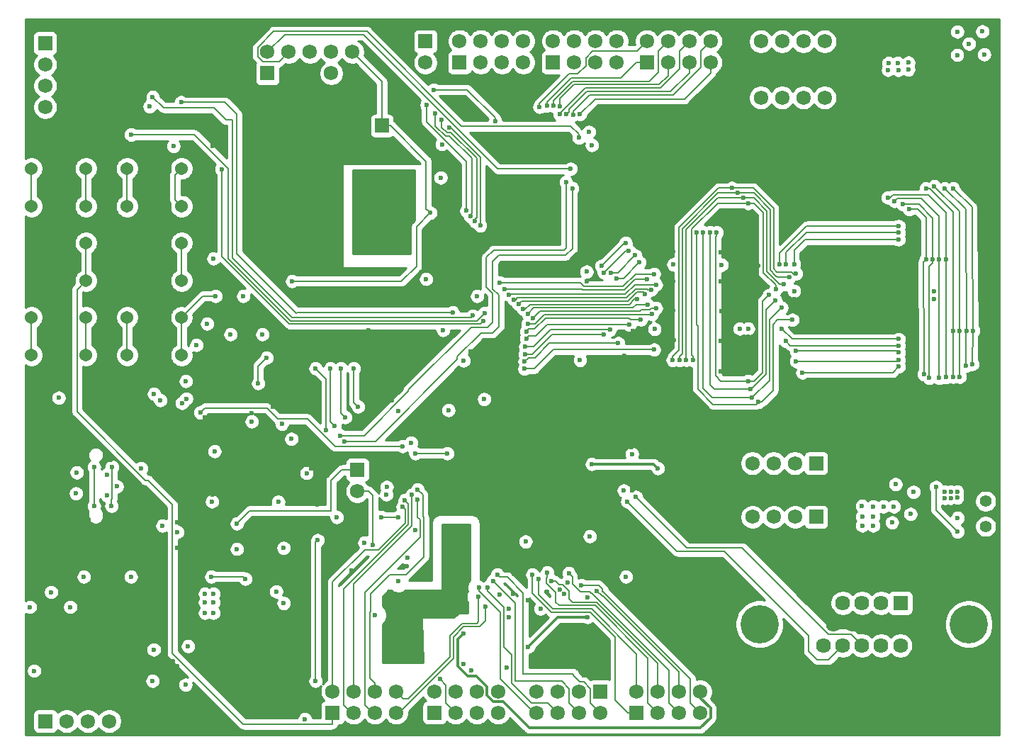
<source format=gbr>
G04 #@! TF.GenerationSoftware,KiCad,Pcbnew,(5.1.5)-3*
G04 #@! TF.CreationDate,2020-08-22T13:10:06+02:00*
G04 #@! TF.ProjectId,TFG20,54464732-302e-46b6-9963-61645f706362,rev?*
G04 #@! TF.SameCoordinates,Original*
G04 #@! TF.FileFunction,Copper,L4,Bot*
G04 #@! TF.FilePolarity,Positive*
%FSLAX46Y46*%
G04 Gerber Fmt 4.6, Leading zero omitted, Abs format (unit mm)*
G04 Created by KiCad (PCBNEW (5.1.5)-3) date 2020-08-22 13:10:06*
%MOMM*%
%LPD*%
G04 APERTURE LIST*
%ADD10C,1.540000*%
%ADD11C,1.725000*%
%ADD12R,1.725000X1.725000*%
%ADD13O,1.400000X0.800000*%
%ADD14R,1.700000X1.700000*%
%ADD15C,1.400000*%
%ADD16R,1.785000X1.785000*%
%ADD17C,1.785000*%
%ADD18C,4.575000*%
%ADD19C,0.600000*%
%ADD20C,0.800000*%
%ADD21C,0.200000*%
%ADD22C,0.500000*%
%ADD23C,0.300000*%
%ADD24C,0.254000*%
G04 APERTURE END LIST*
D10*
X29808000Y-55626000D03*
X29808000Y-60126000D03*
X36308000Y-60126000D03*
X36308000Y-55626000D03*
X18392000Y-55626000D03*
X18392000Y-60126000D03*
X24892000Y-60126000D03*
X24892000Y-55626000D03*
X18392000Y-73406000D03*
X18392000Y-77906000D03*
X24892000Y-77906000D03*
X24892000Y-73406000D03*
X29822000Y-73406000D03*
X29822000Y-77906000D03*
X36322000Y-77906000D03*
X36322000Y-73406000D03*
X29822000Y-64516000D03*
X29822000Y-69016000D03*
X36322000Y-69016000D03*
X36322000Y-64516000D03*
D11*
X57320000Y-94160000D03*
D12*
X57320000Y-91620000D03*
D11*
X65445640Y-42966640D03*
D12*
X65445640Y-40426640D03*
D11*
X77150000Y-40409000D03*
X77150000Y-42949000D03*
X74610000Y-40409000D03*
X74610000Y-42949000D03*
X72070000Y-40409000D03*
X72070000Y-42949000D03*
X69530000Y-40409000D03*
D12*
X69530000Y-42949000D03*
D11*
X56750000Y-41710000D03*
X56750000Y-44250000D03*
X54210000Y-41710000D03*
X54210000Y-44250000D03*
X51670000Y-41710000D03*
X51670000Y-44250000D03*
X49130000Y-41710000D03*
X49130000Y-44250000D03*
X46590000Y-41710000D03*
D12*
X46590000Y-44250000D03*
D11*
X88326000Y-40409000D03*
X88326000Y-42949000D03*
X85786000Y-40409000D03*
X85786000Y-42949000D03*
X83246000Y-40409000D03*
X83246000Y-42949000D03*
X80706000Y-40409000D03*
D12*
X80706000Y-42949000D03*
D11*
X99530000Y-40410000D03*
X99530000Y-42950000D03*
X96990000Y-40410000D03*
X96990000Y-42950000D03*
X94450000Y-40410000D03*
X94450000Y-42950000D03*
X91910000Y-40410000D03*
D12*
X91910000Y-42950000D03*
D11*
X98298000Y-118110000D03*
X98298000Y-120650000D03*
X95758000Y-118110000D03*
X95758000Y-120650000D03*
X93218000Y-118110000D03*
X93218000Y-120650000D03*
X90678000Y-118110000D03*
D12*
X90678000Y-120650000D03*
D11*
X74155000Y-118110000D03*
X74155000Y-120650000D03*
X71615000Y-118110000D03*
X71615000Y-120650000D03*
X69075000Y-118110000D03*
X69075000Y-120650000D03*
X66535000Y-118110000D03*
D12*
X66535000Y-120650000D03*
D11*
X78740000Y-120650000D03*
X78740000Y-118110000D03*
X81280000Y-120650000D03*
X81280000Y-118110000D03*
X83820000Y-120650000D03*
X83820000Y-118110000D03*
X86360000Y-120650000D03*
D12*
X86360000Y-118110000D03*
D11*
X61976000Y-118110000D03*
X61976000Y-120650000D03*
X59436000Y-118110000D03*
X59436000Y-120650000D03*
X56896000Y-118110000D03*
X56896000Y-120650000D03*
X54356000Y-118110000D03*
D12*
X54356000Y-120650000D03*
D10*
X18392000Y-64516000D03*
X18392000Y-69016000D03*
X24892000Y-69016000D03*
X24892000Y-64516000D03*
D11*
X22565360Y-48270160D03*
X20025360Y-48270160D03*
X22565360Y-45730160D03*
X20025360Y-45730160D03*
X22565360Y-43190160D03*
X20025360Y-43190160D03*
X22565360Y-40650160D03*
D12*
X20025360Y-40650160D03*
D11*
X27670760Y-119105680D03*
X27670760Y-121645680D03*
X25130760Y-119105680D03*
X25130760Y-121645680D03*
X22590760Y-119105680D03*
X22590760Y-121645680D03*
X20050760Y-119105680D03*
D12*
X20050760Y-121645680D03*
D13*
X18851600Y-88936280D03*
X18851600Y-97916280D03*
X24801600Y-97556280D03*
X24801600Y-89296280D03*
D14*
X60264040Y-50515520D03*
D15*
X132375000Y-98375000D03*
X132375000Y-95375000D03*
D16*
X122200000Y-107520000D03*
D17*
X119910000Y-107520000D03*
X117620000Y-107520000D03*
X115330000Y-107520000D03*
X113040000Y-107520000D03*
X123345000Y-110060000D03*
X121055000Y-110060000D03*
X118765000Y-110060000D03*
X116475000Y-110060000D03*
X114185000Y-110060000D03*
X122200000Y-112600000D03*
X119910000Y-112600000D03*
X117620000Y-112600000D03*
X115330000Y-112600000D03*
X113040000Y-112600000D03*
D18*
X130370000Y-110060000D03*
X105380000Y-110060000D03*
D11*
X113155000Y-40430000D03*
X113155000Y-42970000D03*
X110615000Y-40430000D03*
X110615000Y-42970000D03*
X108075000Y-40430000D03*
X108075000Y-42970000D03*
X105535000Y-40430000D03*
D12*
X105535000Y-42970000D03*
D11*
X113155000Y-47155000D03*
X113155000Y-49695000D03*
X110615000Y-47155000D03*
X110615000Y-49695000D03*
X108075000Y-47155000D03*
X108075000Y-49695000D03*
X105535000Y-47155000D03*
D12*
X105535000Y-49695000D03*
D11*
X104530000Y-99790000D03*
X104530000Y-97250000D03*
X107070000Y-99790000D03*
X107070000Y-97250000D03*
X109610000Y-99790000D03*
X109610000Y-97250000D03*
X112150000Y-99790000D03*
D12*
X112150000Y-97250000D03*
D11*
X104510840Y-93375480D03*
X104510840Y-90835480D03*
X107050840Y-93375480D03*
X107050840Y-90835480D03*
X109590840Y-93375480D03*
X109590840Y-90835480D03*
X112130840Y-93375480D03*
D12*
X112130840Y-90835480D03*
D19*
X34900000Y-115100000D03*
X35300000Y-115700000D03*
X35800000Y-115100000D03*
X35300000Y-114500000D03*
X81732000Y-111552000D03*
X80716000Y-111552000D03*
X64262000Y-98806000D03*
X56642000Y-103632000D03*
X63246000Y-103124000D03*
X70866000Y-77470000D03*
X72390000Y-77470000D03*
X62230000Y-84582000D03*
X62230000Y-87630000D03*
X75946000Y-106426000D03*
X81534000Y-105918000D03*
X90932000Y-100330000D03*
X81732000Y-112568000D03*
X80716000Y-112568000D03*
X62230000Y-92964000D03*
X68072000Y-93980000D03*
X17942560Y-112069880D03*
X22768560Y-112069880D03*
X22814560Y-115625880D03*
D20*
X20736560Y-114355880D03*
D19*
X42672000Y-112014000D03*
X28956000Y-117856000D03*
X34290000Y-120396000D03*
X80010000Y-106172000D03*
X82042000Y-106426000D03*
X74422000Y-100076000D03*
X84836000Y-85090000D03*
X85090000Y-88900000D03*
X83058000Y-100076000D03*
X77724000Y-107188000D03*
X84836000Y-106819969D03*
X90143163Y-94075697D03*
X34290000Y-92202000D03*
X34290000Y-91186000D03*
X34290000Y-90170000D03*
X30734000Y-88138000D03*
X30988000Y-89408000D03*
X39116000Y-85344000D03*
X42926000Y-102108000D03*
X46228000Y-101854000D03*
X44781015Y-101014985D03*
X47244000Y-84074000D03*
X44704000Y-84836000D03*
X45974000Y-86360000D03*
X51816000Y-91440000D03*
X52832000Y-90170000D03*
X52324000Y-91948000D03*
X52577797Y-95757797D03*
X40640000Y-74168000D03*
X43434000Y-75438000D03*
X61468000Y-83312000D03*
X61468000Y-81788000D03*
X52324000Y-81788000D03*
X50800000Y-80010000D03*
X58674000Y-74930000D03*
X69596000Y-69850000D03*
X18288000Y-66294000D03*
X18288000Y-67310000D03*
X29718000Y-66040000D03*
X29718000Y-67310000D03*
X44704000Y-50800000D03*
X44704000Y-53086000D03*
X44958000Y-55280000D03*
X44704000Y-57788020D03*
X22158960Y-85298280D03*
X42926000Y-69342000D03*
X44958000Y-66294000D03*
X44958000Y-64770000D03*
X44958000Y-62484000D03*
X52156360Y-59491880D03*
X52156360Y-65079880D03*
X53426360Y-65079880D03*
X90071320Y-88872760D03*
X87282112Y-54610000D03*
X84709000Y-69088000D03*
X105250000Y-67250000D03*
X90250000Y-75000000D03*
X109500000Y-71250000D03*
X126250000Y-70250000D03*
X104065031Y-75684969D03*
X121000000Y-65250000D03*
X122000000Y-65750000D03*
X121000000Y-66000000D03*
X95106524Y-76167619D03*
X95094677Y-72579116D03*
X95094677Y-69079116D03*
X100861435Y-72616000D03*
X95094677Y-65579116D03*
X94750000Y-63000000D03*
X100750000Y-76250000D03*
X94000000Y-51250000D03*
X98850000Y-108450000D03*
X95850000Y-94175000D03*
X93250000Y-103875000D03*
X130325000Y-91425000D03*
X119225000Y-100025000D03*
X97325000Y-114850000D03*
X91628144Y-109371856D03*
X123875000Y-38450000D03*
X123450000Y-41450000D03*
X119300000Y-53900000D03*
X39800000Y-92050000D03*
X39875000Y-90700000D03*
X39875000Y-97450000D03*
X39950000Y-96725000D03*
X35813999Y-100975000D03*
X35813999Y-97875000D03*
X100749999Y-65650000D03*
X99225000Y-100200000D03*
X49650000Y-109450000D03*
X115975000Y-86375000D03*
X67225000Y-53825000D03*
X67575000Y-62650000D03*
X124714000Y-108204000D03*
X124968000Y-110998000D03*
X111969818Y-105049990D03*
X63670000Y-49470000D03*
X21834560Y-97916280D03*
X18851600Y-93411320D03*
X22062400Y-89296280D03*
X71108000Y-49717960D03*
X39998444Y-94611466D03*
X85039200Y-78900011D03*
X83444080Y-82976720D03*
X79456280Y-83190080D03*
X78917800Y-83596480D03*
X75184000Y-115244880D03*
X70972680Y-115590321D03*
X100749999Y-69108320D03*
X122301000Y-86309200D03*
X65567560Y-64734440D03*
X92750000Y-62250000D03*
X89250000Y-78000000D03*
X102925000Y-61875000D03*
X100749999Y-79850000D03*
X27376120Y-97063560D03*
X31460523Y-93604010D03*
X27873960Y-90429080D03*
X23881080Y-95864680D03*
X23830280Y-90317320D03*
X30581600Y-53019960D03*
X30226000Y-48026320D03*
X65405000Y-69850000D03*
X41605200Y-109880400D03*
X48742600Y-120294400D03*
X127238760Y-87086440D03*
X40035565Y-52903035D03*
X36113720Y-110286800D03*
X58166000Y-100330000D03*
X62230000Y-104902000D03*
X59436000Y-108966000D03*
X63754000Y-88392000D03*
X63289265Y-102151265D03*
X54864000Y-97282000D03*
X35814000Y-99060000D03*
X34036000Y-98298000D03*
X40132000Y-106426000D03*
X40132000Y-107442000D03*
X39116000Y-106426000D03*
X39116000Y-107442000D03*
X39116000Y-108712000D03*
X40132000Y-108712000D03*
X75438000Y-108204000D03*
X75438000Y-109220000D03*
X74326850Y-106537380D03*
X89408000Y-104394000D03*
X89154000Y-94102534D03*
X42926000Y-101092000D03*
X48500000Y-100950000D03*
X31496000Y-91440000D03*
X44704000Y-85852000D03*
X36830000Y-81026000D03*
X36383000Y-83627000D03*
X36891000Y-83119000D03*
X42164000Y-75438000D03*
X39370000Y-74168000D03*
X38100000Y-76708000D03*
X67564000Y-74930000D03*
X65532000Y-68834000D03*
X71628000Y-70866000D03*
X40132000Y-66386000D03*
X43688000Y-70866000D03*
X45974000Y-75438000D03*
X51250313Y-92005687D03*
X85344000Y-52832000D03*
X84709000Y-67945000D03*
X90147320Y-89730760D03*
X109500000Y-70250000D03*
X126250000Y-71250000D03*
X100861436Y-67115999D03*
X95094677Y-67079116D03*
X103000000Y-74750000D03*
X104000000Y-74750000D03*
X85000000Y-51250000D03*
X47625000Y-106150000D03*
X48525000Y-107550000D03*
X60775000Y-94575000D03*
X60825000Y-93675000D03*
X48300000Y-86125000D03*
X82405296Y-105050000D03*
X79191999Y-108200000D03*
X67429270Y-52720730D03*
X33782000Y-83312000D03*
X33020000Y-82550000D03*
X83926680Y-78496160D03*
X70025952Y-78569128D03*
X92821305Y-74800696D03*
X32496760Y-48199040D03*
X35356800Y-52938680D03*
X67279520Y-56702960D03*
X84836000Y-109220000D03*
X77724000Y-112776000D03*
X85090000Y-99568000D03*
X93218000Y-91440000D03*
X85344000Y-90932000D03*
X61214000Y-112522000D03*
X62484000Y-112466000D03*
X61214000Y-111506000D03*
X62498000Y-111434000D03*
X64008000Y-111434000D03*
X68300000Y-99600000D03*
X69300000Y-99600000D03*
X70300000Y-99600000D03*
X68200000Y-100400000D03*
X70100000Y-100400000D03*
X69200000Y-100400000D03*
X64008000Y-112522000D03*
X61214000Y-113792000D03*
X62484000Y-113792000D03*
X64008000Y-113792000D03*
X64262000Y-89662000D03*
X68072000Y-89662000D03*
X68285360Y-98643440D03*
X69316600Y-98628200D03*
X70312280Y-98628200D03*
X77424280Y-100192840D03*
X72461120Y-83169760D03*
X68214240Y-84495640D03*
X18196560Y-108005880D03*
X23022560Y-108005880D03*
X20736560Y-106227880D03*
X24638000Y-104394000D03*
X18704560Y-115625880D03*
X51054000Y-121412000D03*
X21650960Y-83012280D03*
X128225000Y-94225000D03*
X128225000Y-94975000D03*
X129050000Y-97375000D03*
X128975000Y-94225000D03*
X128975000Y-94950000D03*
X127525000Y-94225000D03*
X127525000Y-95000000D03*
X69984499Y-114830980D03*
X28595292Y-93604095D03*
X27418680Y-94676274D03*
X27418705Y-92176249D03*
X23693120Y-94427040D03*
X23809960Y-91922600D03*
X117650000Y-98275000D03*
X117650000Y-97225000D03*
X117625000Y-95925000D03*
X118950000Y-98275000D03*
X118950000Y-97225000D03*
X118950000Y-96000000D03*
X120175000Y-96000000D03*
X121425000Y-96000000D03*
X129000000Y-39275000D03*
X132000000Y-39250000D03*
X130400000Y-40700000D03*
X128975000Y-42050000D03*
X132225000Y-42000000D03*
X121610120Y-93345000D03*
X123764040Y-94259400D03*
X123403360Y-96901000D03*
X121198640Y-97911920D03*
X30272000Y-104394000D03*
X36800000Y-117300000D03*
X37100000Y-112700000D03*
X33000000Y-113100000D03*
X32858000Y-116840000D03*
X121950000Y-43850000D03*
X120775000Y-43025000D03*
X120725000Y-43850000D03*
X121875000Y-43025000D03*
X123150000Y-42975000D03*
X123150000Y-43800000D03*
X49445500Y-87924500D03*
X39950000Y-95410000D03*
X40260000Y-89410000D03*
X47870000Y-95440000D03*
X60198000Y-97282000D03*
X62230000Y-97282000D03*
X52324000Y-116840000D03*
X52578000Y-100021990D03*
X25870316Y-95933318D03*
X25861259Y-91257772D03*
X28006040Y-91262200D03*
X27955240Y-95930720D03*
X70042215Y-111169896D03*
X95000000Y-78500000D03*
X109750000Y-68161498D03*
X102059991Y-57950000D03*
X95824266Y-78524263D03*
X108934489Y-68629990D03*
X102743647Y-58550000D03*
X96622972Y-78478744D03*
X108250000Y-69464265D03*
X103434313Y-59150000D03*
X97421706Y-78523774D03*
X107314265Y-70064265D03*
X104000000Y-59750000D03*
X106500000Y-70750000D03*
X104000000Y-81000000D03*
X100250009Y-63250000D03*
X107250000Y-71350000D03*
X104250000Y-82000000D03*
X99450006Y-63250000D03*
X108000000Y-72250000D03*
X104500000Y-83000000D03*
X98650003Y-63250000D03*
X109299265Y-73700735D03*
X105250000Y-83500000D03*
X97850000Y-63250000D03*
X122000000Y-79300003D03*
X110500000Y-80000000D03*
X109750000Y-78630000D03*
X122000000Y-78500000D03*
X122000000Y-77600006D03*
X109750000Y-77429999D03*
X122000000Y-76800003D03*
X108500000Y-76229998D03*
X122000000Y-76000000D03*
X108000000Y-74750000D03*
X128500000Y-75000000D03*
X125250000Y-58000000D03*
X128500000Y-80500000D03*
X129300003Y-75000000D03*
X126261397Y-57738603D03*
X129300003Y-80499997D03*
X130100006Y-75000000D03*
X127500000Y-58000000D03*
X130000000Y-79200000D03*
X130900009Y-75000000D03*
X128500000Y-58000000D03*
X130800000Y-79000000D03*
X127650009Y-66500000D03*
X120699999Y-59099980D03*
X127650009Y-80549991D03*
X126850006Y-66500000D03*
X121500000Y-59499990D03*
X126850006Y-80650006D03*
X126050003Y-66500000D03*
X122491052Y-59900000D03*
X125665642Y-80643761D03*
X125250000Y-66500000D03*
X123250000Y-60500000D03*
X125000000Y-80200000D03*
X122000000Y-64100006D03*
X109500000Y-67030000D03*
X122000000Y-63300003D03*
X108550003Y-67030000D03*
X122000000Y-62500000D03*
X107750000Y-67030000D03*
X90575000Y-94850000D03*
X89575000Y-95410000D03*
X68707000Y-72806000D03*
X36266120Y-47701200D03*
X72385478Y-73878051D03*
X41127595Y-55692125D03*
X71110146Y-73206010D03*
X32872680Y-47076360D03*
X72517000Y-72898000D03*
X30292040Y-51572160D03*
X42926000Y-98044000D03*
X59182000Y-100584000D03*
X66425000Y-46200000D03*
X73808000Y-49975000D03*
X39878000Y-104394000D03*
X43942000Y-104648000D03*
X38550313Y-84778313D03*
X62738000Y-88806990D03*
X55750000Y-88206990D03*
X83000000Y-58000000D03*
X82250000Y-57250000D03*
X55250000Y-87560001D03*
X82800000Y-55650000D03*
X83775000Y-51950000D03*
X76581524Y-71832065D03*
X91678140Y-70600000D03*
X74308000Y-69250000D03*
X92750000Y-68216000D03*
X74908000Y-69996833D03*
X91950819Y-68816000D03*
X75448634Y-70702233D03*
X93000000Y-69500000D03*
X76017709Y-71264512D03*
X92434313Y-70100000D03*
X77713110Y-72963225D03*
X92000000Y-71900009D03*
X77683412Y-74165118D03*
X92518331Y-73036660D03*
X77526131Y-75920928D03*
X89844880Y-74295000D03*
X77331225Y-77812893D03*
X86750000Y-75464571D03*
X77295589Y-79545589D03*
X92752982Y-77258948D03*
X77311297Y-78681351D03*
X88500000Y-76500000D03*
X77386861Y-76908728D03*
X87500000Y-74864571D03*
X77498882Y-75099647D03*
X91200337Y-73664571D03*
X78278857Y-73528851D03*
X93000000Y-72300019D03*
X77147576Y-72397385D03*
X90750000Y-71250000D03*
X88250000Y-68750000D03*
X91035197Y-66831956D03*
X87649067Y-68047993D03*
X90501777Y-66002728D03*
X86796282Y-68052248D03*
X89750000Y-65500000D03*
X86500000Y-67250000D03*
X89384000Y-64516000D03*
X46482000Y-78232000D03*
X45466000Y-81280000D03*
X78232000Y-104140000D03*
X74040000Y-104140000D03*
X73540000Y-104902000D03*
X72898000Y-105664000D03*
X71882000Y-105664000D03*
X62738000Y-96046002D03*
X62992000Y-95250000D03*
X63854120Y-94588120D03*
X64535187Y-95188120D03*
X64516000Y-93980000D03*
X72644000Y-107950000D03*
X71753603Y-106808397D03*
X67182039Y-116596160D03*
X78994000Y-104648000D03*
X80010000Y-103886000D03*
X80518000Y-104902000D03*
X82587028Y-103981259D03*
X85952964Y-106071037D03*
X84074000Y-105410000D03*
X49530000Y-69088000D03*
X66050000Y-60925000D03*
X126450000Y-93675000D03*
X129025000Y-99000000D03*
X71379601Y-61911134D03*
X67413235Y-49836765D03*
X71992582Y-62425193D03*
X68300735Y-50724265D03*
X70375000Y-60675000D03*
X65600735Y-48024265D03*
X70818761Y-61340642D03*
X66650735Y-49074265D03*
X81487763Y-49137763D03*
X81549913Y-48151137D03*
X80750003Y-48138992D03*
X79950000Y-48138992D03*
X79066437Y-48266437D03*
X82287536Y-49156869D03*
X83906689Y-49145435D03*
X83086664Y-49194263D03*
X55372000Y-79502000D03*
X55880000Y-85344000D03*
X54102000Y-79502000D03*
X54610000Y-86360000D03*
X56896000Y-79502000D03*
X57404000Y-84074000D03*
X52324000Y-79502000D03*
X53594000Y-86868000D03*
X63271487Y-59793598D03*
X56972200Y-61475000D03*
X62682120Y-56499760D03*
X57574180Y-64498220D03*
X63139320Y-64836040D03*
X57642760Y-56581040D03*
X63423800Y-62956440D03*
X40386000Y-70866000D03*
D21*
X18392000Y-69016000D02*
X18392000Y-67414000D01*
X18392000Y-67414000D02*
X18288000Y-67310000D01*
X29822000Y-69016000D02*
X29822000Y-67414000D01*
X29822000Y-67414000D02*
X29718000Y-67310000D01*
D22*
X123345000Y-110060000D02*
X124030000Y-110060000D01*
X124030000Y-110060000D02*
X124968000Y-110998000D01*
X123345000Y-110060000D02*
X121055000Y-110060000D01*
X121055000Y-110060000D02*
X118765000Y-110060000D01*
X118765000Y-110060000D02*
X116475000Y-110060000D01*
X116475000Y-110060000D02*
X114185000Y-110060000D01*
X114185000Y-108665000D02*
X113040000Y-107520000D01*
X114185000Y-110060000D02*
X114185000Y-108665000D01*
X113040000Y-107520000D02*
X113040000Y-106120172D01*
X113040000Y-106120172D02*
X111969818Y-105049990D01*
D21*
X18392000Y-73406000D02*
X18392000Y-77906000D01*
X29822000Y-73406000D02*
X29822000Y-77906000D01*
D23*
X77724000Y-112776000D02*
X81280000Y-109220000D01*
X81280000Y-109220000D02*
X84836000Y-109220000D01*
X93218000Y-91440000D02*
X92710000Y-90932000D01*
X92710000Y-90932000D02*
X85344000Y-90932000D01*
D21*
X64262000Y-89662000D02*
X68072000Y-89662000D01*
X24892000Y-55626000D02*
X24892000Y-60126000D01*
X35538001Y-59356001D02*
X36308000Y-60126000D01*
X35538001Y-56395999D02*
X35538001Y-59356001D01*
X36308000Y-55626000D02*
X35538001Y-56395999D01*
X24892000Y-64516000D02*
X24892000Y-69016000D01*
X43700003Y-122012001D02*
X54310499Y-122012001D01*
X23821999Y-70086001D02*
X23821999Y-84654001D01*
X54310499Y-122012001D02*
X54356000Y-121966500D01*
X32017997Y-92849999D02*
X32296001Y-92849999D01*
X24892000Y-69016000D02*
X23821999Y-70086001D01*
X32296001Y-92849999D02*
X35213999Y-95767997D01*
X35213999Y-95767997D02*
X35213999Y-113525997D01*
X35213999Y-113525997D02*
X43700003Y-122012001D01*
X54356000Y-121966500D02*
X54356000Y-120904000D01*
X23821999Y-84654001D02*
X32017997Y-92849999D01*
X60226000Y-97310000D02*
X60198000Y-97282000D01*
X62230000Y-97282000D02*
X60198000Y-97282000D01*
X52324000Y-116840000D02*
X52324000Y-100275990D01*
X52324000Y-100275990D02*
X52578000Y-100021990D01*
X25861259Y-91257772D02*
X25861259Y-95924261D01*
X25861259Y-95924261D02*
X25870316Y-95933318D01*
X28018681Y-95867279D02*
X27955240Y-95930720D01*
X27955240Y-95128080D02*
X27955240Y-95930720D01*
X27995291Y-94364883D02*
X28018681Y-94388273D01*
X28006040Y-91875582D02*
X28018706Y-91888248D01*
X28006040Y-91262200D02*
X28006040Y-91875582D01*
X28018706Y-91888248D02*
X28018706Y-93292679D01*
X28018681Y-95064639D02*
X27955240Y-95128080D01*
X28018706Y-93292679D02*
X27995291Y-93316094D01*
X28018681Y-94388273D02*
X28018681Y-95064639D01*
X27995291Y-93316094D02*
X27995291Y-94364883D01*
D23*
X99510501Y-120067999D02*
X99510501Y-121232001D01*
X99510501Y-121232001D02*
X98284022Y-122458480D01*
X98298000Y-118110000D02*
X98298000Y-118855498D01*
X98298000Y-118855498D02*
X99510501Y-120067999D01*
X71539823Y-116240321D02*
X70474601Y-116240321D01*
X72827501Y-117527999D02*
X71539823Y-116240321D01*
X77872980Y-122458480D02*
X74737001Y-119322501D01*
X98284022Y-122458480D02*
X77872980Y-122458480D01*
X72827501Y-118577003D02*
X72827501Y-117527999D01*
X74737001Y-119322501D02*
X73572999Y-119322501D01*
X73572999Y-119322501D02*
X72827501Y-118577003D01*
X69332079Y-111880032D02*
X70042215Y-111169896D01*
X70474601Y-116240321D02*
X69332079Y-115097799D01*
X69332079Y-115097799D02*
X69332079Y-111880032D01*
D21*
X109442501Y-68250000D02*
X109192501Y-68000000D01*
X109750000Y-68161498D02*
X109661498Y-68250000D01*
X109192501Y-68000000D02*
X107447094Y-68000000D01*
X109661498Y-68250000D02*
X109442501Y-68250000D01*
X107447094Y-68000000D02*
X107050031Y-67602937D01*
X107050031Y-67602937D02*
X107050031Y-62000000D01*
X107050031Y-62000000D02*
X107050031Y-61550031D01*
X95000000Y-78500000D02*
X95000000Y-78075736D01*
X95000000Y-78075736D02*
X95750000Y-77325736D01*
X95750000Y-77325736D02*
X95750000Y-62664903D01*
X104647097Y-57950000D02*
X102059991Y-57950000D01*
X107050031Y-61550031D02*
X107050031Y-60352934D01*
X107050031Y-60352934D02*
X104647097Y-57950000D01*
X100464903Y-57950000D02*
X102059991Y-57950000D01*
X95750000Y-62664903D02*
X100464903Y-57950000D01*
X107281395Y-68399999D02*
X106650021Y-67768625D01*
X106650021Y-67768625D02*
X106650021Y-61750000D01*
X107511386Y-68629990D02*
X107281395Y-68399999D01*
X108934489Y-68629990D02*
X107511386Y-68629990D01*
X95824266Y-78099999D02*
X96150010Y-77774255D01*
X96150010Y-77774255D02*
X96150010Y-62830592D01*
X95824266Y-78524263D02*
X95824266Y-78099999D01*
X104681398Y-58550000D02*
X102743647Y-58550000D01*
X106650021Y-61750000D02*
X106650021Y-60518623D01*
X106650021Y-60518623D02*
X104681398Y-58550000D01*
X100430602Y-58550000D02*
X102743647Y-58550000D01*
X96150010Y-62830592D02*
X100430602Y-58550000D01*
X108250000Y-69464265D02*
X107779964Y-69464265D01*
X106250011Y-67934313D02*
X106250011Y-61750000D01*
X107779964Y-69464265D02*
X106250011Y-67934313D01*
X96622972Y-78478744D02*
X96622972Y-62923328D01*
X104715699Y-59150000D02*
X103434313Y-59150000D01*
X106250011Y-61750000D02*
X106250011Y-60684312D01*
X106250011Y-60684312D02*
X104715699Y-59150000D01*
X100396300Y-59150000D02*
X103434313Y-59150000D01*
X96622972Y-62923328D02*
X100396300Y-59150000D01*
X107314265Y-70064265D02*
X107314265Y-69564265D01*
X105850001Y-68100001D02*
X105850001Y-61600001D01*
X107314265Y-69564265D02*
X105850001Y-68100001D01*
X97421706Y-78099510D02*
X97250000Y-77927804D01*
X97250000Y-77927804D02*
X97250000Y-62861998D01*
X97421706Y-78523774D02*
X97421706Y-78099510D01*
X105850001Y-61600001D02*
X105850001Y-60850001D01*
X105850001Y-60850001D02*
X104750000Y-59750000D01*
X104750000Y-59750000D02*
X104000000Y-59750000D01*
X100361998Y-59750000D02*
X104000000Y-59750000D01*
X97250000Y-62861998D02*
X100361998Y-59750000D01*
X106500000Y-70750000D02*
X105750000Y-71500000D01*
X105750000Y-71500000D02*
X105750000Y-80000000D01*
X105750000Y-80000000D02*
X104750000Y-81000000D01*
X104750000Y-81000000D02*
X104000000Y-81000000D01*
X100149999Y-63774274D02*
X100149999Y-80399999D01*
X100250009Y-63250000D02*
X100250009Y-63674264D01*
X100250009Y-63674264D02*
X100149999Y-63774274D01*
X100750000Y-81000000D02*
X104000000Y-81000000D01*
X100149999Y-80399999D02*
X100750000Y-81000000D01*
X107250000Y-71350000D02*
X106150010Y-72449990D01*
X106150010Y-72449990D02*
X106150010Y-80165689D01*
X106150010Y-80165689D02*
X104515696Y-81800003D01*
X104515696Y-81800003D02*
X104449997Y-81800003D01*
X104449997Y-81800003D02*
X104250000Y-82000000D01*
X104250000Y-82000000D02*
X100000000Y-82000000D01*
X99450006Y-81450006D02*
X99450006Y-63250000D01*
X100000000Y-82000000D02*
X99450006Y-81450006D01*
X108000000Y-72250000D02*
X106550020Y-73699980D01*
X106550020Y-73699980D02*
X106550020Y-80949980D01*
X106550020Y-80949980D02*
X104500000Y-83000000D01*
X98650003Y-81900003D02*
X99750000Y-83000000D01*
X104500000Y-83000000D02*
X99750000Y-83000000D01*
X98650003Y-63250000D02*
X98650003Y-81900003D01*
X107549265Y-73700735D02*
X109299265Y-73700735D01*
X107000000Y-74250000D02*
X107549265Y-73700735D01*
X107000000Y-82174264D02*
X107000000Y-74250000D01*
X105250000Y-83500000D02*
X105674264Y-83500000D01*
X105674264Y-83500000D02*
X107000000Y-82174264D01*
X104950001Y-83799999D02*
X105250000Y-83500000D01*
X97850000Y-63250000D02*
X97850000Y-74238002D01*
X98021707Y-81978293D02*
X99843413Y-83799999D01*
X97850000Y-74238002D02*
X98021707Y-74409709D01*
X98021707Y-74409709D02*
X98021707Y-81978293D01*
X99843413Y-83799999D02*
X104950001Y-83799999D01*
X122000000Y-79300003D02*
X121300003Y-80000000D01*
X110500000Y-80000000D02*
X121300003Y-80000000D01*
X109750000Y-78630000D02*
X121870000Y-78630000D01*
X121870000Y-78630000D02*
X122000000Y-78500000D01*
X121950006Y-77650000D02*
X122000000Y-77600006D01*
X121829993Y-77429999D02*
X122000000Y-77600006D01*
X109750000Y-77429999D02*
X121829993Y-77429999D01*
X121575736Y-76800003D02*
X122000000Y-76800003D01*
X109070005Y-76800003D02*
X122000000Y-76800003D01*
X108500000Y-76229998D02*
X109070005Y-76800003D01*
X109250000Y-76000000D02*
X122000000Y-76000000D01*
X108000000Y-74750000D02*
X109250000Y-76000000D01*
X125674264Y-58000000D02*
X128500000Y-60825736D01*
X125250000Y-58000000D02*
X125674264Y-58000000D01*
X128500000Y-62250000D02*
X128500000Y-75000000D01*
X128500000Y-60825736D02*
X128500000Y-62250000D01*
X128500000Y-80500000D02*
X128500000Y-75000000D01*
X129300003Y-75000000D02*
X129250000Y-62000000D01*
X129250000Y-60727206D02*
X129250000Y-62000000D01*
X126261397Y-57738603D02*
X129250000Y-60727206D01*
X129300003Y-75000000D02*
X129300003Y-80499997D01*
X130000000Y-60500000D02*
X130000000Y-61000000D01*
X127500000Y-58000000D02*
X130000000Y-60500000D01*
X130100006Y-75000000D02*
X130000000Y-61000000D01*
X130050003Y-75050003D02*
X130100006Y-75000000D01*
X130000000Y-79200000D02*
X130050003Y-75050003D01*
X130750000Y-60250000D02*
X130750000Y-62500000D01*
X130900009Y-75000000D02*
X130750000Y-62500000D01*
X128500000Y-58000000D02*
X130750000Y-60250000D01*
X130850006Y-75050003D02*
X130900009Y-75000000D01*
X130800000Y-79000000D02*
X130850006Y-75050003D01*
X127650009Y-60900009D02*
X125549981Y-58799981D01*
X127650009Y-66500000D02*
X127650009Y-60900009D01*
X125549981Y-58799981D02*
X121312007Y-58799981D01*
X120899999Y-59211989D02*
X120812008Y-59211989D01*
X120812008Y-59211989D02*
X120699999Y-59099980D01*
X121312007Y-58799981D02*
X120899999Y-59211989D01*
X127650009Y-66924264D02*
X127650009Y-66500000D01*
X127650009Y-80549991D02*
X127650009Y-66924264D01*
X126850006Y-61350006D02*
X126850006Y-66075736D01*
X124699991Y-59199991D02*
X126850006Y-61350006D01*
X121500000Y-59499990D02*
X121799999Y-59199991D01*
X126850006Y-66075736D02*
X126850006Y-66500000D01*
X121799999Y-59199991D02*
X124699991Y-59199991D01*
X126850006Y-78649994D02*
X126850006Y-66500000D01*
X126850006Y-80650006D02*
X126850006Y-78649994D01*
X123400000Y-59900000D02*
X123639963Y-59900000D01*
X122491052Y-59900000D02*
X123400000Y-59900000D01*
X126050003Y-66075736D02*
X126050003Y-66500000D01*
X126050003Y-61550003D02*
X126050003Y-66075736D01*
X123400000Y-59900000D02*
X124400000Y-59900000D01*
X124400000Y-59900000D02*
X126050003Y-61550003D01*
X125649999Y-67324268D02*
X126050003Y-66924264D01*
X126050003Y-66924264D02*
X126050003Y-66500000D01*
X125649999Y-80203854D02*
X125649999Y-67324268D01*
X125665642Y-80219497D02*
X125649999Y-80203854D01*
X125665642Y-80643761D02*
X125665642Y-80219497D01*
X124250000Y-60500000D02*
X123674264Y-60500000D01*
X123674264Y-60500000D02*
X123250000Y-60500000D01*
X125250000Y-66500000D02*
X125250000Y-61500000D01*
X125250000Y-61500000D02*
X124250000Y-60500000D01*
X124950001Y-66799999D02*
X125250000Y-66500000D01*
X125000000Y-77750000D02*
X124950001Y-66799999D01*
X125000000Y-80200000D02*
X125000000Y-77750000D01*
X110816794Y-64100006D02*
X122000000Y-64100006D01*
X109500000Y-65416800D02*
X110816794Y-64100006D01*
X109500000Y-67030000D02*
X109500000Y-65416800D01*
X110967514Y-63250000D02*
X111000000Y-63250000D01*
X108550003Y-65667511D02*
X110967514Y-63250000D01*
X108550003Y-67030000D02*
X108550003Y-65667511D01*
X111000000Y-63250000D02*
X122000000Y-63300003D01*
X111000000Y-62500000D02*
X122000000Y-62500000D01*
X107750000Y-67030000D02*
X107750001Y-65749999D01*
X107750001Y-65749999D02*
X111000000Y-62500000D01*
X116727501Y-111707501D02*
X117620000Y-112600000D01*
X113612599Y-111252501D02*
X116272501Y-111252501D01*
X103312599Y-100952501D02*
X113612599Y-111252501D01*
X116272501Y-111252501D02*
X116727501Y-111707501D01*
X96677501Y-100952501D02*
X103312599Y-100952501D01*
X90575000Y-94850000D02*
X96677501Y-100952501D01*
X89575000Y-95410000D02*
X95517511Y-101352511D01*
X101172411Y-101352511D02*
X111252000Y-111432100D01*
X95517511Y-101352511D02*
X101172411Y-101352511D01*
X111252000Y-111432100D02*
X111252000Y-113284000D01*
X111252000Y-113284000D02*
X112268000Y-114300000D01*
X113630000Y-114300000D02*
X115330000Y-112600000D01*
X112268000Y-114300000D02*
X113630000Y-114300000D01*
X68799000Y-72898000D02*
X68707000Y-72806000D01*
X50130000Y-72806000D02*
X68707000Y-72806000D01*
X42926000Y-65786000D02*
X50038000Y-72898000D01*
X50038000Y-72898000D02*
X50130000Y-72806000D01*
X42926000Y-49276000D02*
X42926000Y-65786000D01*
X42926000Y-49276000D02*
X42926000Y-49143920D01*
X42926000Y-49143920D02*
X41483280Y-47701200D01*
X41483280Y-47701200D02*
X36266120Y-47701200D01*
X49198623Y-74206020D02*
X41148000Y-66155397D01*
X71309943Y-74206020D02*
X49198623Y-74206020D01*
X71309943Y-74206020D02*
X72057509Y-74206020D01*
X72057509Y-74206020D02*
X72385478Y-73878051D01*
X41148000Y-55712530D02*
X41127595Y-55692125D01*
X41148000Y-55732680D02*
X41148000Y-55712530D01*
X41148000Y-55732680D02*
X41148000Y-55626000D01*
X41148000Y-66155397D02*
X41148000Y-55732680D01*
X49530000Y-73406000D02*
X48260000Y-72136000D01*
X48260000Y-72136000D02*
X42418000Y-66294000D01*
X42418000Y-66294000D02*
X42418000Y-58928000D01*
X42418000Y-58928000D02*
X42418000Y-55626000D01*
X42418000Y-55626000D02*
X42418000Y-49784000D01*
X70910156Y-73406000D02*
X71110146Y-73206010D01*
X69215000Y-73406000D02*
X49530000Y-73406000D01*
X69215000Y-73406000D02*
X70910156Y-73406000D01*
X70839963Y-73406000D02*
X69215000Y-73406000D01*
X41598301Y-49784000D02*
X40165741Y-48351440D01*
X42418000Y-49784000D02*
X41598301Y-49784000D01*
X40165741Y-48351440D02*
X34239200Y-48351440D01*
X34239200Y-48351440D02*
X34147760Y-48351440D01*
X34147760Y-48351440D02*
X32872680Y-47076360D01*
X49364312Y-73806010D02*
X41910000Y-66351698D01*
X71144254Y-73806010D02*
X49364312Y-73806010D01*
X41910000Y-66351698D02*
X41910000Y-55626000D01*
X71144254Y-73806010D02*
X71640603Y-73806010D01*
X71640603Y-73806010D02*
X71698113Y-73748500D01*
X71698113Y-73748500D02*
X71698113Y-73716887D01*
X71698113Y-73716887D02*
X72517000Y-72898000D01*
X41910000Y-55626000D02*
X37856160Y-51572160D01*
X37856160Y-51572160D02*
X30292040Y-51572160D01*
X55460000Y-91620000D02*
X57320000Y-91620000D01*
X54197000Y-92883000D02*
X55460000Y-91620000D01*
X54197000Y-96520000D02*
X54197000Y-92883000D01*
X42926000Y-98044000D02*
X44450000Y-96520000D01*
X44450000Y-96520000D02*
X54197000Y-96520000D01*
X59182000Y-100584000D02*
X59182000Y-94692000D01*
X58650000Y-94160000D02*
X57320000Y-94160000D01*
X59182000Y-94692000D02*
X58650000Y-94160000D01*
X70457264Y-46200000D02*
X66849264Y-46200000D01*
X73808000Y-49550736D02*
X70457264Y-46200000D01*
X73808000Y-49975000D02*
X73808000Y-49550736D01*
X66849264Y-46200000D02*
X66425000Y-46200000D01*
X39878000Y-104394000D02*
X43688000Y-104394000D01*
X43688000Y-104394000D02*
X43942000Y-104648000D01*
X18392000Y-59037056D02*
X18392000Y-55626000D01*
X18392000Y-60126000D02*
X18392000Y-59037056D01*
X29808000Y-59037056D02*
X29808000Y-55626000D01*
X29808000Y-60126000D02*
X29808000Y-59037056D01*
X54644988Y-88806990D02*
X62313736Y-88806990D01*
X51362997Y-85524999D02*
X54644988Y-88806990D01*
X47806997Y-85524999D02*
X51362997Y-85524999D01*
X62313736Y-88806990D02*
X62738000Y-88806990D01*
X46517997Y-84235999D02*
X47806997Y-85524999D01*
X39092627Y-84235999D02*
X46517997Y-84235999D01*
X38550313Y-84778313D02*
X39092627Y-84235999D01*
X73500000Y-66700000D02*
X74200000Y-66000000D01*
X73500000Y-70000000D02*
X73500000Y-66700000D01*
X55750000Y-88206990D02*
X59493012Y-88206990D01*
X74200000Y-66000000D02*
X82200000Y-66000000D01*
X59493012Y-88206990D02*
X69249521Y-78450481D01*
X82200000Y-66000000D02*
X83000000Y-65200000D01*
X69249521Y-78104697D02*
X72104218Y-75250000D01*
X69249521Y-78450481D02*
X69249521Y-78104697D01*
X74250000Y-70750000D02*
X73500000Y-70000000D01*
X83000000Y-65200000D02*
X83000000Y-58000000D01*
X72104218Y-75250000D02*
X73500000Y-75250000D01*
X74250000Y-74500000D02*
X74250000Y-70750000D01*
X73500000Y-75250000D02*
X74250000Y-74500000D01*
X82250000Y-65150000D02*
X82250000Y-57250000D01*
X63418002Y-82250000D02*
X63418002Y-82081998D01*
X73600000Y-65400000D02*
X82000000Y-65400000D01*
X82000000Y-65400000D02*
X82250000Y-65150000D01*
X63418002Y-82081998D02*
X70893970Y-74606030D01*
X70893970Y-74606030D02*
X72893970Y-74606030D01*
X73500000Y-74000000D02*
X73500000Y-70565698D01*
X58108001Y-87560001D02*
X63418002Y-82250000D01*
X55250000Y-87560001D02*
X58108001Y-87560001D01*
X72893970Y-74606030D02*
X73500000Y-74000000D01*
X73500000Y-70565698D02*
X72750000Y-69815698D01*
X72750000Y-69815698D02*
X72750000Y-66250000D01*
X72750000Y-66250000D02*
X73600000Y-65400000D01*
X82800000Y-55650000D02*
X74075000Y-55650000D01*
X63272500Y-44847500D02*
X58075000Y-39650000D01*
X63272500Y-44847500D02*
X63200000Y-44775000D01*
X74075000Y-55650000D02*
X63272500Y-44847500D01*
X48650000Y-39650000D02*
X46590000Y-41710000D01*
X58075000Y-39650000D02*
X48650000Y-39650000D01*
X83775000Y-51525736D02*
X82824264Y-50575000D01*
X82824264Y-50575000D02*
X80175000Y-50575000D01*
X83775000Y-51950000D02*
X83775000Y-51525736D01*
X80175000Y-50575000D02*
X82749999Y-50577672D01*
X80175000Y-50575000D02*
X69777672Y-50577672D01*
X47329508Y-39249990D02*
X58449990Y-39249990D01*
X45427499Y-41151999D02*
X47329508Y-39249990D01*
X45427499Y-42268001D02*
X45427499Y-41151999D01*
X46031999Y-42872501D02*
X45427499Y-42268001D01*
X47967499Y-42872501D02*
X46031999Y-42872501D01*
X58449990Y-39249990D02*
X69777672Y-50577672D01*
X49130000Y-41710000D02*
X47967499Y-42872501D01*
X91478150Y-70400010D02*
X91678140Y-70600000D01*
X89666867Y-71464531D02*
X90731388Y-70400010D01*
X76581524Y-71832065D02*
X76949058Y-71464531D01*
X90731388Y-70400010D02*
X91478150Y-70400010D01*
X76949058Y-71464531D02*
X89666867Y-71464531D01*
X90716000Y-68216000D02*
X92750000Y-68216000D01*
X83982998Y-69250000D02*
X84420999Y-69688001D01*
X74308000Y-69250000D02*
X83982998Y-69250000D01*
X84420999Y-69688001D02*
X89061999Y-69688001D01*
X89061999Y-69688001D02*
X90534000Y-68216000D01*
X90534000Y-68216000D02*
X90716000Y-68216000D01*
X84255310Y-70088011D02*
X85227687Y-70088011D01*
X74908000Y-69996833D02*
X84164132Y-69996833D01*
X84164132Y-69996833D02*
X84255310Y-70088011D01*
X85227687Y-70088011D02*
X85227689Y-70088009D01*
X90499698Y-68816000D02*
X91950819Y-68816000D01*
X85227687Y-70088011D02*
X89227688Y-70088010D01*
X89227688Y-70088010D02*
X90499698Y-68816000D01*
X90500000Y-69500000D02*
X93000000Y-69500000D01*
X89335489Y-70664511D02*
X90500000Y-69500000D01*
X75448634Y-70702233D02*
X75486356Y-70664511D01*
X75486356Y-70664511D02*
X89335489Y-70664511D01*
X92334313Y-70000000D02*
X92434313Y-70100000D01*
X92010049Y-70100000D02*
X92434313Y-70100000D01*
X91910049Y-70000000D02*
X92010049Y-70100000D01*
X90565699Y-70000000D02*
X91910049Y-70000000D01*
X76261075Y-71264512D02*
X76461066Y-71064521D01*
X76017709Y-71264512D02*
X76261075Y-71264512D01*
X76461066Y-71064521D02*
X89501178Y-71064521D01*
X89501178Y-71064521D02*
X90565699Y-70000000D01*
X90272672Y-72264551D02*
X90637214Y-71900009D01*
X77713110Y-72963225D02*
X78411784Y-72264551D01*
X78411784Y-72264551D02*
X90272672Y-72264551D01*
X90637214Y-71900009D02*
X92000000Y-71900009D01*
X78530592Y-74165118D02*
X79631139Y-73064571D01*
X77683412Y-74165118D02*
X78530592Y-74165118D01*
X79631139Y-73064571D02*
X91800010Y-73064571D01*
X91800010Y-73064571D02*
X92490420Y-73064571D01*
X92490420Y-73064571D02*
X92518331Y-73036660D01*
X78629071Y-75620929D02*
X80000000Y-74250000D01*
X77526131Y-75920928D02*
X77826130Y-75620929D01*
X77826130Y-75620929D02*
X78629071Y-75620929D01*
X80000000Y-74250000D02*
X80014571Y-74264571D01*
X80000000Y-74250000D02*
X89799880Y-74250000D01*
X89799880Y-74250000D02*
X89844880Y-74295000D01*
X77331225Y-77812893D02*
X78201688Y-77812893D01*
X78201688Y-77812893D02*
X80550010Y-75464571D01*
X80550010Y-75464571D02*
X83035429Y-75464571D01*
X83035429Y-75464571D02*
X86750000Y-75464571D01*
X78454411Y-79545589D02*
X77295589Y-79545589D01*
X92752982Y-77258948D02*
X80741052Y-77258948D01*
X80741052Y-77258948D02*
X78454411Y-79545589D01*
X77779745Y-78212903D02*
X78537097Y-78212903D01*
X77311297Y-78681351D02*
X77779745Y-78212903D01*
X78537097Y-78212903D02*
X80250000Y-76500000D01*
X88564571Y-76500000D02*
X80250000Y-76500000D01*
X78341272Y-76908728D02*
X80385429Y-74864571D01*
X77386861Y-76908728D02*
X78341272Y-76908728D01*
X80385429Y-74864571D02*
X87500000Y-74864571D01*
X89949990Y-73664571D02*
X91200337Y-73664571D01*
X77798881Y-74799648D02*
X78461760Y-74799648D01*
X79796827Y-73464581D02*
X89750000Y-73464581D01*
X89750000Y-73464581D02*
X89949990Y-73664571D01*
X77498882Y-75099647D02*
X77798881Y-74799648D01*
X78461760Y-74799648D02*
X79796827Y-73464581D01*
X92449981Y-72300019D02*
X93000000Y-72300019D01*
X92249990Y-72500010D02*
X92449981Y-72300019D01*
X91711999Y-72500010D02*
X92249990Y-72500010D01*
X79143147Y-72664561D02*
X91085439Y-72664561D01*
X91250000Y-72500000D02*
X91711989Y-72500000D01*
X91085439Y-72664561D02*
X91250000Y-72500000D01*
X78278857Y-73528851D02*
X79143147Y-72664561D01*
X91711989Y-72500000D02*
X91711999Y-72500010D01*
X77923792Y-71864541D02*
X86385459Y-71864541D01*
X77147576Y-72397385D02*
X77390948Y-72397385D01*
X77390948Y-72397385D02*
X77923792Y-71864541D01*
X86385459Y-71864541D02*
X89832556Y-71864541D01*
X89832556Y-71864541D02*
X90447097Y-71250000D01*
X90447097Y-71250000D02*
X90750000Y-71250000D01*
X88250000Y-68750000D02*
X89117153Y-68750000D01*
X89117153Y-68750000D02*
X91035197Y-66831956D01*
X87649067Y-68047993D02*
X88456512Y-68047993D01*
X88456512Y-68047993D02*
X90501777Y-66002728D01*
X86796282Y-68052248D02*
X89348530Y-65500000D01*
X89348530Y-65500000D02*
X89750000Y-65500000D01*
X86500000Y-67250000D02*
X89234000Y-64516000D01*
X89234000Y-64516000D02*
X89384000Y-64516000D01*
X46482000Y-78232000D02*
X45466000Y-79248000D01*
X45466000Y-79248000D02*
X45466000Y-81280000D01*
X85124001Y-108619999D02*
X88138000Y-111633998D01*
X80518000Y-108619999D02*
X85124001Y-108619999D01*
X78232000Y-104140000D02*
X78232000Y-106333999D01*
X78232000Y-106333999D02*
X80518000Y-108619999D01*
X89615500Y-120650000D02*
X90678000Y-120650000D01*
X88138000Y-119172500D02*
X89615500Y-120650000D01*
X88138000Y-111633998D02*
X88138000Y-119172500D01*
X77123999Y-106316293D02*
X77123999Y-115985999D01*
X74040000Y-104140000D02*
X74339999Y-104439999D01*
X75247705Y-104439999D02*
X77123999Y-106316293D01*
X74339999Y-104439999D02*
X75247705Y-104439999D01*
X77123999Y-115985999D02*
X83162501Y-115985999D01*
X85497501Y-119787501D02*
X86360000Y-120650000D01*
X84378001Y-116947499D02*
X85197499Y-117766997D01*
X85197499Y-119487499D02*
X85497501Y-119787501D01*
X83927499Y-116947499D02*
X84378001Y-116947499D01*
X83162501Y-116182501D02*
X83927499Y-116947499D01*
X85197499Y-117766997D02*
X85197499Y-119487499D01*
X83162501Y-115985999D02*
X83162501Y-116182501D01*
X82957501Y-119787501D02*
X83820000Y-120650000D01*
X82657499Y-119487499D02*
X82957501Y-119787501D01*
X73540000Y-104902000D02*
X76200000Y-107562000D01*
X76200000Y-116840000D02*
X81730502Y-116840000D01*
X81730502Y-116840000D02*
X82657499Y-117766997D01*
X76200000Y-107562000D02*
X76200000Y-116840000D01*
X82657499Y-117766997D02*
X82657499Y-119487499D01*
X72898000Y-105664000D02*
X72898000Y-106088264D01*
X72898000Y-106088264D02*
X74837999Y-108028263D01*
X74837999Y-112811997D02*
X75784001Y-113757999D01*
X74837999Y-108028263D02*
X74837999Y-112811997D01*
X75784001Y-113757999D02*
X75784001Y-117128503D01*
X80117499Y-119487499D02*
X80417501Y-119787501D01*
X80417501Y-119787501D02*
X81280000Y-120650000D01*
X78142997Y-119487499D02*
X80117499Y-119487499D01*
X75784001Y-117128503D02*
X78142997Y-119487499D01*
X77877501Y-120041501D02*
X78740000Y-120904000D01*
X74422000Y-116586000D02*
X77877501Y-120041501D01*
X74422000Y-108628264D02*
X74422000Y-116586000D01*
X71882000Y-106088264D02*
X74422000Y-108628264D01*
X71882000Y-105664000D02*
X71882000Y-106088264D01*
X54356000Y-105029998D02*
X54356000Y-117144241D01*
X63037999Y-96346001D02*
X63037999Y-97998001D01*
X63037999Y-97998001D02*
X59851999Y-101184001D01*
X54356000Y-117144241D02*
X54356000Y-118364000D01*
X62738000Y-96046002D02*
X63037999Y-96346001D01*
X59851999Y-101184001D02*
X58201997Y-101184001D01*
X58201997Y-101184001D02*
X54356000Y-105029998D01*
X56033501Y-120041501D02*
X56896000Y-120904000D01*
X63438009Y-95696009D02*
X63438009Y-98163690D01*
X62992000Y-95250000D02*
X63438009Y-95696009D01*
X63438009Y-98163690D02*
X55733499Y-105868200D01*
X55733499Y-105868200D02*
X55733499Y-119741499D01*
X55733499Y-119741499D02*
X56033501Y-120041501D01*
X56896000Y-117144241D02*
X56896000Y-118364000D01*
X56896000Y-105271398D02*
X56896000Y-117144241D01*
X63854120Y-98313278D02*
X56896000Y-105271398D01*
X63854120Y-94588120D02*
X63854120Y-98313278D01*
X64535187Y-95188120D02*
X64535187Y-97262813D01*
X58573501Y-120041501D02*
X59436000Y-120904000D01*
X58273499Y-119741499D02*
X58573501Y-120041501D01*
X58273499Y-106279029D02*
X58273499Y-119741499D01*
X64862001Y-99690527D02*
X58273499Y-106279029D01*
X64862001Y-97589627D02*
X64862001Y-99690527D01*
X64535187Y-97262813D02*
X64862001Y-97589627D01*
X65135188Y-94599188D02*
X65135188Y-97170812D01*
X64516000Y-93980000D02*
X65135188Y-94599188D01*
X65262011Y-101995991D02*
X63118002Y-104140000D01*
X63118002Y-104140000D02*
X61214000Y-104140000D01*
X65135188Y-97170812D02*
X65262011Y-97297635D01*
X65262011Y-97297635D02*
X65262011Y-101995991D01*
X61214000Y-104140000D02*
X58928000Y-106426000D01*
X59436000Y-117144241D02*
X59436000Y-118364000D01*
X58835999Y-116544240D02*
X59436000Y-117144241D01*
X58928000Y-108585998D02*
X58835999Y-108677999D01*
X58835999Y-108677999D02*
X58835999Y-116544240D01*
X58928000Y-106426000D02*
X58928000Y-108585998D01*
X72644000Y-109672120D02*
X72644000Y-107950000D01*
X71953681Y-110362439D02*
X72644000Y-109672120D01*
X70001143Y-110362439D02*
X71953681Y-110362439D01*
X61976000Y-120650000D02*
X62274498Y-120650000D01*
X62274498Y-120650000D02*
X68774350Y-114150148D01*
X68774350Y-114150148D02*
X68774350Y-111589232D01*
X68774350Y-111589232D02*
X70001143Y-110362439D01*
X69835454Y-109962429D02*
X71571371Y-109962429D01*
X71571371Y-109962429D02*
X71753603Y-109780197D01*
X62838499Y-118972499D02*
X63386301Y-118972499D01*
X71753603Y-109780197D02*
X71753603Y-106808397D01*
X61976000Y-118110000D02*
X62838499Y-118972499D01*
X63386301Y-118972499D02*
X68374340Y-113984460D01*
X68374340Y-113984460D02*
X68374340Y-111423543D01*
X68374340Y-111423543D02*
X69835454Y-109962429D01*
X67912499Y-117326620D02*
X67182039Y-116596160D01*
X69075000Y-120650000D02*
X67912499Y-119487499D01*
X67912499Y-119487499D02*
X67912499Y-117326620D01*
X78994000Y-104648000D02*
X78994000Y-106530301D01*
X90678000Y-113608299D02*
X90678000Y-116890241D01*
X85289690Y-108219989D02*
X90678000Y-113608299D01*
X80683688Y-108219989D02*
X85289690Y-108219989D01*
X90678000Y-116890241D02*
X90678000Y-118110000D01*
X78994000Y-106530301D02*
X80683688Y-108219989D01*
X85721979Y-107819979D02*
X92055499Y-114153499D01*
X81403979Y-107819979D02*
X85721979Y-107819979D01*
X81026000Y-107442000D02*
X81403979Y-107819979D01*
X80010000Y-103886000D02*
X80010000Y-104521998D01*
X80010000Y-104521998D02*
X79917999Y-104613999D01*
X92055499Y-114153499D02*
X92055499Y-119487499D01*
X79917999Y-104613999D02*
X79917999Y-105191997D01*
X79917999Y-105191997D02*
X81026000Y-106299998D01*
X92355501Y-119787501D02*
X93218000Y-120650000D01*
X92055499Y-119487499D02*
X92355501Y-119787501D01*
X81026000Y-106299998D02*
X81026000Y-107442000D01*
X82642001Y-106137999D02*
X82642001Y-107026001D01*
X81822001Y-105317999D02*
X82642001Y-106137999D01*
X81441999Y-105317999D02*
X81822001Y-105317999D01*
X80518000Y-104902000D02*
X81026000Y-104902000D01*
X81026000Y-104902000D02*
X81441999Y-105317999D01*
X82642001Y-107026001D02*
X83035969Y-107419969D01*
X93218000Y-116890241D02*
X93218000Y-118110000D01*
X93218000Y-114750301D02*
X93218000Y-116890241D01*
X85887668Y-107419969D02*
X93218000Y-114750301D01*
X83035969Y-107419969D02*
X85887668Y-107419969D01*
X83005296Y-105229298D02*
X83005296Y-104399527D01*
X85076033Y-106172000D02*
X83947998Y-106172000D01*
X83005296Y-104399527D02*
X82587028Y-103981259D01*
X83947998Y-106172000D02*
X83005296Y-105229298D01*
X94595499Y-119487499D02*
X94595499Y-115562102D01*
X85367397Y-106333999D02*
X85238032Y-106333999D01*
X95758000Y-120650000D02*
X94595499Y-119487499D01*
X94595499Y-115562102D02*
X85367397Y-106333999D01*
X85238032Y-106333999D02*
X85076033Y-106172000D01*
X86666074Y-106680000D02*
X95758000Y-115771926D01*
X85952964Y-106071037D02*
X86561927Y-106680000D01*
X86561927Y-106680000D02*
X86666074Y-106680000D01*
X95758000Y-115771926D02*
X95758000Y-118110000D01*
X86614000Y-105844071D02*
X86614000Y-106166375D01*
X84074000Y-105410000D02*
X86179929Y-105410000D01*
X86179929Y-105410000D02*
X86614000Y-105844071D01*
X97435501Y-119787501D02*
X98298000Y-120650000D01*
X97135499Y-119487499D02*
X97435501Y-119787501D01*
X97135499Y-116583726D02*
X97135499Y-119487499D01*
X86718148Y-106166375D02*
X97135499Y-116583726D01*
X86614000Y-106166375D02*
X86718148Y-106166375D01*
X36322000Y-65604944D02*
X36322000Y-69016000D01*
X36322000Y-64516000D02*
X36322000Y-65604944D01*
X60264040Y-45224040D02*
X60264040Y-50515520D01*
X56750000Y-41710000D02*
X60264040Y-45224040D01*
X65549999Y-60424999D02*
X65750001Y-60625001D01*
X65549999Y-54751479D02*
X65549999Y-60424999D01*
X61314040Y-50515520D02*
X65549999Y-54751479D01*
X65750001Y-60625001D02*
X66050000Y-60925000D01*
X60264040Y-50515520D02*
X61314040Y-50515520D01*
X49530000Y-69088000D02*
X62585600Y-69088000D01*
X64373760Y-67299840D02*
X64373760Y-62601240D01*
X62585600Y-69088000D02*
X64373760Y-67299840D01*
X64373760Y-62601240D02*
X66050000Y-60925000D01*
X126450000Y-96425000D02*
X129025000Y-99000000D01*
X126450000Y-93675000D02*
X126450000Y-96425000D01*
X71379601Y-61667804D02*
X71575000Y-61472405D01*
X71379601Y-61911134D02*
X71379601Y-61667804D01*
X71575000Y-61472405D02*
X71575000Y-54400000D01*
X67413235Y-50724767D02*
X67413235Y-49836765D01*
X68012734Y-51324266D02*
X67413235Y-50724767D01*
X71575000Y-54400000D02*
X68499267Y-51324266D01*
X68499267Y-51324266D02*
X68012734Y-51324266D01*
X71992582Y-62425193D02*
X71992582Y-54332418D01*
X71992582Y-54332418D02*
X71992582Y-54192582D01*
X71992582Y-54251883D02*
X68464964Y-50724265D01*
X68464964Y-50724265D02*
X68300735Y-50724265D01*
X71992582Y-54332418D02*
X71992582Y-54251883D01*
X70375000Y-60675000D02*
X70375000Y-54675000D01*
X65600735Y-50043665D02*
X65600735Y-48024265D01*
X70375000Y-54675000D02*
X70232070Y-54675000D01*
X70232070Y-54675000D02*
X65600735Y-50043665D01*
X70818761Y-61340642D02*
X70818761Y-61119241D01*
X70818761Y-61119241D02*
X70975001Y-60963001D01*
X70975001Y-60963001D02*
X70975001Y-54365699D01*
X66650735Y-50527966D02*
X66650735Y-49074265D01*
X67847045Y-51724276D02*
X66650735Y-50527966D01*
X70975001Y-54365699D02*
X68333579Y-51724276D01*
X68333579Y-51724276D02*
X67847045Y-51724276D01*
X81687535Y-49112991D02*
X81687535Y-48868868D01*
X81687535Y-48868868D02*
X84531403Y-46025000D01*
X81487763Y-49137763D02*
X81662763Y-49137763D01*
X81662763Y-49137763D02*
X81687535Y-49112991D01*
X84531403Y-46025000D02*
X93517458Y-46025000D01*
X96127501Y-41272499D02*
X96990000Y-40410000D01*
X95827499Y-41572501D02*
X96127501Y-41272499D01*
X95827499Y-43714959D02*
X95827499Y-41572501D01*
X93517458Y-46025000D02*
X95827499Y-43714959D01*
X81549913Y-47250087D02*
X83199980Y-45600020D01*
X81549913Y-48151137D02*
X81549913Y-47250087D01*
X83199980Y-45600020D02*
X93376739Y-45600020D01*
X94450000Y-44526759D02*
X94450000Y-42950000D01*
X93376739Y-45600020D02*
X94450000Y-44526759D01*
X93287499Y-41572501D02*
X93587501Y-41272499D01*
X80750003Y-47480423D02*
X83030416Y-45200010D01*
X83030416Y-45200010D02*
X92179990Y-45200010D01*
X93587501Y-41272499D02*
X94450000Y-40410000D01*
X80750003Y-48138992D02*
X80750003Y-47480423D01*
X93287499Y-44092501D02*
X93287499Y-41572501D01*
X92179990Y-45200010D02*
X93287499Y-44092501D01*
X79950000Y-47714728D02*
X82864728Y-44800000D01*
X79950000Y-48138992D02*
X79950000Y-47714728D01*
X88800000Y-44800000D02*
X90650000Y-42950000D01*
X90650000Y-42950000D02*
X91910000Y-42950000D01*
X82864728Y-44800000D02*
X88800000Y-44800000D01*
X79066437Y-48266437D02*
X79066437Y-47842173D01*
X79066437Y-47842173D02*
X82577109Y-44331501D01*
X91047501Y-41272499D02*
X91910000Y-40410000D01*
X84623499Y-42390999D02*
X85442997Y-41571501D01*
X85442997Y-41571501D02*
X90748499Y-41571501D01*
X84623499Y-43349503D02*
X84623499Y-42390999D01*
X90748499Y-41571501D02*
X91047501Y-41272499D01*
X83641501Y-44331501D02*
X84623499Y-43349503D01*
X82577109Y-44331501D02*
X83641501Y-44331501D01*
X82287536Y-49156869D02*
X82587535Y-48856870D01*
X82587535Y-48856870D02*
X82587535Y-48534566D01*
X82587535Y-48534566D02*
X84697091Y-46425010D01*
X96990000Y-44169759D02*
X96990000Y-42950000D01*
X84697091Y-46425010D02*
X94734749Y-46425010D01*
X94734749Y-46425010D02*
X96990000Y-44169759D01*
X99530000Y-44169759D02*
X99530000Y-42950000D01*
X96397635Y-47302124D02*
X99530000Y-44169759D01*
X85750000Y-47302124D02*
X96397635Y-47302124D01*
X83906689Y-49145435D02*
X85750000Y-47302124D01*
X98667501Y-41272499D02*
X99530000Y-40410000D01*
X98367499Y-41572501D02*
X98667501Y-41272499D01*
X83086664Y-49194263D02*
X83086664Y-48769999D01*
X83086664Y-48769999D02*
X85031643Y-46825020D01*
X85031643Y-46825020D02*
X95050480Y-46825020D01*
X95050480Y-46825020D02*
X98367499Y-43508001D01*
X98367499Y-43508001D02*
X98367499Y-41572501D01*
X55372000Y-79502000D02*
X55372000Y-84582000D01*
X55372000Y-84582000D02*
X55372000Y-84836000D01*
X55372000Y-84836000D02*
X55880000Y-85344000D01*
X54102000Y-79502000D02*
X54102000Y-85852000D01*
X54102000Y-85852000D02*
X54610000Y-86360000D01*
X56896000Y-79502000D02*
X56896000Y-83566000D01*
X56896000Y-83566000D02*
X57404000Y-84074000D01*
X52324000Y-79502000D02*
X53594000Y-80772000D01*
X53594000Y-80772000D02*
X53594000Y-86868000D01*
X24892000Y-74494944D02*
X24892000Y-77906000D01*
X24892000Y-73406000D02*
X24892000Y-74494944D01*
X36322000Y-74494944D02*
X36322000Y-77906000D01*
X36322000Y-73406000D02*
X36322000Y-74494944D01*
X38862000Y-70866000D02*
X40386000Y-70866000D01*
X36322000Y-73406000D02*
X38862000Y-70866000D01*
D24*
G36*
X70739000Y-104806087D02*
G01*
X70617409Y-104988062D01*
X70509838Y-105247759D01*
X70455000Y-105523453D01*
X70455000Y-105804547D01*
X70509838Y-106080241D01*
X70515220Y-106093235D01*
X70489012Y-106132459D01*
X70381441Y-106392156D01*
X70326603Y-106667850D01*
X70326603Y-106948944D01*
X70381441Y-107224638D01*
X70489012Y-107484335D01*
X70526604Y-107540595D01*
X70526603Y-108735429D01*
X69895713Y-108735429D01*
X69835453Y-108729494D01*
X69775193Y-108735429D01*
X69775186Y-108735429D01*
X69594920Y-108753184D01*
X69363630Y-108823345D01*
X69150471Y-108937280D01*
X68963637Y-109090612D01*
X68925219Y-109137424D01*
X68790931Y-109271712D01*
X65166806Y-109255561D01*
X65142019Y-109257891D01*
X65118163Y-109265012D01*
X65096154Y-109276650D01*
X65076839Y-109292358D01*
X65060959Y-109311533D01*
X65049125Y-109333437D01*
X65041792Y-109357229D01*
X65039267Y-109385176D01*
X65148357Y-114681000D01*
X60325000Y-114681000D01*
X60325000Y-110088228D01*
X60345660Y-110074424D01*
X60544424Y-109875660D01*
X60700591Y-109641938D01*
X60808162Y-109382241D01*
X60863000Y-109106547D01*
X60863000Y-108825453D01*
X60808162Y-108549759D01*
X60700591Y-108290062D01*
X60544424Y-108056340D01*
X60345660Y-107857576D01*
X60325000Y-107843772D01*
X60325000Y-106764239D01*
X61044240Y-106045000D01*
X61372087Y-106045000D01*
X61554062Y-106166591D01*
X61813759Y-106274162D01*
X62089453Y-106329000D01*
X62370547Y-106329000D01*
X62646241Y-106274162D01*
X62905938Y-106166591D01*
X63087913Y-106045000D01*
X67310000Y-106045000D01*
X67334776Y-106042560D01*
X67358601Y-106035333D01*
X67380557Y-106023597D01*
X67399803Y-106007803D01*
X67415597Y-105988557D01*
X67427333Y-105966601D01*
X67434560Y-105942776D01*
X67437000Y-105918000D01*
X67437000Y-98171000D01*
X70739000Y-98171000D01*
X70739000Y-104806087D01*
G37*
X70739000Y-104806087D02*
X70617409Y-104988062D01*
X70509838Y-105247759D01*
X70455000Y-105523453D01*
X70455000Y-105804547D01*
X70509838Y-106080241D01*
X70515220Y-106093235D01*
X70489012Y-106132459D01*
X70381441Y-106392156D01*
X70326603Y-106667850D01*
X70326603Y-106948944D01*
X70381441Y-107224638D01*
X70489012Y-107484335D01*
X70526604Y-107540595D01*
X70526603Y-108735429D01*
X69895713Y-108735429D01*
X69835453Y-108729494D01*
X69775193Y-108735429D01*
X69775186Y-108735429D01*
X69594920Y-108753184D01*
X69363630Y-108823345D01*
X69150471Y-108937280D01*
X68963637Y-109090612D01*
X68925219Y-109137424D01*
X68790931Y-109271712D01*
X65166806Y-109255561D01*
X65142019Y-109257891D01*
X65118163Y-109265012D01*
X65096154Y-109276650D01*
X65076839Y-109292358D01*
X65060959Y-109311533D01*
X65049125Y-109333437D01*
X65041792Y-109357229D01*
X65039267Y-109385176D01*
X65148357Y-114681000D01*
X60325000Y-114681000D01*
X60325000Y-110088228D01*
X60345660Y-110074424D01*
X60544424Y-109875660D01*
X60700591Y-109641938D01*
X60808162Y-109382241D01*
X60863000Y-109106547D01*
X60863000Y-108825453D01*
X60808162Y-108549759D01*
X60700591Y-108290062D01*
X60544424Y-108056340D01*
X60345660Y-107857576D01*
X60325000Y-107843772D01*
X60325000Y-106764239D01*
X61044240Y-106045000D01*
X61372087Y-106045000D01*
X61554062Y-106166591D01*
X61813759Y-106274162D01*
X62089453Y-106329000D01*
X62370547Y-106329000D01*
X62646241Y-106274162D01*
X62905938Y-106166591D01*
X63087913Y-106045000D01*
X67310000Y-106045000D01*
X67334776Y-106042560D01*
X67358601Y-106035333D01*
X67380557Y-106023597D01*
X67399803Y-106007803D01*
X67415597Y-105988557D01*
X67427333Y-105966601D01*
X67434560Y-105942776D01*
X67437000Y-105918000D01*
X67437000Y-98171000D01*
X70739000Y-98171000D01*
X70739000Y-104806087D01*
G36*
X133968000Y-123300000D02*
G01*
X17670000Y-123300000D01*
X17670000Y-120783180D01*
X18558227Y-120783180D01*
X18558227Y-122508180D01*
X18570333Y-122631093D01*
X18606185Y-122749283D01*
X18664407Y-122858208D01*
X18742759Y-122953681D01*
X18838232Y-123032033D01*
X18947157Y-123090255D01*
X19065347Y-123126107D01*
X19188260Y-123138213D01*
X20913260Y-123138213D01*
X21036173Y-123126107D01*
X21154363Y-123090255D01*
X21263288Y-123032033D01*
X21358761Y-122953681D01*
X21437113Y-122858208D01*
X21495335Y-122749283D01*
X21516877Y-122678268D01*
X21641259Y-122802650D01*
X21885217Y-122965658D01*
X22156289Y-123077939D01*
X22444057Y-123135180D01*
X22737463Y-123135180D01*
X23025231Y-123077939D01*
X23296303Y-122965658D01*
X23540261Y-122802650D01*
X23747730Y-122595181D01*
X23860760Y-122426020D01*
X23973790Y-122595181D01*
X24181259Y-122802650D01*
X24425217Y-122965658D01*
X24696289Y-123077939D01*
X24984057Y-123135180D01*
X25277463Y-123135180D01*
X25565231Y-123077939D01*
X25836303Y-122965658D01*
X26080261Y-122802650D01*
X26287730Y-122595181D01*
X26400760Y-122426020D01*
X26513790Y-122595181D01*
X26721259Y-122802650D01*
X26965217Y-122965658D01*
X27236289Y-123077939D01*
X27524057Y-123135180D01*
X27817463Y-123135180D01*
X28105231Y-123077939D01*
X28376303Y-122965658D01*
X28620261Y-122802650D01*
X28827730Y-122595181D01*
X28990738Y-122351223D01*
X29103019Y-122080151D01*
X29160260Y-121792383D01*
X29160260Y-121498977D01*
X29103019Y-121211209D01*
X28990738Y-120940137D01*
X28827730Y-120696179D01*
X28620261Y-120488710D01*
X28376303Y-120325702D01*
X28105231Y-120213421D01*
X27817463Y-120156180D01*
X27524057Y-120156180D01*
X27236289Y-120213421D01*
X26965217Y-120325702D01*
X26721259Y-120488710D01*
X26513790Y-120696179D01*
X26400760Y-120865340D01*
X26287730Y-120696179D01*
X26080261Y-120488710D01*
X25836303Y-120325702D01*
X25565231Y-120213421D01*
X25277463Y-120156180D01*
X24984057Y-120156180D01*
X24696289Y-120213421D01*
X24425217Y-120325702D01*
X24181259Y-120488710D01*
X23973790Y-120696179D01*
X23860760Y-120865340D01*
X23747730Y-120696179D01*
X23540261Y-120488710D01*
X23296303Y-120325702D01*
X23025231Y-120213421D01*
X22737463Y-120156180D01*
X22444057Y-120156180D01*
X22156289Y-120213421D01*
X21885217Y-120325702D01*
X21641259Y-120488710D01*
X21516877Y-120613092D01*
X21495335Y-120542077D01*
X21437113Y-120433152D01*
X21358761Y-120337679D01*
X21263288Y-120259327D01*
X21154363Y-120201105D01*
X21036173Y-120165253D01*
X20913260Y-120153147D01*
X19188260Y-120153147D01*
X19065347Y-120165253D01*
X18947157Y-120201105D01*
X18838232Y-120259327D01*
X18742759Y-120337679D01*
X18664407Y-120433152D01*
X18606185Y-120542077D01*
X18570333Y-120660267D01*
X18558227Y-120783180D01*
X17670000Y-120783180D01*
X17670000Y-116748699D01*
X31931000Y-116748699D01*
X31931000Y-116931301D01*
X31966624Y-117110396D01*
X32036504Y-117279099D01*
X32137952Y-117430928D01*
X32267072Y-117560048D01*
X32418901Y-117661496D01*
X32587604Y-117731376D01*
X32766699Y-117767000D01*
X32949301Y-117767000D01*
X33128396Y-117731376D01*
X33297099Y-117661496D01*
X33448928Y-117560048D01*
X33578048Y-117430928D01*
X33679496Y-117279099D01*
X33749376Y-117110396D01*
X33785000Y-116931301D01*
X33785000Y-116748699D01*
X33749376Y-116569604D01*
X33679496Y-116400901D01*
X33578048Y-116249072D01*
X33448928Y-116119952D01*
X33297099Y-116018504D01*
X33128396Y-115948624D01*
X32949301Y-115913000D01*
X32766699Y-115913000D01*
X32587604Y-115948624D01*
X32418901Y-116018504D01*
X32267072Y-116119952D01*
X32137952Y-116249072D01*
X32036504Y-116400901D01*
X31966624Y-116569604D01*
X31931000Y-116748699D01*
X17670000Y-116748699D01*
X17670000Y-115534579D01*
X17777560Y-115534579D01*
X17777560Y-115717181D01*
X17813184Y-115896276D01*
X17883064Y-116064979D01*
X17984512Y-116216808D01*
X18113632Y-116345928D01*
X18265461Y-116447376D01*
X18434164Y-116517256D01*
X18613259Y-116552880D01*
X18795861Y-116552880D01*
X18974956Y-116517256D01*
X19143659Y-116447376D01*
X19295488Y-116345928D01*
X19424608Y-116216808D01*
X19526056Y-116064979D01*
X19595936Y-115896276D01*
X19631560Y-115717181D01*
X19631560Y-115534579D01*
X19595936Y-115355484D01*
X19526056Y-115186781D01*
X19424608Y-115034952D01*
X19295488Y-114905832D01*
X19143659Y-114804384D01*
X18974956Y-114734504D01*
X18795861Y-114698880D01*
X18613259Y-114698880D01*
X18434164Y-114734504D01*
X18265461Y-114804384D01*
X18113632Y-114905832D01*
X17984512Y-115034952D01*
X17883064Y-115186781D01*
X17813184Y-115355484D01*
X17777560Y-115534579D01*
X17670000Y-115534579D01*
X17670000Y-113008699D01*
X32073000Y-113008699D01*
X32073000Y-113191301D01*
X32108624Y-113370396D01*
X32178504Y-113539099D01*
X32279952Y-113690928D01*
X32409072Y-113820048D01*
X32560901Y-113921496D01*
X32729604Y-113991376D01*
X32908699Y-114027000D01*
X33091301Y-114027000D01*
X33270396Y-113991376D01*
X33439099Y-113921496D01*
X33590928Y-113820048D01*
X33720048Y-113690928D01*
X33821496Y-113539099D01*
X33891376Y-113370396D01*
X33927000Y-113191301D01*
X33927000Y-113008699D01*
X33891376Y-112829604D01*
X33821496Y-112660901D01*
X33720048Y-112509072D01*
X33590928Y-112379952D01*
X33439099Y-112278504D01*
X33270396Y-112208624D01*
X33091301Y-112173000D01*
X32908699Y-112173000D01*
X32729604Y-112208624D01*
X32560901Y-112278504D01*
X32409072Y-112379952D01*
X32279952Y-112509072D01*
X32178504Y-112660901D01*
X32108624Y-112829604D01*
X32073000Y-113008699D01*
X17670000Y-113008699D01*
X17670000Y-108768937D01*
X17757461Y-108827376D01*
X17926164Y-108897256D01*
X18105259Y-108932880D01*
X18287861Y-108932880D01*
X18466956Y-108897256D01*
X18635659Y-108827376D01*
X18787488Y-108725928D01*
X18916608Y-108596808D01*
X19018056Y-108444979D01*
X19087936Y-108276276D01*
X19123560Y-108097181D01*
X19123560Y-107914579D01*
X22095560Y-107914579D01*
X22095560Y-108097181D01*
X22131184Y-108276276D01*
X22201064Y-108444979D01*
X22302512Y-108596808D01*
X22431632Y-108725928D01*
X22583461Y-108827376D01*
X22752164Y-108897256D01*
X22931259Y-108932880D01*
X23113861Y-108932880D01*
X23292956Y-108897256D01*
X23461659Y-108827376D01*
X23613488Y-108725928D01*
X23742608Y-108596808D01*
X23844056Y-108444979D01*
X23913936Y-108276276D01*
X23949560Y-108097181D01*
X23949560Y-107914579D01*
X23913936Y-107735484D01*
X23844056Y-107566781D01*
X23742608Y-107414952D01*
X23613488Y-107285832D01*
X23461659Y-107184384D01*
X23292956Y-107114504D01*
X23113861Y-107078880D01*
X22931259Y-107078880D01*
X22752164Y-107114504D01*
X22583461Y-107184384D01*
X22431632Y-107285832D01*
X22302512Y-107414952D01*
X22201064Y-107566781D01*
X22131184Y-107735484D01*
X22095560Y-107914579D01*
X19123560Y-107914579D01*
X19087936Y-107735484D01*
X19018056Y-107566781D01*
X18916608Y-107414952D01*
X18787488Y-107285832D01*
X18635659Y-107184384D01*
X18466956Y-107114504D01*
X18287861Y-107078880D01*
X18105259Y-107078880D01*
X17926164Y-107114504D01*
X17757461Y-107184384D01*
X17670000Y-107242823D01*
X17670000Y-106136579D01*
X19809560Y-106136579D01*
X19809560Y-106319181D01*
X19845184Y-106498276D01*
X19915064Y-106666979D01*
X20016512Y-106818808D01*
X20145632Y-106947928D01*
X20297461Y-107049376D01*
X20466164Y-107119256D01*
X20645259Y-107154880D01*
X20827861Y-107154880D01*
X21006956Y-107119256D01*
X21175659Y-107049376D01*
X21327488Y-106947928D01*
X21456608Y-106818808D01*
X21558056Y-106666979D01*
X21627936Y-106498276D01*
X21663560Y-106319181D01*
X21663560Y-106136579D01*
X21627936Y-105957484D01*
X21558056Y-105788781D01*
X21456608Y-105636952D01*
X21327488Y-105507832D01*
X21175659Y-105406384D01*
X21006956Y-105336504D01*
X20827861Y-105300880D01*
X20645259Y-105300880D01*
X20466164Y-105336504D01*
X20297461Y-105406384D01*
X20145632Y-105507832D01*
X20016512Y-105636952D01*
X19915064Y-105788781D01*
X19845184Y-105957484D01*
X19809560Y-106136579D01*
X17670000Y-106136579D01*
X17670000Y-104302699D01*
X23711000Y-104302699D01*
X23711000Y-104485301D01*
X23746624Y-104664396D01*
X23816504Y-104833099D01*
X23917952Y-104984928D01*
X24047072Y-105114048D01*
X24198901Y-105215496D01*
X24367604Y-105285376D01*
X24546699Y-105321000D01*
X24729301Y-105321000D01*
X24908396Y-105285376D01*
X25077099Y-105215496D01*
X25228928Y-105114048D01*
X25358048Y-104984928D01*
X25459496Y-104833099D01*
X25529376Y-104664396D01*
X25565000Y-104485301D01*
X25565000Y-104302699D01*
X29345000Y-104302699D01*
X29345000Y-104485301D01*
X29380624Y-104664396D01*
X29450504Y-104833099D01*
X29551952Y-104984928D01*
X29681072Y-105114048D01*
X29832901Y-105215496D01*
X30001604Y-105285376D01*
X30180699Y-105321000D01*
X30363301Y-105321000D01*
X30542396Y-105285376D01*
X30711099Y-105215496D01*
X30862928Y-105114048D01*
X30992048Y-104984928D01*
X31093496Y-104833099D01*
X31163376Y-104664396D01*
X31199000Y-104485301D01*
X31199000Y-104302699D01*
X31163376Y-104123604D01*
X31093496Y-103954901D01*
X30992048Y-103803072D01*
X30862928Y-103673952D01*
X30711099Y-103572504D01*
X30542396Y-103502624D01*
X30363301Y-103467000D01*
X30180699Y-103467000D01*
X30001604Y-103502624D01*
X29832901Y-103572504D01*
X29681072Y-103673952D01*
X29551952Y-103803072D01*
X29450504Y-103954901D01*
X29380624Y-104123604D01*
X29345000Y-104302699D01*
X25565000Y-104302699D01*
X25529376Y-104123604D01*
X25459496Y-103954901D01*
X25358048Y-103803072D01*
X25228928Y-103673952D01*
X25077099Y-103572504D01*
X24908396Y-103502624D01*
X24729301Y-103467000D01*
X24546699Y-103467000D01*
X24367604Y-103502624D01*
X24198901Y-103572504D01*
X24047072Y-103673952D01*
X23917952Y-103803072D01*
X23816504Y-103954901D01*
X23746624Y-104123604D01*
X23711000Y-104302699D01*
X17670000Y-104302699D01*
X17670000Y-94335739D01*
X22766120Y-94335739D01*
X22766120Y-94518341D01*
X22801744Y-94697436D01*
X22871624Y-94866139D01*
X22973072Y-95017968D01*
X23102192Y-95147088D01*
X23254021Y-95248536D01*
X23422724Y-95318416D01*
X23601819Y-95354040D01*
X23784421Y-95354040D01*
X23963516Y-95318416D01*
X24132219Y-95248536D01*
X24284048Y-95147088D01*
X24413168Y-95017968D01*
X24514616Y-94866139D01*
X24584496Y-94697436D01*
X24620120Y-94518341D01*
X24620120Y-94335739D01*
X24584496Y-94156644D01*
X24514616Y-93987941D01*
X24413168Y-93836112D01*
X24284048Y-93706992D01*
X24132219Y-93605544D01*
X23963516Y-93535664D01*
X23784421Y-93500040D01*
X23601819Y-93500040D01*
X23422724Y-93535664D01*
X23254021Y-93605544D01*
X23102192Y-93706992D01*
X22973072Y-93836112D01*
X22871624Y-93987941D01*
X22801744Y-94156644D01*
X22766120Y-94335739D01*
X17670000Y-94335739D01*
X17670000Y-91831299D01*
X22882960Y-91831299D01*
X22882960Y-92013901D01*
X22918584Y-92192996D01*
X22988464Y-92361699D01*
X23089912Y-92513528D01*
X23219032Y-92642648D01*
X23370861Y-92744096D01*
X23539564Y-92813976D01*
X23718659Y-92849600D01*
X23901261Y-92849600D01*
X24080356Y-92813976D01*
X24249059Y-92744096D01*
X24400888Y-92642648D01*
X24530008Y-92513528D01*
X24631456Y-92361699D01*
X24701336Y-92192996D01*
X24736960Y-92013901D01*
X24736960Y-91831299D01*
X24701336Y-91652204D01*
X24631456Y-91483501D01*
X24530008Y-91331672D01*
X24400888Y-91202552D01*
X24346889Y-91166471D01*
X24934259Y-91166471D01*
X24934259Y-91349073D01*
X24969883Y-91528168D01*
X25039763Y-91696871D01*
X25134259Y-91838296D01*
X25134260Y-95366348D01*
X25048820Y-95494219D01*
X24978940Y-95662922D01*
X24943316Y-95842017D01*
X24943316Y-96024619D01*
X24978940Y-96203714D01*
X25048820Y-96372417D01*
X25150268Y-96524246D01*
X25160460Y-96534438D01*
X25113375Y-96689655D01*
X25099600Y-96829515D01*
X25099600Y-97223044D01*
X25113375Y-97362904D01*
X25167811Y-97542356D01*
X25256211Y-97707742D01*
X25375177Y-97852703D01*
X25520138Y-97971669D01*
X25685523Y-98060069D01*
X25864975Y-98114505D01*
X26051600Y-98132886D01*
X26238224Y-98114505D01*
X26417676Y-98060069D01*
X26583062Y-97971669D01*
X26728023Y-97852703D01*
X26846989Y-97707742D01*
X26935389Y-97542357D01*
X26989825Y-97362905D01*
X27003600Y-97223045D01*
X27003600Y-96829516D01*
X26989825Y-96689656D01*
X26935389Y-96510203D01*
X26846989Y-96344818D01*
X26751460Y-96228415D01*
X26761692Y-96203714D01*
X26797316Y-96024619D01*
X26797316Y-95842017D01*
X26761692Y-95662922D01*
X26691812Y-95494219D01*
X26590364Y-95342390D01*
X26588259Y-95340285D01*
X26588259Y-95093826D01*
X26597184Y-95115373D01*
X26698632Y-95267202D01*
X26827752Y-95396322D01*
X26979581Y-95497770D01*
X27108993Y-95551375D01*
X27063864Y-95660324D01*
X27028240Y-95839419D01*
X27028240Y-96022021D01*
X27063864Y-96201116D01*
X27133744Y-96369819D01*
X27235192Y-96521648D01*
X27364312Y-96650768D01*
X27516141Y-96752216D01*
X27684844Y-96822096D01*
X27863939Y-96857720D01*
X28046541Y-96857720D01*
X28225636Y-96822096D01*
X28394339Y-96752216D01*
X28546168Y-96650768D01*
X28675288Y-96521648D01*
X28776736Y-96369819D01*
X28846616Y-96201116D01*
X28882240Y-96022021D01*
X28882240Y-95839419D01*
X28846616Y-95660324D01*
X28776736Y-95491621D01*
X28686764Y-95356968D01*
X28693591Y-95344196D01*
X28735161Y-95207156D01*
X28742804Y-95129556D01*
X28749198Y-95064640D01*
X28745681Y-95028932D01*
X28745681Y-94519342D01*
X28865688Y-94495471D01*
X29034391Y-94425591D01*
X29186220Y-94324143D01*
X29315340Y-94195023D01*
X29416788Y-94043194D01*
X29486668Y-93874491D01*
X29522292Y-93695396D01*
X29522292Y-93512794D01*
X29486668Y-93333699D01*
X29416788Y-93164996D01*
X29315340Y-93013167D01*
X29186220Y-92884047D01*
X29034391Y-92782599D01*
X28865688Y-92712719D01*
X28745706Y-92688853D01*
X28745706Y-91923953D01*
X28749223Y-91888247D01*
X28743614Y-91831299D01*
X28743236Y-91827464D01*
X28827536Y-91701299D01*
X28897416Y-91532596D01*
X28933040Y-91353501D01*
X28933040Y-91170899D01*
X28897416Y-90991804D01*
X28827536Y-90823101D01*
X28726088Y-90671272D01*
X28596968Y-90542152D01*
X28445139Y-90440704D01*
X28276436Y-90370824D01*
X28097341Y-90335200D01*
X27914739Y-90335200D01*
X27735644Y-90370824D01*
X27566941Y-90440704D01*
X27415112Y-90542152D01*
X27285992Y-90671272D01*
X27184544Y-90823101D01*
X27114664Y-90991804D01*
X27079040Y-91170899D01*
X27079040Y-91313566D01*
X26979606Y-91354753D01*
X26827777Y-91456201D01*
X26750390Y-91533588D01*
X26752635Y-91528168D01*
X26788259Y-91349073D01*
X26788259Y-91166471D01*
X26752635Y-90987376D01*
X26682755Y-90818673D01*
X26581307Y-90666844D01*
X26551608Y-90637145D01*
X26658464Y-90565746D01*
X26791066Y-90433144D01*
X26895251Y-90277221D01*
X26967015Y-90103968D01*
X27003600Y-89920044D01*
X27003600Y-89732516D01*
X26967015Y-89548592D01*
X26895251Y-89375339D01*
X26791066Y-89219416D01*
X26658464Y-89086814D01*
X26502541Y-88982629D01*
X26329288Y-88910865D01*
X26145364Y-88874280D01*
X25957836Y-88874280D01*
X25773912Y-88910865D01*
X25600659Y-88982629D01*
X25444736Y-89086814D01*
X25312134Y-89219416D01*
X25207949Y-89375339D01*
X25136185Y-89548592D01*
X25099600Y-89732516D01*
X25099600Y-89920044D01*
X25136185Y-90103968D01*
X25207949Y-90277221D01*
X25312134Y-90433144D01*
X25358082Y-90479092D01*
X25270331Y-90537724D01*
X25141211Y-90666844D01*
X25039763Y-90818673D01*
X24969883Y-90987376D01*
X24934259Y-91166471D01*
X24346889Y-91166471D01*
X24249059Y-91101104D01*
X24080356Y-91031224D01*
X23901261Y-90995600D01*
X23718659Y-90995600D01*
X23539564Y-91031224D01*
X23370861Y-91101104D01*
X23219032Y-91202552D01*
X23089912Y-91331672D01*
X22988464Y-91483501D01*
X22918584Y-91652204D01*
X22882960Y-91831299D01*
X17670000Y-91831299D01*
X17670000Y-82920979D01*
X20723960Y-82920979D01*
X20723960Y-83103581D01*
X20759584Y-83282676D01*
X20829464Y-83451379D01*
X20930912Y-83603208D01*
X21060032Y-83732328D01*
X21211861Y-83833776D01*
X21380564Y-83903656D01*
X21559659Y-83939280D01*
X21742261Y-83939280D01*
X21921356Y-83903656D01*
X22090059Y-83833776D01*
X22241888Y-83732328D01*
X22371008Y-83603208D01*
X22472456Y-83451379D01*
X22542336Y-83282676D01*
X22577960Y-83103581D01*
X22577960Y-82920979D01*
X22542336Y-82741884D01*
X22472456Y-82573181D01*
X22371008Y-82421352D01*
X22241888Y-82292232D01*
X22090059Y-82190784D01*
X21921356Y-82120904D01*
X21742261Y-82085280D01*
X21559659Y-82085280D01*
X21380564Y-82120904D01*
X21211861Y-82190784D01*
X21060032Y-82292232D01*
X20930912Y-82421352D01*
X20829464Y-82573181D01*
X20759584Y-82741884D01*
X20723960Y-82920979D01*
X17670000Y-82920979D01*
X17670000Y-79103732D01*
X17730273Y-79144005D01*
X17984510Y-79249314D01*
X18254408Y-79303000D01*
X18529592Y-79303000D01*
X18799490Y-79249314D01*
X19053727Y-79144005D01*
X19282535Y-78991120D01*
X19477120Y-78796535D01*
X19630005Y-78567727D01*
X19735314Y-78313490D01*
X19789000Y-78043592D01*
X19789000Y-77768408D01*
X19735314Y-77498510D01*
X19630005Y-77244273D01*
X19477120Y-77015465D01*
X19282535Y-76820880D01*
X19119000Y-76711609D01*
X19119000Y-74600391D01*
X19282535Y-74491120D01*
X19477120Y-74296535D01*
X19630005Y-74067727D01*
X19735314Y-73813490D01*
X19789000Y-73543592D01*
X19789000Y-73268408D01*
X19735314Y-72998510D01*
X19630005Y-72744273D01*
X19477120Y-72515465D01*
X19282535Y-72320880D01*
X19053727Y-72167995D01*
X18799490Y-72062686D01*
X18529592Y-72009000D01*
X18254408Y-72009000D01*
X17984510Y-72062686D01*
X17730273Y-72167995D01*
X17670000Y-72208268D01*
X17670000Y-70086001D01*
X23091482Y-70086001D01*
X23094999Y-70121709D01*
X23095000Y-84618283D01*
X23091482Y-84654001D01*
X23105519Y-84796518D01*
X23147089Y-84933557D01*
X23187118Y-85008445D01*
X23214597Y-85059854D01*
X23305446Y-85170555D01*
X23333188Y-85193322D01*
X31478676Y-93338811D01*
X31501443Y-93366553D01*
X31612144Y-93457402D01*
X31713552Y-93511606D01*
X31738440Y-93524909D01*
X31875479Y-93566479D01*
X31996244Y-93578374D01*
X34486999Y-96069130D01*
X34486999Y-97484455D01*
X34475099Y-97476504D01*
X34306396Y-97406624D01*
X34127301Y-97371000D01*
X33944699Y-97371000D01*
X33765604Y-97406624D01*
X33596901Y-97476504D01*
X33445072Y-97577952D01*
X33315952Y-97707072D01*
X33214504Y-97858901D01*
X33144624Y-98027604D01*
X33109000Y-98206699D01*
X33109000Y-98389301D01*
X33144624Y-98568396D01*
X33214504Y-98737099D01*
X33315952Y-98888928D01*
X33445072Y-99018048D01*
X33596901Y-99119496D01*
X33765604Y-99189376D01*
X33944699Y-99225000D01*
X34127301Y-99225000D01*
X34306396Y-99189376D01*
X34475099Y-99119496D01*
X34486999Y-99111545D01*
X34487000Y-113490279D01*
X34483482Y-113525997D01*
X34497519Y-113668514D01*
X34539089Y-113805553D01*
X34591700Y-113903980D01*
X34606597Y-113931850D01*
X34697446Y-114042551D01*
X34725188Y-114065318D01*
X37068021Y-116408152D01*
X36891301Y-116373000D01*
X36708699Y-116373000D01*
X36529604Y-116408624D01*
X36360901Y-116478504D01*
X36209072Y-116579952D01*
X36079952Y-116709072D01*
X35978504Y-116860901D01*
X35908624Y-117029604D01*
X35873000Y-117208699D01*
X35873000Y-117391301D01*
X35908624Y-117570396D01*
X35978504Y-117739099D01*
X36079952Y-117890928D01*
X36209072Y-118020048D01*
X36360901Y-118121496D01*
X36529604Y-118191376D01*
X36708699Y-118227000D01*
X36891301Y-118227000D01*
X37070396Y-118191376D01*
X37239099Y-118121496D01*
X37390928Y-118020048D01*
X37520048Y-117890928D01*
X37621496Y-117739099D01*
X37691376Y-117570396D01*
X37727000Y-117391301D01*
X37727000Y-117208699D01*
X37691848Y-117031979D01*
X43160686Y-122500818D01*
X43183449Y-122528555D01*
X43294150Y-122619404D01*
X43413092Y-122682980D01*
X43420446Y-122686911D01*
X43557485Y-122728481D01*
X43700003Y-122742518D01*
X43735711Y-122739001D01*
X54274791Y-122739001D01*
X54310499Y-122742518D01*
X54453016Y-122728481D01*
X54556740Y-122697017D01*
X54590056Y-122686911D01*
X54716352Y-122619404D01*
X54827053Y-122528555D01*
X54847565Y-122503561D01*
X54872553Y-122483054D01*
X54963403Y-122372353D01*
X55030910Y-122246057D01*
X55062313Y-122142533D01*
X55218500Y-122142533D01*
X55341413Y-122130427D01*
X55459603Y-122094575D01*
X55568528Y-122036353D01*
X55664001Y-121958001D01*
X55742353Y-121862528D01*
X55800575Y-121753603D01*
X55822117Y-121682588D01*
X55946499Y-121806970D01*
X56190457Y-121969978D01*
X56461529Y-122082259D01*
X56749297Y-122139500D01*
X57042703Y-122139500D01*
X57330471Y-122082259D01*
X57601543Y-121969978D01*
X57845501Y-121806970D01*
X58052970Y-121599501D01*
X58166000Y-121430340D01*
X58279030Y-121599501D01*
X58486499Y-121806970D01*
X58730457Y-121969978D01*
X59001529Y-122082259D01*
X59289297Y-122139500D01*
X59582703Y-122139500D01*
X59870471Y-122082259D01*
X60141543Y-121969978D01*
X60385501Y-121806970D01*
X60592970Y-121599501D01*
X60706000Y-121430340D01*
X60819030Y-121599501D01*
X61026499Y-121806970D01*
X61270457Y-121969978D01*
X61541529Y-122082259D01*
X61829297Y-122139500D01*
X62122703Y-122139500D01*
X62410471Y-122082259D01*
X62681543Y-121969978D01*
X62925501Y-121806970D01*
X63132970Y-121599501D01*
X63295978Y-121355543D01*
X63408259Y-121084471D01*
X63465500Y-120796703D01*
X63465500Y-120503297D01*
X63462818Y-120489812D01*
X65192196Y-118760435D01*
X65215022Y-118815543D01*
X65378030Y-119059501D01*
X65502412Y-119183883D01*
X65431397Y-119205425D01*
X65322472Y-119263647D01*
X65226999Y-119341999D01*
X65148647Y-119437472D01*
X65090425Y-119546397D01*
X65054573Y-119664587D01*
X65042467Y-119787500D01*
X65042467Y-121512500D01*
X65054573Y-121635413D01*
X65090425Y-121753603D01*
X65148647Y-121862528D01*
X65226999Y-121958001D01*
X65322472Y-122036353D01*
X65431397Y-122094575D01*
X65549587Y-122130427D01*
X65672500Y-122142533D01*
X67397500Y-122142533D01*
X67520413Y-122130427D01*
X67638603Y-122094575D01*
X67747528Y-122036353D01*
X67843001Y-121958001D01*
X67921353Y-121862528D01*
X67979575Y-121753603D01*
X68001117Y-121682588D01*
X68125499Y-121806970D01*
X68369457Y-121969978D01*
X68640529Y-122082259D01*
X68928297Y-122139500D01*
X69221703Y-122139500D01*
X69509471Y-122082259D01*
X69780543Y-121969978D01*
X70024501Y-121806970D01*
X70231970Y-121599501D01*
X70345000Y-121430340D01*
X70458030Y-121599501D01*
X70665499Y-121806970D01*
X70909457Y-121969978D01*
X71180529Y-122082259D01*
X71468297Y-122139500D01*
X71761703Y-122139500D01*
X72049471Y-122082259D01*
X72320543Y-121969978D01*
X72564501Y-121806970D01*
X72771970Y-121599501D01*
X72885000Y-121430340D01*
X72998030Y-121599501D01*
X73205499Y-121806970D01*
X73449457Y-121969978D01*
X73720529Y-122082259D01*
X74008297Y-122139500D01*
X74301703Y-122139500D01*
X74589471Y-122082259D01*
X74860543Y-121969978D01*
X75104501Y-121806970D01*
X75311970Y-121599501D01*
X75474978Y-121355543D01*
X75532450Y-121216793D01*
X77296572Y-122980916D01*
X77320900Y-123010560D01*
X77350544Y-123034888D01*
X77350545Y-123034889D01*
X77439213Y-123107657D01*
X77574196Y-123179807D01*
X77720661Y-123224237D01*
X77834814Y-123235480D01*
X77834816Y-123235480D01*
X77872979Y-123239239D01*
X77911143Y-123235480D01*
X98245859Y-123235480D01*
X98284022Y-123239239D01*
X98322185Y-123235480D01*
X98322188Y-123235480D01*
X98436341Y-123224237D01*
X98582806Y-123179807D01*
X98717788Y-123107657D01*
X98836102Y-123010560D01*
X98860434Y-122980911D01*
X100032937Y-121808409D01*
X100062581Y-121784081D01*
X100086910Y-121754436D01*
X100159678Y-121665768D01*
X100231828Y-121530785D01*
X100256350Y-121449947D01*
X100276258Y-121384320D01*
X100287501Y-121270167D01*
X100287501Y-121270158D01*
X100291259Y-121232002D01*
X100287501Y-121193846D01*
X100287501Y-120106154D01*
X100291259Y-120067998D01*
X100287501Y-120029842D01*
X100287501Y-120029833D01*
X100276258Y-119915680D01*
X100231828Y-119769215D01*
X100165425Y-119644984D01*
X100159678Y-119634232D01*
X100086910Y-119545564D01*
X100086909Y-119545563D01*
X100062581Y-119515919D01*
X100032938Y-119491592D01*
X99513400Y-118972055D01*
X99617978Y-118815543D01*
X99730259Y-118544471D01*
X99787500Y-118256703D01*
X99787500Y-117963297D01*
X99730259Y-117675529D01*
X99617978Y-117404457D01*
X99454970Y-117160499D01*
X99247501Y-116953030D01*
X99003543Y-116790022D01*
X98732471Y-116677741D01*
X98444703Y-116620500D01*
X98151297Y-116620500D01*
X97863529Y-116677741D01*
X97862499Y-116678168D01*
X97862499Y-116619433D01*
X97866016Y-116583725D01*
X97851979Y-116441208D01*
X97810409Y-116304169D01*
X97776281Y-116240320D01*
X97742902Y-116177873D01*
X97652052Y-116067172D01*
X97624315Y-116044409D01*
X87335836Y-105755931D01*
X87330480Y-105701553D01*
X87288910Y-105564514D01*
X87280357Y-105548512D01*
X87221403Y-105438218D01*
X87130553Y-105327517D01*
X87102811Y-105304750D01*
X86719255Y-104921194D01*
X86696483Y-104893446D01*
X86585782Y-104802597D01*
X86459486Y-104735090D01*
X86322446Y-104693520D01*
X86215637Y-104683000D01*
X86179929Y-104679483D01*
X86144221Y-104683000D01*
X84654524Y-104683000D01*
X84513099Y-104588504D01*
X84344396Y-104518624D01*
X84165301Y-104483000D01*
X83982699Y-104483000D01*
X83803604Y-104518624D01*
X83732296Y-104548161D01*
X83732296Y-104435232D01*
X83735813Y-104399526D01*
X83731436Y-104355088D01*
X83726277Y-104302699D01*
X88481000Y-104302699D01*
X88481000Y-104485301D01*
X88516624Y-104664396D01*
X88586504Y-104833099D01*
X88687952Y-104984928D01*
X88817072Y-105114048D01*
X88968901Y-105215496D01*
X89137604Y-105285376D01*
X89316699Y-105321000D01*
X89499301Y-105321000D01*
X89678396Y-105285376D01*
X89847099Y-105215496D01*
X89998928Y-105114048D01*
X90128048Y-104984928D01*
X90229496Y-104833099D01*
X90299376Y-104664396D01*
X90335000Y-104485301D01*
X90335000Y-104302699D01*
X90299376Y-104123604D01*
X90229496Y-103954901D01*
X90128048Y-103803072D01*
X89998928Y-103673952D01*
X89847099Y-103572504D01*
X89678396Y-103502624D01*
X89499301Y-103467000D01*
X89316699Y-103467000D01*
X89137604Y-103502624D01*
X88968901Y-103572504D01*
X88817072Y-103673952D01*
X88687952Y-103803072D01*
X88586504Y-103954901D01*
X88516624Y-104123604D01*
X88481000Y-104302699D01*
X83726277Y-104302699D01*
X83721776Y-104257010D01*
X83680206Y-104119970D01*
X83612699Y-103993674D01*
X83521850Y-103882973D01*
X83510842Y-103873939D01*
X83478404Y-103710863D01*
X83408524Y-103542160D01*
X83307076Y-103390331D01*
X83177956Y-103261211D01*
X83026127Y-103159763D01*
X82857424Y-103089883D01*
X82678329Y-103054259D01*
X82495727Y-103054259D01*
X82316632Y-103089883D01*
X82147929Y-103159763D01*
X81996100Y-103261211D01*
X81866980Y-103390331D01*
X81765532Y-103542160D01*
X81695652Y-103710863D01*
X81660028Y-103889958D01*
X81660028Y-104072560D01*
X81695652Y-104251655D01*
X81753356Y-104390964D01*
X81685248Y-104459072D01*
X81655590Y-104503458D01*
X81565326Y-104413194D01*
X81542554Y-104385446D01*
X81431853Y-104294597D01*
X81305557Y-104227090D01*
X81168517Y-104185520D01*
X81104889Y-104179253D01*
X80957099Y-104080504D01*
X80919564Y-104064956D01*
X80937000Y-103977301D01*
X80937000Y-103794699D01*
X80901376Y-103615604D01*
X80831496Y-103446901D01*
X80730048Y-103295072D01*
X80600928Y-103165952D01*
X80449099Y-103064504D01*
X80280396Y-102994624D01*
X80101301Y-102959000D01*
X79918699Y-102959000D01*
X79739604Y-102994624D01*
X79570901Y-103064504D01*
X79419072Y-103165952D01*
X79289952Y-103295072D01*
X79188504Y-103446901D01*
X79118624Y-103615604D01*
X79097189Y-103723365D01*
X79085301Y-103721000D01*
X79061821Y-103721000D01*
X79053496Y-103700901D01*
X78952048Y-103549072D01*
X78822928Y-103419952D01*
X78671099Y-103318504D01*
X78502396Y-103248624D01*
X78323301Y-103213000D01*
X78140699Y-103213000D01*
X77961604Y-103248624D01*
X77792901Y-103318504D01*
X77641072Y-103419952D01*
X77511952Y-103549072D01*
X77410504Y-103700901D01*
X77340624Y-103869604D01*
X77305000Y-104048699D01*
X77305000Y-104231301D01*
X77340624Y-104410396D01*
X77410504Y-104579099D01*
X77505000Y-104720524D01*
X77505001Y-105669162D01*
X75787031Y-103951193D01*
X75764259Y-103923445D01*
X75653558Y-103832596D01*
X75527262Y-103765089D01*
X75390222Y-103723519D01*
X75283413Y-103712999D01*
X75247705Y-103709482D01*
X75211997Y-103712999D01*
X74866507Y-103712999D01*
X74861496Y-103700901D01*
X74760048Y-103549072D01*
X74630928Y-103419952D01*
X74479099Y-103318504D01*
X74310396Y-103248624D01*
X74131301Y-103213000D01*
X73948699Y-103213000D01*
X73769604Y-103248624D01*
X73600901Y-103318504D01*
X73449072Y-103419952D01*
X73319952Y-103549072D01*
X73218504Y-103700901D01*
X73148624Y-103869604D01*
X73113000Y-104048699D01*
X73113000Y-104075492D01*
X73100901Y-104080504D01*
X72949072Y-104181952D01*
X72819952Y-104311072D01*
X72718504Y-104462901D01*
X72648624Y-104631604D01*
X72619942Y-104775798D01*
X72458901Y-104842504D01*
X72390000Y-104888542D01*
X72321099Y-104842504D01*
X72152396Y-104772624D01*
X71993000Y-104740918D01*
X71993000Y-100101539D01*
X76497280Y-100101539D01*
X76497280Y-100284141D01*
X76532904Y-100463236D01*
X76602784Y-100631939D01*
X76704232Y-100783768D01*
X76833352Y-100912888D01*
X76985181Y-101014336D01*
X77153884Y-101084216D01*
X77332979Y-101119840D01*
X77515581Y-101119840D01*
X77694676Y-101084216D01*
X77863379Y-101014336D01*
X78015208Y-100912888D01*
X78144328Y-100783768D01*
X78245776Y-100631939D01*
X78315656Y-100463236D01*
X78351280Y-100284141D01*
X78351280Y-100101539D01*
X78315656Y-99922444D01*
X78245776Y-99753741D01*
X78144328Y-99601912D01*
X78019115Y-99476699D01*
X84163000Y-99476699D01*
X84163000Y-99659301D01*
X84198624Y-99838396D01*
X84268504Y-100007099D01*
X84369952Y-100158928D01*
X84499072Y-100288048D01*
X84650901Y-100389496D01*
X84819604Y-100459376D01*
X84998699Y-100495000D01*
X85181301Y-100495000D01*
X85360396Y-100459376D01*
X85529099Y-100389496D01*
X85680928Y-100288048D01*
X85810048Y-100158928D01*
X85911496Y-100007099D01*
X85981376Y-99838396D01*
X86017000Y-99659301D01*
X86017000Y-99476699D01*
X85981376Y-99297604D01*
X85911496Y-99128901D01*
X85810048Y-98977072D01*
X85680928Y-98847952D01*
X85529099Y-98746504D01*
X85360396Y-98676624D01*
X85181301Y-98641000D01*
X84998699Y-98641000D01*
X84819604Y-98676624D01*
X84650901Y-98746504D01*
X84499072Y-98847952D01*
X84369952Y-98977072D01*
X84268504Y-99128901D01*
X84198624Y-99297604D01*
X84163000Y-99476699D01*
X78019115Y-99476699D01*
X78015208Y-99472792D01*
X77863379Y-99371344D01*
X77694676Y-99301464D01*
X77515581Y-99265840D01*
X77332979Y-99265840D01*
X77153884Y-99301464D01*
X76985181Y-99371344D01*
X76833352Y-99472792D01*
X76704232Y-99601912D01*
X76602784Y-99753741D01*
X76532904Y-99922444D01*
X76497280Y-100101539D01*
X71993000Y-100101539D01*
X71993000Y-98044000D01*
X71971345Y-97824133D01*
X71907212Y-97612716D01*
X71803066Y-97417872D01*
X71662909Y-97247091D01*
X71492128Y-97106934D01*
X71297284Y-97002788D01*
X71085867Y-96938655D01*
X70866000Y-96917000D01*
X67310000Y-96917000D01*
X67090133Y-96938655D01*
X66878716Y-97002788D01*
X66683872Y-97106934D01*
X66513091Y-97247091D01*
X66372934Y-97417872D01*
X66268788Y-97612716D01*
X66204655Y-97824133D01*
X66183000Y-98044000D01*
X66183000Y-104791000D01*
X63442291Y-104791000D01*
X63523855Y-104747403D01*
X63634556Y-104656554D01*
X63657328Y-104628806D01*
X65750823Y-102535312D01*
X65778565Y-102512545D01*
X65869414Y-102401844D01*
X65936921Y-102275548D01*
X65978491Y-102138508D01*
X65989011Y-102031699D01*
X65992528Y-101995991D01*
X65989011Y-101960283D01*
X65989011Y-97333343D01*
X65992528Y-97297635D01*
X65978491Y-97155118D01*
X65963168Y-97104604D01*
X65936921Y-97018078D01*
X65869414Y-96891782D01*
X65862188Y-96882977D01*
X65862188Y-94634895D01*
X65865705Y-94599187D01*
X65851668Y-94456670D01*
X65810098Y-94319631D01*
X65805316Y-94310685D01*
X65742591Y-94193335D01*
X65651741Y-94082634D01*
X65624004Y-94059871D01*
X65575366Y-94011233D01*
X88227000Y-94011233D01*
X88227000Y-94193835D01*
X88262624Y-94372930D01*
X88332504Y-94541633D01*
X88433952Y-94693462D01*
X88563072Y-94822582D01*
X88714901Y-94924030D01*
X88769665Y-94946714D01*
X88753504Y-94970901D01*
X88683624Y-95139604D01*
X88648000Y-95318699D01*
X88648000Y-95501301D01*
X88683624Y-95680396D01*
X88753504Y-95849099D01*
X88854952Y-96000928D01*
X88984072Y-96130048D01*
X89135901Y-96231496D01*
X89304604Y-96301376D01*
X89471427Y-96334559D01*
X94978194Y-101841328D01*
X95000957Y-101869065D01*
X95111658Y-101959914D01*
X95222200Y-102019000D01*
X95237954Y-102027421D01*
X95374993Y-102068991D01*
X95517511Y-102083028D01*
X95553219Y-102079511D01*
X100871279Y-102079511D01*
X106004363Y-107212595D01*
X105667053Y-107145500D01*
X105092947Y-107145500D01*
X104529872Y-107257503D01*
X103999467Y-107477204D01*
X103522115Y-107796160D01*
X103116160Y-108202115D01*
X102797204Y-108679467D01*
X102577503Y-109209872D01*
X102465500Y-109772947D01*
X102465500Y-110347053D01*
X102577503Y-110910128D01*
X102797204Y-111440533D01*
X103116160Y-111917885D01*
X103522115Y-112323840D01*
X103999467Y-112642796D01*
X104529872Y-112862497D01*
X105092947Y-112974500D01*
X105667053Y-112974500D01*
X106230128Y-112862497D01*
X106760533Y-112642796D01*
X107237885Y-112323840D01*
X107643840Y-111917885D01*
X107962796Y-111440533D01*
X108182497Y-110910128D01*
X108294500Y-110347053D01*
X108294500Y-109772947D01*
X108227405Y-109435637D01*
X110525000Y-111733233D01*
X110525001Y-113248282D01*
X110521483Y-113284000D01*
X110535520Y-113426517D01*
X110577090Y-113563556D01*
X110604846Y-113615483D01*
X110644598Y-113689853D01*
X110735447Y-113800554D01*
X110763189Y-113823321D01*
X111728683Y-114788817D01*
X111751446Y-114816554D01*
X111862147Y-114907403D01*
X111889982Y-114922281D01*
X111988443Y-114974910D01*
X112125482Y-115016480D01*
X112268000Y-115030517D01*
X112303708Y-115027000D01*
X113594292Y-115027000D01*
X113630000Y-115030517D01*
X113772517Y-115016480D01*
X113810177Y-115005056D01*
X113909557Y-114974910D01*
X114035853Y-114907403D01*
X114146554Y-114816554D01*
X114169326Y-114788806D01*
X114895326Y-114062806D01*
X115180342Y-114119500D01*
X115479658Y-114119500D01*
X115773222Y-114061106D01*
X116049753Y-113946563D01*
X116298625Y-113780273D01*
X116475000Y-113603898D01*
X116651375Y-113780273D01*
X116900247Y-113946563D01*
X117176778Y-114061106D01*
X117470342Y-114119500D01*
X117769658Y-114119500D01*
X118063222Y-114061106D01*
X118339753Y-113946563D01*
X118588625Y-113780273D01*
X118765000Y-113603898D01*
X118941375Y-113780273D01*
X119190247Y-113946563D01*
X119466778Y-114061106D01*
X119760342Y-114119500D01*
X120059658Y-114119500D01*
X120353222Y-114061106D01*
X120629753Y-113946563D01*
X120878625Y-113780273D01*
X121055000Y-113603898D01*
X121231375Y-113780273D01*
X121480247Y-113946563D01*
X121756778Y-114061106D01*
X122050342Y-114119500D01*
X122349658Y-114119500D01*
X122643222Y-114061106D01*
X122919753Y-113946563D01*
X123168625Y-113780273D01*
X123380273Y-113568625D01*
X123546563Y-113319753D01*
X123661106Y-113043222D01*
X123719500Y-112749658D01*
X123719500Y-112450342D01*
X123661106Y-112156778D01*
X123546563Y-111880247D01*
X123380273Y-111631375D01*
X123168625Y-111419727D01*
X122919753Y-111253437D01*
X122643222Y-111138894D01*
X122349658Y-111080500D01*
X122050342Y-111080500D01*
X121756778Y-111138894D01*
X121480247Y-111253437D01*
X121231375Y-111419727D01*
X121055000Y-111596102D01*
X120878625Y-111419727D01*
X120629753Y-111253437D01*
X120353222Y-111138894D01*
X120059658Y-111080500D01*
X119760342Y-111080500D01*
X119466778Y-111138894D01*
X119190247Y-111253437D01*
X118941375Y-111419727D01*
X118765000Y-111596102D01*
X118588625Y-111419727D01*
X118339753Y-111253437D01*
X118063222Y-111138894D01*
X117769658Y-111080500D01*
X117470342Y-111080500D01*
X117185326Y-111137194D01*
X116811827Y-110763695D01*
X116789055Y-110735947D01*
X116678354Y-110645098D01*
X116552058Y-110577591D01*
X116415018Y-110536021D01*
X116308209Y-110525501D01*
X116272501Y-110521984D01*
X116236793Y-110525501D01*
X113913733Y-110525501D01*
X113161179Y-109772947D01*
X127455500Y-109772947D01*
X127455500Y-110347053D01*
X127567503Y-110910128D01*
X127787204Y-111440533D01*
X128106160Y-111917885D01*
X128512115Y-112323840D01*
X128989467Y-112642796D01*
X129519872Y-112862497D01*
X130082947Y-112974500D01*
X130657053Y-112974500D01*
X131220128Y-112862497D01*
X131750533Y-112642796D01*
X132227885Y-112323840D01*
X132633840Y-111917885D01*
X132952796Y-111440533D01*
X133172497Y-110910128D01*
X133284500Y-110347053D01*
X133284500Y-109772947D01*
X133172497Y-109209872D01*
X132952796Y-108679467D01*
X132633840Y-108202115D01*
X132227885Y-107796160D01*
X131750533Y-107477204D01*
X131220128Y-107257503D01*
X130657053Y-107145500D01*
X130082947Y-107145500D01*
X129519872Y-107257503D01*
X128989467Y-107477204D01*
X128512115Y-107796160D01*
X128106160Y-108202115D01*
X127787204Y-108679467D01*
X127567503Y-109209872D01*
X127455500Y-109772947D01*
X113161179Y-109772947D01*
X110758574Y-107370342D01*
X113810500Y-107370342D01*
X113810500Y-107669658D01*
X113868894Y-107963222D01*
X113983437Y-108239753D01*
X114149727Y-108488625D01*
X114361375Y-108700273D01*
X114610247Y-108866563D01*
X114886778Y-108981106D01*
X115180342Y-109039500D01*
X115479658Y-109039500D01*
X115773222Y-108981106D01*
X116049753Y-108866563D01*
X116298625Y-108700273D01*
X116475000Y-108523898D01*
X116651375Y-108700273D01*
X116900247Y-108866563D01*
X117176778Y-108981106D01*
X117470342Y-109039500D01*
X117769658Y-109039500D01*
X118063222Y-108981106D01*
X118339753Y-108866563D01*
X118588625Y-108700273D01*
X118765000Y-108523898D01*
X118941375Y-108700273D01*
X119190247Y-108866563D01*
X119466778Y-108981106D01*
X119760342Y-109039500D01*
X120059658Y-109039500D01*
X120353222Y-108981106D01*
X120629753Y-108866563D01*
X120784287Y-108763307D01*
X120861999Y-108858001D01*
X120957472Y-108936353D01*
X121066397Y-108994575D01*
X121184587Y-109030427D01*
X121307500Y-109042533D01*
X123092500Y-109042533D01*
X123215413Y-109030427D01*
X123333603Y-108994575D01*
X123442528Y-108936353D01*
X123538001Y-108858001D01*
X123616353Y-108762528D01*
X123674575Y-108653603D01*
X123710427Y-108535413D01*
X123722533Y-108412500D01*
X123722533Y-106627500D01*
X123710427Y-106504587D01*
X123674575Y-106386397D01*
X123616353Y-106277472D01*
X123538001Y-106181999D01*
X123442528Y-106103647D01*
X123333603Y-106045425D01*
X123215413Y-106009573D01*
X123092500Y-105997467D01*
X121307500Y-105997467D01*
X121184587Y-106009573D01*
X121066397Y-106045425D01*
X120957472Y-106103647D01*
X120861999Y-106181999D01*
X120784287Y-106276693D01*
X120629753Y-106173437D01*
X120353222Y-106058894D01*
X120059658Y-106000500D01*
X119760342Y-106000500D01*
X119466778Y-106058894D01*
X119190247Y-106173437D01*
X118941375Y-106339727D01*
X118765000Y-106516102D01*
X118588625Y-106339727D01*
X118339753Y-106173437D01*
X118063222Y-106058894D01*
X117769658Y-106000500D01*
X117470342Y-106000500D01*
X117176778Y-106058894D01*
X116900247Y-106173437D01*
X116651375Y-106339727D01*
X116475000Y-106516102D01*
X116298625Y-106339727D01*
X116049753Y-106173437D01*
X115773222Y-106058894D01*
X115479658Y-106000500D01*
X115180342Y-106000500D01*
X114886778Y-106058894D01*
X114610247Y-106173437D01*
X114361375Y-106339727D01*
X114149727Y-106551375D01*
X113983437Y-106800247D01*
X113868894Y-107076778D01*
X113810500Y-107370342D01*
X110758574Y-107370342D01*
X103851925Y-100463695D01*
X103829153Y-100435947D01*
X103718452Y-100345098D01*
X103592156Y-100277591D01*
X103455116Y-100236021D01*
X103348307Y-100225501D01*
X103312599Y-100221984D01*
X103276891Y-100225501D01*
X96978635Y-100225501D01*
X93856430Y-97103297D01*
X103040500Y-97103297D01*
X103040500Y-97396703D01*
X103097741Y-97684471D01*
X103210022Y-97955543D01*
X103373030Y-98199501D01*
X103580499Y-98406970D01*
X103824457Y-98569978D01*
X104095529Y-98682259D01*
X104383297Y-98739500D01*
X104676703Y-98739500D01*
X104964471Y-98682259D01*
X105235543Y-98569978D01*
X105479501Y-98406970D01*
X105686970Y-98199501D01*
X105800000Y-98030340D01*
X105913030Y-98199501D01*
X106120499Y-98406970D01*
X106364457Y-98569978D01*
X106635529Y-98682259D01*
X106923297Y-98739500D01*
X107216703Y-98739500D01*
X107504471Y-98682259D01*
X107775543Y-98569978D01*
X108019501Y-98406970D01*
X108226970Y-98199501D01*
X108340000Y-98030340D01*
X108453030Y-98199501D01*
X108660499Y-98406970D01*
X108904457Y-98569978D01*
X109175529Y-98682259D01*
X109463297Y-98739500D01*
X109756703Y-98739500D01*
X110044471Y-98682259D01*
X110315543Y-98569978D01*
X110559501Y-98406970D01*
X110683883Y-98282588D01*
X110705425Y-98353603D01*
X110763647Y-98462528D01*
X110841999Y-98558001D01*
X110937472Y-98636353D01*
X111046397Y-98694575D01*
X111164587Y-98730427D01*
X111287500Y-98742533D01*
X113012500Y-98742533D01*
X113135413Y-98730427D01*
X113253603Y-98694575D01*
X113362528Y-98636353D01*
X113458001Y-98558001D01*
X113536353Y-98462528D01*
X113594575Y-98353603D01*
X113630427Y-98235413D01*
X113642533Y-98112500D01*
X113642533Y-96387500D01*
X113630427Y-96264587D01*
X113594575Y-96146397D01*
X113536353Y-96037472D01*
X113458001Y-95941999D01*
X113362528Y-95863647D01*
X113306500Y-95833699D01*
X116698000Y-95833699D01*
X116698000Y-96016301D01*
X116733624Y-96195396D01*
X116803504Y-96364099D01*
X116904952Y-96515928D01*
X116976524Y-96587500D01*
X116929952Y-96634072D01*
X116828504Y-96785901D01*
X116758624Y-96954604D01*
X116723000Y-97133699D01*
X116723000Y-97316301D01*
X116758624Y-97495396D01*
X116828504Y-97664099D01*
X116885901Y-97750000D01*
X116828504Y-97835901D01*
X116758624Y-98004604D01*
X116723000Y-98183699D01*
X116723000Y-98366301D01*
X116758624Y-98545396D01*
X116828504Y-98714099D01*
X116929952Y-98865928D01*
X117059072Y-98995048D01*
X117210901Y-99096496D01*
X117379604Y-99166376D01*
X117558699Y-99202000D01*
X117741301Y-99202000D01*
X117920396Y-99166376D01*
X118089099Y-99096496D01*
X118240928Y-98995048D01*
X118300000Y-98935976D01*
X118359072Y-98995048D01*
X118510901Y-99096496D01*
X118679604Y-99166376D01*
X118858699Y-99202000D01*
X119041301Y-99202000D01*
X119220396Y-99166376D01*
X119389099Y-99096496D01*
X119540928Y-98995048D01*
X119670048Y-98865928D01*
X119771496Y-98714099D01*
X119841376Y-98545396D01*
X119877000Y-98366301D01*
X119877000Y-98183699D01*
X119841376Y-98004604D01*
X119771496Y-97835901D01*
X119761285Y-97820619D01*
X120271640Y-97820619D01*
X120271640Y-98003221D01*
X120307264Y-98182316D01*
X120377144Y-98351019D01*
X120478592Y-98502848D01*
X120607712Y-98631968D01*
X120759541Y-98733416D01*
X120928244Y-98803296D01*
X121107339Y-98838920D01*
X121289941Y-98838920D01*
X121469036Y-98803296D01*
X121637739Y-98733416D01*
X121789568Y-98631968D01*
X121918688Y-98502848D01*
X122020136Y-98351019D01*
X122090016Y-98182316D01*
X122125640Y-98003221D01*
X122125640Y-97820619D01*
X122090016Y-97641524D01*
X122020136Y-97472821D01*
X121918688Y-97320992D01*
X121789568Y-97191872D01*
X121637739Y-97090424D01*
X121469036Y-97020544D01*
X121289941Y-96984920D01*
X121107339Y-96984920D01*
X120928244Y-97020544D01*
X120759541Y-97090424D01*
X120607712Y-97191872D01*
X120478592Y-97320992D01*
X120377144Y-97472821D01*
X120307264Y-97641524D01*
X120271640Y-97820619D01*
X119761285Y-97820619D01*
X119714099Y-97750000D01*
X119771496Y-97664099D01*
X119841376Y-97495396D01*
X119877000Y-97316301D01*
X119877000Y-97133699D01*
X119841376Y-96954604D01*
X119796666Y-96846666D01*
X119904604Y-96891376D01*
X120083699Y-96927000D01*
X120266301Y-96927000D01*
X120445396Y-96891376D01*
X120614099Y-96821496D01*
X120765928Y-96720048D01*
X120800000Y-96685976D01*
X120834072Y-96720048D01*
X120985901Y-96821496D01*
X121154604Y-96891376D01*
X121333699Y-96927000D01*
X121516301Y-96927000D01*
X121695396Y-96891376D01*
X121864099Y-96821496D01*
X121881754Y-96809699D01*
X122476360Y-96809699D01*
X122476360Y-96992301D01*
X122511984Y-97171396D01*
X122581864Y-97340099D01*
X122683312Y-97491928D01*
X122812432Y-97621048D01*
X122964261Y-97722496D01*
X123132964Y-97792376D01*
X123312059Y-97828000D01*
X123494661Y-97828000D01*
X123673756Y-97792376D01*
X123842459Y-97722496D01*
X123994288Y-97621048D01*
X124123408Y-97491928D01*
X124224856Y-97340099D01*
X124294736Y-97171396D01*
X124330360Y-96992301D01*
X124330360Y-96809699D01*
X124294736Y-96630604D01*
X124224856Y-96461901D01*
X124123408Y-96310072D01*
X123994288Y-96180952D01*
X123842459Y-96079504D01*
X123673756Y-96009624D01*
X123494661Y-95974000D01*
X123312059Y-95974000D01*
X123132964Y-96009624D01*
X122964261Y-96079504D01*
X122812432Y-96180952D01*
X122683312Y-96310072D01*
X122581864Y-96461901D01*
X122511984Y-96630604D01*
X122476360Y-96809699D01*
X121881754Y-96809699D01*
X122015928Y-96720048D01*
X122145048Y-96590928D01*
X122246496Y-96439099D01*
X122316376Y-96270396D01*
X122352000Y-96091301D01*
X122352000Y-95908699D01*
X122316376Y-95729604D01*
X122246496Y-95560901D01*
X122145048Y-95409072D01*
X122015928Y-95279952D01*
X121864099Y-95178504D01*
X121695396Y-95108624D01*
X121516301Y-95073000D01*
X121333699Y-95073000D01*
X121154604Y-95108624D01*
X120985901Y-95178504D01*
X120834072Y-95279952D01*
X120800000Y-95314024D01*
X120765928Y-95279952D01*
X120614099Y-95178504D01*
X120445396Y-95108624D01*
X120266301Y-95073000D01*
X120083699Y-95073000D01*
X119904604Y-95108624D01*
X119735901Y-95178504D01*
X119584072Y-95279952D01*
X119562500Y-95301524D01*
X119540928Y-95279952D01*
X119389099Y-95178504D01*
X119220396Y-95108624D01*
X119041301Y-95073000D01*
X118858699Y-95073000D01*
X118679604Y-95108624D01*
X118510901Y-95178504D01*
X118359072Y-95279952D01*
X118325000Y-95314024D01*
X118215928Y-95204952D01*
X118064099Y-95103504D01*
X117895396Y-95033624D01*
X117716301Y-94998000D01*
X117533699Y-94998000D01*
X117354604Y-95033624D01*
X117185901Y-95103504D01*
X117034072Y-95204952D01*
X116904952Y-95334072D01*
X116803504Y-95485901D01*
X116733624Y-95654604D01*
X116698000Y-95833699D01*
X113306500Y-95833699D01*
X113253603Y-95805425D01*
X113135413Y-95769573D01*
X113012500Y-95757467D01*
X111287500Y-95757467D01*
X111164587Y-95769573D01*
X111046397Y-95805425D01*
X110937472Y-95863647D01*
X110841999Y-95941999D01*
X110763647Y-96037472D01*
X110705425Y-96146397D01*
X110683883Y-96217412D01*
X110559501Y-96093030D01*
X110315543Y-95930022D01*
X110044471Y-95817741D01*
X109756703Y-95760500D01*
X109463297Y-95760500D01*
X109175529Y-95817741D01*
X108904457Y-95930022D01*
X108660499Y-96093030D01*
X108453030Y-96300499D01*
X108340000Y-96469660D01*
X108226970Y-96300499D01*
X108019501Y-96093030D01*
X107775543Y-95930022D01*
X107504471Y-95817741D01*
X107216703Y-95760500D01*
X106923297Y-95760500D01*
X106635529Y-95817741D01*
X106364457Y-95930022D01*
X106120499Y-96093030D01*
X105913030Y-96300499D01*
X105800000Y-96469660D01*
X105686970Y-96300499D01*
X105479501Y-96093030D01*
X105235543Y-95930022D01*
X104964471Y-95817741D01*
X104676703Y-95760500D01*
X104383297Y-95760500D01*
X104095529Y-95817741D01*
X103824457Y-95930022D01*
X103580499Y-96093030D01*
X103373030Y-96300499D01*
X103210022Y-96544457D01*
X103097741Y-96815529D01*
X103040500Y-97103297D01*
X93856430Y-97103297D01*
X91499559Y-94746427D01*
X91466376Y-94579604D01*
X91396496Y-94410901D01*
X91295048Y-94259072D01*
X91165928Y-94129952D01*
X91014099Y-94028504D01*
X90845396Y-93958624D01*
X90666301Y-93923000D01*
X90483699Y-93923000D01*
X90304604Y-93958624D01*
X90135901Y-94028504D01*
X90081000Y-94065187D01*
X90081000Y-94011233D01*
X90045376Y-93832138D01*
X89975496Y-93663435D01*
X89874048Y-93511606D01*
X89744928Y-93382486D01*
X89593099Y-93281038D01*
X89527098Y-93253699D01*
X120683120Y-93253699D01*
X120683120Y-93436301D01*
X120718744Y-93615396D01*
X120788624Y-93784099D01*
X120890072Y-93935928D01*
X121019192Y-94065048D01*
X121171021Y-94166496D01*
X121339724Y-94236376D01*
X121518819Y-94272000D01*
X121701421Y-94272000D01*
X121880516Y-94236376D01*
X122045349Y-94168099D01*
X122837040Y-94168099D01*
X122837040Y-94350701D01*
X122872664Y-94529796D01*
X122942544Y-94698499D01*
X123043992Y-94850328D01*
X123173112Y-94979448D01*
X123324941Y-95080896D01*
X123493644Y-95150776D01*
X123672739Y-95186400D01*
X123855341Y-95186400D01*
X124034436Y-95150776D01*
X124203139Y-95080896D01*
X124354968Y-94979448D01*
X124484088Y-94850328D01*
X124585536Y-94698499D01*
X124655416Y-94529796D01*
X124691040Y-94350701D01*
X124691040Y-94168099D01*
X124655416Y-93989004D01*
X124585536Y-93820301D01*
X124484088Y-93668472D01*
X124399315Y-93583699D01*
X125523000Y-93583699D01*
X125523000Y-93766301D01*
X125558624Y-93945396D01*
X125628504Y-94114099D01*
X125723000Y-94255524D01*
X125723001Y-96389282D01*
X125719483Y-96425000D01*
X125733520Y-96567517D01*
X125775090Y-96704556D01*
X125825869Y-96799556D01*
X125842598Y-96830853D01*
X125933447Y-96941554D01*
X125961189Y-96964321D01*
X128100441Y-99103575D01*
X128133624Y-99270396D01*
X128203504Y-99439099D01*
X128304952Y-99590928D01*
X128434072Y-99720048D01*
X128585901Y-99821496D01*
X128754604Y-99891376D01*
X128933699Y-99927000D01*
X129116301Y-99927000D01*
X129295396Y-99891376D01*
X129464099Y-99821496D01*
X129615928Y-99720048D01*
X129745048Y-99590928D01*
X129846496Y-99439099D01*
X129916376Y-99270396D01*
X129952000Y-99091301D01*
X129952000Y-98908699D01*
X129916376Y-98729604D01*
X129846496Y-98560901D01*
X129745048Y-98409072D01*
X129615928Y-98279952D01*
X129562574Y-98244302D01*
X131048000Y-98244302D01*
X131048000Y-98505698D01*
X131098996Y-98762072D01*
X131199028Y-99003570D01*
X131344252Y-99220913D01*
X131529087Y-99405748D01*
X131746430Y-99550972D01*
X131987928Y-99651004D01*
X132244302Y-99702000D01*
X132505698Y-99702000D01*
X132762072Y-99651004D01*
X133003570Y-99550972D01*
X133220913Y-99405748D01*
X133405748Y-99220913D01*
X133550972Y-99003570D01*
X133651004Y-98762072D01*
X133702000Y-98505698D01*
X133702000Y-98244302D01*
X133651004Y-97987928D01*
X133550972Y-97746430D01*
X133405748Y-97529087D01*
X133220913Y-97344252D01*
X133003570Y-97199028D01*
X132762072Y-97098996D01*
X132505698Y-97048000D01*
X132244302Y-97048000D01*
X131987928Y-97098996D01*
X131746430Y-97199028D01*
X131529087Y-97344252D01*
X131344252Y-97529087D01*
X131199028Y-97746430D01*
X131098996Y-97987928D01*
X131048000Y-98244302D01*
X129562574Y-98244302D01*
X129490063Y-98195852D01*
X129640928Y-98095048D01*
X129770048Y-97965928D01*
X129871496Y-97814099D01*
X129941376Y-97645396D01*
X129977000Y-97466301D01*
X129977000Y-97283699D01*
X129941376Y-97104604D01*
X129871496Y-96935901D01*
X129770048Y-96784072D01*
X129640928Y-96654952D01*
X129489099Y-96553504D01*
X129320396Y-96483624D01*
X129141301Y-96448000D01*
X128958699Y-96448000D01*
X128779604Y-96483624D01*
X128610901Y-96553504D01*
X128459072Y-96654952D01*
X128329952Y-96784072D01*
X128228504Y-96935901D01*
X128158624Y-97104604D01*
X128158477Y-97105344D01*
X127177000Y-96123868D01*
X127177000Y-95859231D01*
X127254604Y-95891376D01*
X127433699Y-95927000D01*
X127616301Y-95927000D01*
X127795396Y-95891376D01*
X127905177Y-95845903D01*
X127954604Y-95866376D01*
X128133699Y-95902000D01*
X128316301Y-95902000D01*
X128495396Y-95866376D01*
X128630177Y-95810547D01*
X128704604Y-95841376D01*
X128883699Y-95877000D01*
X129066301Y-95877000D01*
X129245396Y-95841376D01*
X129414099Y-95771496D01*
X129565928Y-95670048D01*
X129695048Y-95540928D01*
X129796496Y-95389099D01*
X129856473Y-95244302D01*
X131048000Y-95244302D01*
X131048000Y-95505698D01*
X131098996Y-95762072D01*
X131199028Y-96003570D01*
X131344252Y-96220913D01*
X131529087Y-96405748D01*
X131746430Y-96550972D01*
X131987928Y-96651004D01*
X132244302Y-96702000D01*
X132505698Y-96702000D01*
X132762072Y-96651004D01*
X133003570Y-96550972D01*
X133220913Y-96405748D01*
X133405748Y-96220913D01*
X133550972Y-96003570D01*
X133651004Y-95762072D01*
X133702000Y-95505698D01*
X133702000Y-95244302D01*
X133651004Y-94987928D01*
X133550972Y-94746430D01*
X133405748Y-94529087D01*
X133220913Y-94344252D01*
X133003570Y-94199028D01*
X132762072Y-94098996D01*
X132505698Y-94048000D01*
X132244302Y-94048000D01*
X131987928Y-94098996D01*
X131746430Y-94199028D01*
X131529087Y-94344252D01*
X131344252Y-94529087D01*
X131199028Y-94746430D01*
X131098996Y-94987928D01*
X131048000Y-95244302D01*
X129856473Y-95244302D01*
X129866376Y-95220396D01*
X129902000Y-95041301D01*
X129902000Y-94858699D01*
X129866376Y-94679604D01*
X129828225Y-94587500D01*
X129866376Y-94495396D01*
X129902000Y-94316301D01*
X129902000Y-94133699D01*
X129866376Y-93954604D01*
X129796496Y-93785901D01*
X129695048Y-93634072D01*
X129565928Y-93504952D01*
X129414099Y-93403504D01*
X129245396Y-93333624D01*
X129066301Y-93298000D01*
X128883699Y-93298000D01*
X128704604Y-93333624D01*
X128600000Y-93376953D01*
X128495396Y-93333624D01*
X128316301Y-93298000D01*
X128133699Y-93298000D01*
X127954604Y-93333624D01*
X127875000Y-93366597D01*
X127795396Y-93333624D01*
X127616301Y-93298000D01*
X127433699Y-93298000D01*
X127307608Y-93323081D01*
X127271496Y-93235901D01*
X127170048Y-93084072D01*
X127040928Y-92954952D01*
X126889099Y-92853504D01*
X126720396Y-92783624D01*
X126541301Y-92748000D01*
X126358699Y-92748000D01*
X126179604Y-92783624D01*
X126010901Y-92853504D01*
X125859072Y-92954952D01*
X125729952Y-93084072D01*
X125628504Y-93235901D01*
X125558624Y-93404604D01*
X125523000Y-93583699D01*
X124399315Y-93583699D01*
X124354968Y-93539352D01*
X124203139Y-93437904D01*
X124034436Y-93368024D01*
X123855341Y-93332400D01*
X123672739Y-93332400D01*
X123493644Y-93368024D01*
X123324941Y-93437904D01*
X123173112Y-93539352D01*
X123043992Y-93668472D01*
X122942544Y-93820301D01*
X122872664Y-93989004D01*
X122837040Y-94168099D01*
X122045349Y-94168099D01*
X122049219Y-94166496D01*
X122201048Y-94065048D01*
X122330168Y-93935928D01*
X122431616Y-93784099D01*
X122501496Y-93615396D01*
X122537120Y-93436301D01*
X122537120Y-93253699D01*
X122501496Y-93074604D01*
X122431616Y-92905901D01*
X122330168Y-92754072D01*
X122201048Y-92624952D01*
X122049219Y-92523504D01*
X121880516Y-92453624D01*
X121701421Y-92418000D01*
X121518819Y-92418000D01*
X121339724Y-92453624D01*
X121171021Y-92523504D01*
X121019192Y-92624952D01*
X120890072Y-92754072D01*
X120788624Y-92905901D01*
X120718744Y-93074604D01*
X120683120Y-93253699D01*
X89527098Y-93253699D01*
X89424396Y-93211158D01*
X89245301Y-93175534D01*
X89062699Y-93175534D01*
X88883604Y-93211158D01*
X88714901Y-93281038D01*
X88563072Y-93382486D01*
X88433952Y-93511606D01*
X88332504Y-93663435D01*
X88262624Y-93832138D01*
X88227000Y-94011233D01*
X65575366Y-94011233D01*
X65440559Y-93876426D01*
X65407376Y-93709604D01*
X65337496Y-93540901D01*
X65236048Y-93389072D01*
X65106928Y-93259952D01*
X64955099Y-93158504D01*
X64786396Y-93088624D01*
X64607301Y-93053000D01*
X64424699Y-93053000D01*
X64245604Y-93088624D01*
X64076901Y-93158504D01*
X63925072Y-93259952D01*
X63795952Y-93389072D01*
X63694504Y-93540901D01*
X63634102Y-93686723D01*
X63583724Y-93696744D01*
X63415021Y-93766624D01*
X63263192Y-93868072D01*
X63134072Y-93997192D01*
X63032624Y-94149021D01*
X62962744Y-94317724D01*
X62961695Y-94323000D01*
X62900699Y-94323000D01*
X62721604Y-94358624D01*
X62552901Y-94428504D01*
X62401072Y-94529952D01*
X62271952Y-94659072D01*
X62170504Y-94810901D01*
X62100624Y-94979604D01*
X62065000Y-95158699D01*
X62065000Y-95341301D01*
X62076070Y-95396956D01*
X62017952Y-95455074D01*
X61916504Y-95606903D01*
X61846624Y-95775606D01*
X61811000Y-95954701D01*
X61811000Y-96137303D01*
X61846624Y-96316398D01*
X61889413Y-96419698D01*
X61790901Y-96460504D01*
X61649476Y-96555000D01*
X60778524Y-96555000D01*
X60637099Y-96460504D01*
X60468396Y-96390624D01*
X60289301Y-96355000D01*
X60106699Y-96355000D01*
X59927604Y-96390624D01*
X59909000Y-96398330D01*
X59909000Y-94906658D01*
X59953504Y-95014099D01*
X60054952Y-95165928D01*
X60184072Y-95295048D01*
X60335901Y-95396496D01*
X60504604Y-95466376D01*
X60683699Y-95502000D01*
X60866301Y-95502000D01*
X61045396Y-95466376D01*
X61214099Y-95396496D01*
X61365928Y-95295048D01*
X61495048Y-95165928D01*
X61596496Y-95014099D01*
X61666376Y-94845396D01*
X61702000Y-94666301D01*
X61702000Y-94483699D01*
X61666376Y-94304604D01*
X61610056Y-94168636D01*
X61646496Y-94114099D01*
X61716376Y-93945396D01*
X61752000Y-93766301D01*
X61752000Y-93583699D01*
X61716376Y-93404604D01*
X61646496Y-93235901D01*
X61545048Y-93084072D01*
X61415928Y-92954952D01*
X61264099Y-92853504D01*
X61095396Y-92783624D01*
X60916301Y-92748000D01*
X60733699Y-92748000D01*
X60554604Y-92783624D01*
X60385901Y-92853504D01*
X60234072Y-92954952D01*
X60104952Y-93084072D01*
X60003504Y-93235901D01*
X59933624Y-93404604D01*
X59898000Y-93583699D01*
X59898000Y-93766301D01*
X59933624Y-93945396D01*
X59989944Y-94081364D01*
X59953504Y-94135901D01*
X59883624Y-94304604D01*
X59860089Y-94422923D01*
X59856910Y-94412443D01*
X59841745Y-94384072D01*
X59789403Y-94286147D01*
X59698554Y-94175446D01*
X59670811Y-94152678D01*
X59189325Y-93671193D01*
X59166554Y-93643446D01*
X59055853Y-93552597D01*
X58929557Y-93485090D01*
X58792517Y-93443520D01*
X58685708Y-93433000D01*
X58650000Y-93429483D01*
X58624940Y-93431951D01*
X58476970Y-93210499D01*
X58352588Y-93086117D01*
X58423603Y-93064575D01*
X58532528Y-93006353D01*
X58628001Y-92928001D01*
X58706353Y-92832528D01*
X58764575Y-92723603D01*
X58800427Y-92605413D01*
X58812533Y-92482500D01*
X58812533Y-90840699D01*
X84417000Y-90840699D01*
X84417000Y-91023301D01*
X84452624Y-91202396D01*
X84522504Y-91371099D01*
X84623952Y-91522928D01*
X84753072Y-91652048D01*
X84904901Y-91753496D01*
X85073604Y-91823376D01*
X85252699Y-91859000D01*
X85435301Y-91859000D01*
X85614396Y-91823376D01*
X85783099Y-91753496D01*
X85849693Y-91709000D01*
X92326346Y-91709000D01*
X92326624Y-91710396D01*
X92396504Y-91879099D01*
X92497952Y-92030928D01*
X92627072Y-92160048D01*
X92778901Y-92261496D01*
X92947604Y-92331376D01*
X93126699Y-92367000D01*
X93309301Y-92367000D01*
X93488396Y-92331376D01*
X93657099Y-92261496D01*
X93808928Y-92160048D01*
X93938048Y-92030928D01*
X94039496Y-91879099D01*
X94109376Y-91710396D01*
X94145000Y-91531301D01*
X94145000Y-91348699D01*
X94109376Y-91169604D01*
X94039496Y-91000901D01*
X93938048Y-90849072D01*
X93808928Y-90719952D01*
X93762271Y-90688777D01*
X103021340Y-90688777D01*
X103021340Y-90982183D01*
X103078581Y-91269951D01*
X103190862Y-91541023D01*
X103353870Y-91784981D01*
X103561339Y-91992450D01*
X103805297Y-92155458D01*
X104076369Y-92267739D01*
X104364137Y-92324980D01*
X104657543Y-92324980D01*
X104945311Y-92267739D01*
X105216383Y-92155458D01*
X105460341Y-91992450D01*
X105667810Y-91784981D01*
X105780840Y-91615820D01*
X105893870Y-91784981D01*
X106101339Y-91992450D01*
X106345297Y-92155458D01*
X106616369Y-92267739D01*
X106904137Y-92324980D01*
X107197543Y-92324980D01*
X107485311Y-92267739D01*
X107756383Y-92155458D01*
X108000341Y-91992450D01*
X108207810Y-91784981D01*
X108320840Y-91615820D01*
X108433870Y-91784981D01*
X108641339Y-91992450D01*
X108885297Y-92155458D01*
X109156369Y-92267739D01*
X109444137Y-92324980D01*
X109737543Y-92324980D01*
X110025311Y-92267739D01*
X110296383Y-92155458D01*
X110540341Y-91992450D01*
X110664723Y-91868068D01*
X110686265Y-91939083D01*
X110744487Y-92048008D01*
X110822839Y-92143481D01*
X110918312Y-92221833D01*
X111027237Y-92280055D01*
X111145427Y-92315907D01*
X111268340Y-92328013D01*
X112993340Y-92328013D01*
X113116253Y-92315907D01*
X113234443Y-92280055D01*
X113343368Y-92221833D01*
X113438841Y-92143481D01*
X113517193Y-92048008D01*
X113575415Y-91939083D01*
X113611267Y-91820893D01*
X113623373Y-91697980D01*
X113623373Y-89972980D01*
X113611267Y-89850067D01*
X113575415Y-89731877D01*
X113517193Y-89622952D01*
X113438841Y-89527479D01*
X113343368Y-89449127D01*
X113234443Y-89390905D01*
X113116253Y-89355053D01*
X112993340Y-89342947D01*
X111268340Y-89342947D01*
X111145427Y-89355053D01*
X111027237Y-89390905D01*
X110918312Y-89449127D01*
X110822839Y-89527479D01*
X110744487Y-89622952D01*
X110686265Y-89731877D01*
X110664723Y-89802892D01*
X110540341Y-89678510D01*
X110296383Y-89515502D01*
X110025311Y-89403221D01*
X109737543Y-89345980D01*
X109444137Y-89345980D01*
X109156369Y-89403221D01*
X108885297Y-89515502D01*
X108641339Y-89678510D01*
X108433870Y-89885979D01*
X108320840Y-90055140D01*
X108207810Y-89885979D01*
X108000341Y-89678510D01*
X107756383Y-89515502D01*
X107485311Y-89403221D01*
X107197543Y-89345980D01*
X106904137Y-89345980D01*
X106616369Y-89403221D01*
X106345297Y-89515502D01*
X106101339Y-89678510D01*
X105893870Y-89885979D01*
X105780840Y-90055140D01*
X105667810Y-89885979D01*
X105460341Y-89678510D01*
X105216383Y-89515502D01*
X104945311Y-89403221D01*
X104657543Y-89345980D01*
X104364137Y-89345980D01*
X104076369Y-89403221D01*
X103805297Y-89515502D01*
X103561339Y-89678510D01*
X103353870Y-89885979D01*
X103190862Y-90129937D01*
X103078581Y-90401009D01*
X103021340Y-90688777D01*
X93762271Y-90688777D01*
X93657099Y-90618504D01*
X93488396Y-90548624D01*
X93409842Y-90532999D01*
X93286413Y-90409570D01*
X93262080Y-90379920D01*
X93143766Y-90282823D01*
X93008784Y-90210673D01*
X92862319Y-90166243D01*
X92748166Y-90155000D01*
X92748163Y-90155000D01*
X92710000Y-90151241D01*
X92671837Y-90155000D01*
X90974971Y-90155000D01*
X91038696Y-90001156D01*
X91074320Y-89822061D01*
X91074320Y-89639459D01*
X91038696Y-89460364D01*
X90968816Y-89291661D01*
X90867368Y-89139832D01*
X90738248Y-89010712D01*
X90586419Y-88909264D01*
X90417716Y-88839384D01*
X90238621Y-88803760D01*
X90056019Y-88803760D01*
X89876924Y-88839384D01*
X89708221Y-88909264D01*
X89556392Y-89010712D01*
X89427272Y-89139832D01*
X89325824Y-89291661D01*
X89255944Y-89460364D01*
X89220320Y-89639459D01*
X89220320Y-89822061D01*
X89255944Y-90001156D01*
X89319669Y-90155000D01*
X85849693Y-90155000D01*
X85783099Y-90110504D01*
X85614396Y-90040624D01*
X85435301Y-90005000D01*
X85252699Y-90005000D01*
X85073604Y-90040624D01*
X84904901Y-90110504D01*
X84753072Y-90211952D01*
X84623952Y-90341072D01*
X84522504Y-90492901D01*
X84452624Y-90661604D01*
X84417000Y-90840699D01*
X58812533Y-90840699D01*
X58812533Y-90757500D01*
X58800427Y-90634587D01*
X58764575Y-90516397D01*
X58706353Y-90407472D01*
X58628001Y-90311999D01*
X58532528Y-90233647D01*
X58423603Y-90175425D01*
X58305413Y-90139573D01*
X58182500Y-90127467D01*
X56457500Y-90127467D01*
X56334587Y-90139573D01*
X56216397Y-90175425D01*
X56107472Y-90233647D01*
X56011999Y-90311999D01*
X55933647Y-90407472D01*
X55875425Y-90516397D01*
X55839573Y-90634587D01*
X55827467Y-90757500D01*
X55827467Y-90893000D01*
X55495708Y-90893000D01*
X55460000Y-90889483D01*
X55317482Y-90903520D01*
X55180443Y-90945090D01*
X55054147Y-91012597D01*
X54943446Y-91103446D01*
X54920683Y-91131183D01*
X53708189Y-92343679D01*
X53680447Y-92366446D01*
X53616681Y-92444146D01*
X53589598Y-92477147D01*
X53522090Y-92603444D01*
X53480520Y-92740483D01*
X53466483Y-92883000D01*
X53470001Y-92918718D01*
X53470000Y-95793000D01*
X48727160Y-95793000D01*
X48761376Y-95710396D01*
X48797000Y-95531301D01*
X48797000Y-95348699D01*
X48761376Y-95169604D01*
X48691496Y-95000901D01*
X48590048Y-94849072D01*
X48460928Y-94719952D01*
X48309099Y-94618504D01*
X48140396Y-94548624D01*
X47961301Y-94513000D01*
X47778699Y-94513000D01*
X47599604Y-94548624D01*
X47430901Y-94618504D01*
X47279072Y-94719952D01*
X47149952Y-94849072D01*
X47048504Y-95000901D01*
X46978624Y-95169604D01*
X46943000Y-95348699D01*
X46943000Y-95531301D01*
X46978624Y-95710396D01*
X47012840Y-95793000D01*
X44485705Y-95793000D01*
X44449999Y-95789483D01*
X44414294Y-95793000D01*
X44414292Y-95793000D01*
X44307483Y-95803520D01*
X44170443Y-95845090D01*
X44044147Y-95912597D01*
X43933446Y-96003446D01*
X43910679Y-96031188D01*
X42822427Y-97119441D01*
X42655604Y-97152624D01*
X42486901Y-97222504D01*
X42335072Y-97323952D01*
X42205952Y-97453072D01*
X42104504Y-97604901D01*
X42034624Y-97773604D01*
X41999000Y-97952699D01*
X41999000Y-98135301D01*
X42034624Y-98314396D01*
X42104504Y-98483099D01*
X42205952Y-98634928D01*
X42335072Y-98764048D01*
X42486901Y-98865496D01*
X42655604Y-98935376D01*
X42834699Y-98971000D01*
X43017301Y-98971000D01*
X43196396Y-98935376D01*
X43365099Y-98865496D01*
X43516928Y-98764048D01*
X43646048Y-98634928D01*
X43747496Y-98483099D01*
X43817376Y-98314396D01*
X43850559Y-98147573D01*
X44751133Y-97247000D01*
X53937000Y-97247000D01*
X53937000Y-97373301D01*
X53972624Y-97552396D01*
X54042504Y-97721099D01*
X54143952Y-97872928D01*
X54273072Y-98002048D01*
X54424901Y-98103496D01*
X54593604Y-98173376D01*
X54772699Y-98209000D01*
X54955301Y-98209000D01*
X55134396Y-98173376D01*
X55303099Y-98103496D01*
X55454928Y-98002048D01*
X55584048Y-97872928D01*
X55685496Y-97721099D01*
X55755376Y-97552396D01*
X55791000Y-97373301D01*
X55791000Y-97190699D01*
X55755376Y-97011604D01*
X55685496Y-96842901D01*
X55584048Y-96691072D01*
X55454928Y-96561952D01*
X55303099Y-96460504D01*
X55134396Y-96390624D01*
X54955301Y-96355000D01*
X54924000Y-96355000D01*
X54924000Y-93184132D01*
X55761134Y-92347000D01*
X55827467Y-92347000D01*
X55827467Y-92482500D01*
X55839573Y-92605413D01*
X55875425Y-92723603D01*
X55933647Y-92832528D01*
X56011999Y-92928001D01*
X56107472Y-93006353D01*
X56216397Y-93064575D01*
X56287412Y-93086117D01*
X56163030Y-93210499D01*
X56000022Y-93454457D01*
X55887741Y-93725529D01*
X55830500Y-94013297D01*
X55830500Y-94306703D01*
X55887741Y-94594471D01*
X56000022Y-94865543D01*
X56163030Y-95109501D01*
X56370499Y-95316970D01*
X56614457Y-95479978D01*
X56885529Y-95592259D01*
X57173297Y-95649500D01*
X57466703Y-95649500D01*
X57754471Y-95592259D01*
X58025543Y-95479978D01*
X58269501Y-95316970D01*
X58455001Y-95131470D01*
X58455000Y-99446330D01*
X58436396Y-99438624D01*
X58257301Y-99403000D01*
X58074699Y-99403000D01*
X57895604Y-99438624D01*
X57726901Y-99508504D01*
X57575072Y-99609952D01*
X57445952Y-99739072D01*
X57344504Y-99890901D01*
X57274624Y-100059604D01*
X57239000Y-100238699D01*
X57239000Y-100421301D01*
X57274624Y-100600396D01*
X57344504Y-100769099D01*
X57442341Y-100915524D01*
X53867189Y-104490676D01*
X53839446Y-104513445D01*
X53748597Y-104624146D01*
X53704045Y-104707496D01*
X53681090Y-104750442D01*
X53639520Y-104887481D01*
X53625483Y-105029998D01*
X53629000Y-105065706D01*
X53629001Y-116804359D01*
X53406499Y-116953030D01*
X53199030Y-117160499D01*
X53187433Y-117177854D01*
X53215376Y-117110396D01*
X53251000Y-116931301D01*
X53251000Y-116748699D01*
X53215376Y-116569604D01*
X53145496Y-116400901D01*
X53051000Y-116259476D01*
X53051000Y-100820834D01*
X53168928Y-100742038D01*
X53298048Y-100612918D01*
X53399496Y-100461089D01*
X53469376Y-100292386D01*
X53505000Y-100113291D01*
X53505000Y-99930689D01*
X53469376Y-99751594D01*
X53399496Y-99582891D01*
X53298048Y-99431062D01*
X53168928Y-99301942D01*
X53017099Y-99200494D01*
X52848396Y-99130614D01*
X52669301Y-99094990D01*
X52486699Y-99094990D01*
X52307604Y-99130614D01*
X52138901Y-99200494D01*
X51987072Y-99301942D01*
X51857952Y-99431062D01*
X51756504Y-99582891D01*
X51686624Y-99751594D01*
X51651000Y-99930689D01*
X51651000Y-99992861D01*
X51649090Y-99996434D01*
X51607520Y-100133473D01*
X51593483Y-100275990D01*
X51597001Y-100311708D01*
X51597000Y-116259476D01*
X51502504Y-116400901D01*
X51432624Y-116569604D01*
X51397000Y-116748699D01*
X51397000Y-116931301D01*
X51432624Y-117110396D01*
X51502504Y-117279099D01*
X51603952Y-117430928D01*
X51733072Y-117560048D01*
X51884901Y-117661496D01*
X52053604Y-117731376D01*
X52232699Y-117767000D01*
X52415301Y-117767000D01*
X52594396Y-117731376D01*
X52763099Y-117661496D01*
X52914928Y-117560048D01*
X53011629Y-117463347D01*
X52923741Y-117675529D01*
X52866500Y-117963297D01*
X52866500Y-118256703D01*
X52923741Y-118544471D01*
X53036022Y-118815543D01*
X53199030Y-119059501D01*
X53323412Y-119183883D01*
X53252397Y-119205425D01*
X53143472Y-119263647D01*
X53047999Y-119341999D01*
X52969647Y-119437472D01*
X52911425Y-119546397D01*
X52875573Y-119664587D01*
X52863467Y-119787500D01*
X52863467Y-121285001D01*
X51973899Y-121285001D01*
X51945376Y-121141604D01*
X51875496Y-120972901D01*
X51774048Y-120821072D01*
X51644928Y-120691952D01*
X51493099Y-120590504D01*
X51324396Y-120520624D01*
X51145301Y-120485000D01*
X50962699Y-120485000D01*
X50783604Y-120520624D01*
X50614901Y-120590504D01*
X50463072Y-120691952D01*
X50333952Y-120821072D01*
X50232504Y-120972901D01*
X50162624Y-121141604D01*
X50134101Y-121285001D01*
X44001137Y-121285001D01*
X35940999Y-113224865D01*
X35940999Y-112608699D01*
X36173000Y-112608699D01*
X36173000Y-112791301D01*
X36208624Y-112970396D01*
X36278504Y-113139099D01*
X36379952Y-113290928D01*
X36509072Y-113420048D01*
X36660901Y-113521496D01*
X36829604Y-113591376D01*
X37008699Y-113627000D01*
X37191301Y-113627000D01*
X37370396Y-113591376D01*
X37539099Y-113521496D01*
X37690928Y-113420048D01*
X37820048Y-113290928D01*
X37921496Y-113139099D01*
X37991376Y-112970396D01*
X38027000Y-112791301D01*
X38027000Y-112608699D01*
X37991376Y-112429604D01*
X37921496Y-112260901D01*
X37820048Y-112109072D01*
X37690928Y-111979952D01*
X37539099Y-111878504D01*
X37370396Y-111808624D01*
X37191301Y-111773000D01*
X37008699Y-111773000D01*
X36829604Y-111808624D01*
X36660901Y-111878504D01*
X36509072Y-111979952D01*
X36379952Y-112109072D01*
X36278504Y-112260901D01*
X36208624Y-112429604D01*
X36173000Y-112608699D01*
X35940999Y-112608699D01*
X35940999Y-106334699D01*
X38189000Y-106334699D01*
X38189000Y-106517301D01*
X38224624Y-106696396D01*
X38294504Y-106865099D01*
X38340542Y-106934000D01*
X38294504Y-107002901D01*
X38224624Y-107171604D01*
X38189000Y-107350699D01*
X38189000Y-107533301D01*
X38224624Y-107712396D01*
X38294504Y-107881099D01*
X38395952Y-108032928D01*
X38440024Y-108077000D01*
X38395952Y-108121072D01*
X38294504Y-108272901D01*
X38224624Y-108441604D01*
X38189000Y-108620699D01*
X38189000Y-108803301D01*
X38224624Y-108982396D01*
X38294504Y-109151099D01*
X38395952Y-109302928D01*
X38525072Y-109432048D01*
X38676901Y-109533496D01*
X38845604Y-109603376D01*
X39024699Y-109639000D01*
X39207301Y-109639000D01*
X39386396Y-109603376D01*
X39555099Y-109533496D01*
X39624000Y-109487458D01*
X39692901Y-109533496D01*
X39861604Y-109603376D01*
X40040699Y-109639000D01*
X40223301Y-109639000D01*
X40402396Y-109603376D01*
X40571099Y-109533496D01*
X40722928Y-109432048D01*
X40852048Y-109302928D01*
X40953496Y-109151099D01*
X41023376Y-108982396D01*
X41059000Y-108803301D01*
X41059000Y-108620699D01*
X41023376Y-108441604D01*
X40953496Y-108272901D01*
X40852048Y-108121072D01*
X40807976Y-108077000D01*
X40852048Y-108032928D01*
X40953496Y-107881099D01*
X41023376Y-107712396D01*
X41059000Y-107533301D01*
X41059000Y-107350699D01*
X41023376Y-107171604D01*
X40953496Y-107002901D01*
X40907458Y-106934000D01*
X40953496Y-106865099D01*
X41023376Y-106696396D01*
X41059000Y-106517301D01*
X41059000Y-106334699D01*
X41023376Y-106155604D01*
X40983237Y-106058699D01*
X46698000Y-106058699D01*
X46698000Y-106241301D01*
X46733624Y-106420396D01*
X46803504Y-106589099D01*
X46904952Y-106740928D01*
X47034072Y-106870048D01*
X47185901Y-106971496D01*
X47354604Y-107041376D01*
X47533699Y-107077000D01*
X47716301Y-107077000D01*
X47727666Y-107074739D01*
X47703504Y-107110901D01*
X47633624Y-107279604D01*
X47598000Y-107458699D01*
X47598000Y-107641301D01*
X47633624Y-107820396D01*
X47703504Y-107989099D01*
X47804952Y-108140928D01*
X47934072Y-108270048D01*
X48085901Y-108371496D01*
X48254604Y-108441376D01*
X48433699Y-108477000D01*
X48616301Y-108477000D01*
X48795396Y-108441376D01*
X48964099Y-108371496D01*
X49115928Y-108270048D01*
X49245048Y-108140928D01*
X49346496Y-107989099D01*
X49416376Y-107820396D01*
X49452000Y-107641301D01*
X49452000Y-107458699D01*
X49416376Y-107279604D01*
X49346496Y-107110901D01*
X49245048Y-106959072D01*
X49115928Y-106829952D01*
X48964099Y-106728504D01*
X48795396Y-106658624D01*
X48616301Y-106623000D01*
X48433699Y-106623000D01*
X48422334Y-106625261D01*
X48446496Y-106589099D01*
X48516376Y-106420396D01*
X48552000Y-106241301D01*
X48552000Y-106058699D01*
X48516376Y-105879604D01*
X48446496Y-105710901D01*
X48345048Y-105559072D01*
X48215928Y-105429952D01*
X48064099Y-105328504D01*
X47895396Y-105258624D01*
X47716301Y-105223000D01*
X47533699Y-105223000D01*
X47354604Y-105258624D01*
X47185901Y-105328504D01*
X47034072Y-105429952D01*
X46904952Y-105559072D01*
X46803504Y-105710901D01*
X46733624Y-105879604D01*
X46698000Y-106058699D01*
X40983237Y-106058699D01*
X40953496Y-105986901D01*
X40852048Y-105835072D01*
X40722928Y-105705952D01*
X40571099Y-105604504D01*
X40402396Y-105534624D01*
X40223301Y-105499000D01*
X40040699Y-105499000D01*
X39861604Y-105534624D01*
X39692901Y-105604504D01*
X39624000Y-105650542D01*
X39555099Y-105604504D01*
X39386396Y-105534624D01*
X39207301Y-105499000D01*
X39024699Y-105499000D01*
X38845604Y-105534624D01*
X38676901Y-105604504D01*
X38525072Y-105705952D01*
X38395952Y-105835072D01*
X38294504Y-105986901D01*
X38224624Y-106155604D01*
X38189000Y-106334699D01*
X35940999Y-106334699D01*
X35940999Y-104302699D01*
X38951000Y-104302699D01*
X38951000Y-104485301D01*
X38986624Y-104664396D01*
X39056504Y-104833099D01*
X39157952Y-104984928D01*
X39287072Y-105114048D01*
X39438901Y-105215496D01*
X39607604Y-105285376D01*
X39786699Y-105321000D01*
X39969301Y-105321000D01*
X40148396Y-105285376D01*
X40317099Y-105215496D01*
X40458524Y-105121000D01*
X43143156Y-105121000D01*
X43221952Y-105238928D01*
X43351072Y-105368048D01*
X43502901Y-105469496D01*
X43671604Y-105539376D01*
X43850699Y-105575000D01*
X44033301Y-105575000D01*
X44212396Y-105539376D01*
X44381099Y-105469496D01*
X44532928Y-105368048D01*
X44662048Y-105238928D01*
X44763496Y-105087099D01*
X44833376Y-104918396D01*
X44869000Y-104739301D01*
X44869000Y-104556699D01*
X44833376Y-104377604D01*
X44763496Y-104208901D01*
X44662048Y-104057072D01*
X44532928Y-103927952D01*
X44381099Y-103826504D01*
X44212396Y-103756624D01*
X44033301Y-103721000D01*
X43971130Y-103721000D01*
X43967557Y-103719090D01*
X43830517Y-103677520D01*
X43723708Y-103667000D01*
X43688000Y-103663483D01*
X43652292Y-103667000D01*
X40458524Y-103667000D01*
X40317099Y-103572504D01*
X40148396Y-103502624D01*
X39969301Y-103467000D01*
X39786699Y-103467000D01*
X39607604Y-103502624D01*
X39438901Y-103572504D01*
X39287072Y-103673952D01*
X39157952Y-103803072D01*
X39056504Y-103954901D01*
X38986624Y-104123604D01*
X38951000Y-104302699D01*
X35940999Y-104302699D01*
X35940999Y-101000699D01*
X41999000Y-101000699D01*
X41999000Y-101183301D01*
X42034624Y-101362396D01*
X42104504Y-101531099D01*
X42205952Y-101682928D01*
X42335072Y-101812048D01*
X42486901Y-101913496D01*
X42655604Y-101983376D01*
X42834699Y-102019000D01*
X43017301Y-102019000D01*
X43196396Y-101983376D01*
X43365099Y-101913496D01*
X43516928Y-101812048D01*
X43646048Y-101682928D01*
X43747496Y-101531099D01*
X43817376Y-101362396D01*
X43853000Y-101183301D01*
X43853000Y-101000699D01*
X43824755Y-100858699D01*
X47573000Y-100858699D01*
X47573000Y-101041301D01*
X47608624Y-101220396D01*
X47678504Y-101389099D01*
X47779952Y-101540928D01*
X47909072Y-101670048D01*
X48060901Y-101771496D01*
X48229604Y-101841376D01*
X48408699Y-101877000D01*
X48591301Y-101877000D01*
X48770396Y-101841376D01*
X48939099Y-101771496D01*
X49090928Y-101670048D01*
X49220048Y-101540928D01*
X49321496Y-101389099D01*
X49391376Y-101220396D01*
X49427000Y-101041301D01*
X49427000Y-100858699D01*
X49391376Y-100679604D01*
X49321496Y-100510901D01*
X49220048Y-100359072D01*
X49090928Y-100229952D01*
X48939099Y-100128504D01*
X48770396Y-100058624D01*
X48591301Y-100023000D01*
X48408699Y-100023000D01*
X48229604Y-100058624D01*
X48060901Y-100128504D01*
X47909072Y-100229952D01*
X47779952Y-100359072D01*
X47678504Y-100510901D01*
X47608624Y-100679604D01*
X47573000Y-100858699D01*
X43824755Y-100858699D01*
X43817376Y-100821604D01*
X43747496Y-100652901D01*
X43646048Y-100501072D01*
X43516928Y-100371952D01*
X43365099Y-100270504D01*
X43196396Y-100200624D01*
X43017301Y-100165000D01*
X42834699Y-100165000D01*
X42655604Y-100200624D01*
X42486901Y-100270504D01*
X42335072Y-100371952D01*
X42205952Y-100501072D01*
X42104504Y-100652901D01*
X42034624Y-100821604D01*
X41999000Y-101000699D01*
X35940999Y-101000699D01*
X35940999Y-99979899D01*
X36084396Y-99951376D01*
X36253099Y-99881496D01*
X36404928Y-99780048D01*
X36534048Y-99650928D01*
X36635496Y-99499099D01*
X36705376Y-99330396D01*
X36741000Y-99151301D01*
X36741000Y-98968699D01*
X36705376Y-98789604D01*
X36635496Y-98620901D01*
X36534048Y-98469072D01*
X36404928Y-98339952D01*
X36253099Y-98238504D01*
X36084396Y-98168624D01*
X35940999Y-98140101D01*
X35940999Y-95803702D01*
X35944516Y-95767996D01*
X35940999Y-95732289D01*
X35930479Y-95625480D01*
X35888909Y-95488440D01*
X35821402Y-95362144D01*
X35785748Y-95318699D01*
X39023000Y-95318699D01*
X39023000Y-95501301D01*
X39058624Y-95680396D01*
X39128504Y-95849099D01*
X39229952Y-96000928D01*
X39359072Y-96130048D01*
X39510901Y-96231496D01*
X39679604Y-96301376D01*
X39858699Y-96337000D01*
X40041301Y-96337000D01*
X40220396Y-96301376D01*
X40389099Y-96231496D01*
X40540928Y-96130048D01*
X40670048Y-96000928D01*
X40771496Y-95849099D01*
X40841376Y-95680396D01*
X40877000Y-95501301D01*
X40877000Y-95318699D01*
X40841376Y-95139604D01*
X40771496Y-94970901D01*
X40670048Y-94819072D01*
X40540928Y-94689952D01*
X40389099Y-94588504D01*
X40220396Y-94518624D01*
X40041301Y-94483000D01*
X39858699Y-94483000D01*
X39679604Y-94518624D01*
X39510901Y-94588504D01*
X39359072Y-94689952D01*
X39229952Y-94819072D01*
X39128504Y-94970901D01*
X39058624Y-95139604D01*
X39023000Y-95318699D01*
X35785748Y-95318699D01*
X35730552Y-95251443D01*
X35702815Y-95228680D01*
X32835327Y-92361193D01*
X32812555Y-92333445D01*
X32701854Y-92242596D01*
X32575558Y-92175089D01*
X32438518Y-92133519D01*
X32331709Y-92122999D01*
X32317756Y-92121625D01*
X32220458Y-92024327D01*
X32293918Y-91914386D01*
X50323313Y-91914386D01*
X50323313Y-92096988D01*
X50358937Y-92276083D01*
X50428817Y-92444786D01*
X50530265Y-92596615D01*
X50659385Y-92725735D01*
X50811214Y-92827183D01*
X50979917Y-92897063D01*
X51159012Y-92932687D01*
X51341614Y-92932687D01*
X51520709Y-92897063D01*
X51689412Y-92827183D01*
X51841241Y-92725735D01*
X51970361Y-92596615D01*
X52071809Y-92444786D01*
X52141689Y-92276083D01*
X52177313Y-92096988D01*
X52177313Y-91914386D01*
X52141689Y-91735291D01*
X52071809Y-91566588D01*
X51970361Y-91414759D01*
X51841241Y-91285639D01*
X51689412Y-91184191D01*
X51520709Y-91114311D01*
X51341614Y-91078687D01*
X51159012Y-91078687D01*
X50979917Y-91114311D01*
X50811214Y-91184191D01*
X50659385Y-91285639D01*
X50530265Y-91414759D01*
X50428817Y-91566588D01*
X50358937Y-91735291D01*
X50323313Y-91914386D01*
X32293918Y-91914386D01*
X32317496Y-91879099D01*
X32387376Y-91710396D01*
X32423000Y-91531301D01*
X32423000Y-91348699D01*
X32387376Y-91169604D01*
X32317496Y-91000901D01*
X32216048Y-90849072D01*
X32086928Y-90719952D01*
X31935099Y-90618504D01*
X31766396Y-90548624D01*
X31587301Y-90513000D01*
X31404699Y-90513000D01*
X31225604Y-90548624D01*
X31056901Y-90618504D01*
X30911673Y-90715542D01*
X29514830Y-89318699D01*
X39333000Y-89318699D01*
X39333000Y-89501301D01*
X39368624Y-89680396D01*
X39438504Y-89849099D01*
X39539952Y-90000928D01*
X39669072Y-90130048D01*
X39820901Y-90231496D01*
X39989604Y-90301376D01*
X40168699Y-90337000D01*
X40351301Y-90337000D01*
X40530396Y-90301376D01*
X40699099Y-90231496D01*
X40850928Y-90130048D01*
X40980048Y-90000928D01*
X41081496Y-89849099D01*
X41151376Y-89680396D01*
X41187000Y-89501301D01*
X41187000Y-89318699D01*
X41151376Y-89139604D01*
X41081496Y-88970901D01*
X40980048Y-88819072D01*
X40850928Y-88689952D01*
X40699099Y-88588504D01*
X40530396Y-88518624D01*
X40351301Y-88483000D01*
X40168699Y-88483000D01*
X39989604Y-88518624D01*
X39820901Y-88588504D01*
X39669072Y-88689952D01*
X39539952Y-88819072D01*
X39438504Y-88970901D01*
X39368624Y-89139604D01*
X39333000Y-89318699D01*
X29514830Y-89318699D01*
X28029330Y-87833199D01*
X48518500Y-87833199D01*
X48518500Y-88015801D01*
X48554124Y-88194896D01*
X48624004Y-88363599D01*
X48725452Y-88515428D01*
X48854572Y-88644548D01*
X49006401Y-88745996D01*
X49175104Y-88815876D01*
X49354199Y-88851500D01*
X49536801Y-88851500D01*
X49715896Y-88815876D01*
X49884599Y-88745996D01*
X50036428Y-88644548D01*
X50165548Y-88515428D01*
X50266996Y-88363599D01*
X50336876Y-88194896D01*
X50372500Y-88015801D01*
X50372500Y-87833199D01*
X50336876Y-87654104D01*
X50266996Y-87485401D01*
X50165548Y-87333572D01*
X50036428Y-87204452D01*
X49884599Y-87103004D01*
X49715896Y-87033124D01*
X49536801Y-86997500D01*
X49354199Y-86997500D01*
X49175104Y-87033124D01*
X49006401Y-87103004D01*
X48854572Y-87204452D01*
X48725452Y-87333572D01*
X48624004Y-87485401D01*
X48554124Y-87654104D01*
X48518500Y-87833199D01*
X28029330Y-87833199D01*
X24548999Y-84352869D01*
X24548999Y-82458699D01*
X32093000Y-82458699D01*
X32093000Y-82641301D01*
X32128624Y-82820396D01*
X32198504Y-82989099D01*
X32299952Y-83140928D01*
X32429072Y-83270048D01*
X32580901Y-83371496D01*
X32749604Y-83441376D01*
X32867227Y-83464773D01*
X32890624Y-83582396D01*
X32960504Y-83751099D01*
X33061952Y-83902928D01*
X33191072Y-84032048D01*
X33342901Y-84133496D01*
X33511604Y-84203376D01*
X33690699Y-84239000D01*
X33873301Y-84239000D01*
X34052396Y-84203376D01*
X34221099Y-84133496D01*
X34372928Y-84032048D01*
X34502048Y-83902928D01*
X34603496Y-83751099D01*
X34673376Y-83582396D01*
X34682664Y-83535699D01*
X35456000Y-83535699D01*
X35456000Y-83718301D01*
X35491624Y-83897396D01*
X35561504Y-84066099D01*
X35662952Y-84217928D01*
X35792072Y-84347048D01*
X35943901Y-84448496D01*
X36112604Y-84518376D01*
X36291699Y-84554000D01*
X36474301Y-84554000D01*
X36653396Y-84518376D01*
X36822099Y-84448496D01*
X36973928Y-84347048D01*
X37103048Y-84217928D01*
X37204496Y-84066099D01*
X37241285Y-83977285D01*
X37330099Y-83940496D01*
X37481928Y-83839048D01*
X37611048Y-83709928D01*
X37712496Y-83558099D01*
X37782376Y-83389396D01*
X37818000Y-83210301D01*
X37818000Y-83027699D01*
X37782376Y-82848604D01*
X37712496Y-82679901D01*
X37611048Y-82528072D01*
X37481928Y-82398952D01*
X37330099Y-82297504D01*
X37161396Y-82227624D01*
X36982301Y-82192000D01*
X36799699Y-82192000D01*
X36620604Y-82227624D01*
X36451901Y-82297504D01*
X36300072Y-82398952D01*
X36170952Y-82528072D01*
X36069504Y-82679901D01*
X36032715Y-82768715D01*
X35943901Y-82805504D01*
X35792072Y-82906952D01*
X35662952Y-83036072D01*
X35561504Y-83187901D01*
X35491624Y-83356604D01*
X35456000Y-83535699D01*
X34682664Y-83535699D01*
X34709000Y-83403301D01*
X34709000Y-83220699D01*
X34673376Y-83041604D01*
X34603496Y-82872901D01*
X34502048Y-82721072D01*
X34372928Y-82591952D01*
X34221099Y-82490504D01*
X34052396Y-82420624D01*
X33934773Y-82397227D01*
X33911376Y-82279604D01*
X33841496Y-82110901D01*
X33740048Y-81959072D01*
X33610928Y-81829952D01*
X33459099Y-81728504D01*
X33290396Y-81658624D01*
X33111301Y-81623000D01*
X32928699Y-81623000D01*
X32749604Y-81658624D01*
X32580901Y-81728504D01*
X32429072Y-81829952D01*
X32299952Y-81959072D01*
X32198504Y-82110901D01*
X32128624Y-82279604D01*
X32093000Y-82458699D01*
X24548999Y-82458699D01*
X24548999Y-80934699D01*
X35903000Y-80934699D01*
X35903000Y-81117301D01*
X35938624Y-81296396D01*
X36008504Y-81465099D01*
X36109952Y-81616928D01*
X36239072Y-81746048D01*
X36390901Y-81847496D01*
X36559604Y-81917376D01*
X36738699Y-81953000D01*
X36921301Y-81953000D01*
X37100396Y-81917376D01*
X37269099Y-81847496D01*
X37420928Y-81746048D01*
X37550048Y-81616928D01*
X37651496Y-81465099D01*
X37721376Y-81296396D01*
X37742798Y-81188699D01*
X44539000Y-81188699D01*
X44539000Y-81371301D01*
X44574624Y-81550396D01*
X44644504Y-81719099D01*
X44745952Y-81870928D01*
X44875072Y-82000048D01*
X45026901Y-82101496D01*
X45195604Y-82171376D01*
X45374699Y-82207000D01*
X45557301Y-82207000D01*
X45736396Y-82171376D01*
X45905099Y-82101496D01*
X46056928Y-82000048D01*
X46186048Y-81870928D01*
X46287496Y-81719099D01*
X46357376Y-81550396D01*
X46393000Y-81371301D01*
X46393000Y-81188699D01*
X46357376Y-81009604D01*
X46287496Y-80840901D01*
X46193000Y-80699476D01*
X46193000Y-79549132D01*
X46585575Y-79156559D01*
X46752396Y-79123376D01*
X46921099Y-79053496D01*
X47072928Y-78952048D01*
X47202048Y-78822928D01*
X47303496Y-78671099D01*
X47373376Y-78502396D01*
X47409000Y-78323301D01*
X47409000Y-78140699D01*
X47373376Y-77961604D01*
X47303496Y-77792901D01*
X47202048Y-77641072D01*
X47072928Y-77511952D01*
X46921099Y-77410504D01*
X46752396Y-77340624D01*
X46573301Y-77305000D01*
X46390699Y-77305000D01*
X46211604Y-77340624D01*
X46042901Y-77410504D01*
X45891072Y-77511952D01*
X45761952Y-77641072D01*
X45660504Y-77792901D01*
X45590624Y-77961604D01*
X45557441Y-78128425D01*
X44977189Y-78708679D01*
X44949446Y-78731447D01*
X44858597Y-78842148D01*
X44806346Y-78939903D01*
X44791090Y-78968444D01*
X44749520Y-79105483D01*
X44735483Y-79248000D01*
X44739000Y-79283708D01*
X44739001Y-80699475D01*
X44644504Y-80840901D01*
X44574624Y-81009604D01*
X44539000Y-81188699D01*
X37742798Y-81188699D01*
X37757000Y-81117301D01*
X37757000Y-80934699D01*
X37721376Y-80755604D01*
X37651496Y-80586901D01*
X37550048Y-80435072D01*
X37420928Y-80305952D01*
X37269099Y-80204504D01*
X37100396Y-80134624D01*
X36921301Y-80099000D01*
X36738699Y-80099000D01*
X36559604Y-80134624D01*
X36390901Y-80204504D01*
X36239072Y-80305952D01*
X36109952Y-80435072D01*
X36008504Y-80586901D01*
X35938624Y-80755604D01*
X35903000Y-80934699D01*
X24548999Y-80934699D01*
X24548999Y-79262142D01*
X24754408Y-79303000D01*
X25029592Y-79303000D01*
X25299490Y-79249314D01*
X25553727Y-79144005D01*
X25782535Y-78991120D01*
X25977120Y-78796535D01*
X26130005Y-78567727D01*
X26235314Y-78313490D01*
X26289000Y-78043592D01*
X26289000Y-77768408D01*
X26235314Y-77498510D01*
X26130005Y-77244273D01*
X25977120Y-77015465D01*
X25782535Y-76820880D01*
X25619000Y-76711609D01*
X25619000Y-74600391D01*
X25782535Y-74491120D01*
X25977120Y-74296535D01*
X26130005Y-74067727D01*
X26235314Y-73813490D01*
X26289000Y-73543592D01*
X26289000Y-73268408D01*
X28425000Y-73268408D01*
X28425000Y-73543592D01*
X28478686Y-73813490D01*
X28583995Y-74067727D01*
X28736880Y-74296535D01*
X28931465Y-74491120D01*
X29095000Y-74600391D01*
X29095001Y-76711609D01*
X28931465Y-76820880D01*
X28736880Y-77015465D01*
X28583995Y-77244273D01*
X28478686Y-77498510D01*
X28425000Y-77768408D01*
X28425000Y-78043592D01*
X28478686Y-78313490D01*
X28583995Y-78567727D01*
X28736880Y-78796535D01*
X28931465Y-78991120D01*
X29160273Y-79144005D01*
X29414510Y-79249314D01*
X29684408Y-79303000D01*
X29959592Y-79303000D01*
X30229490Y-79249314D01*
X30483727Y-79144005D01*
X30712535Y-78991120D01*
X30907120Y-78796535D01*
X31060005Y-78567727D01*
X31165314Y-78313490D01*
X31219000Y-78043592D01*
X31219000Y-77768408D01*
X31165314Y-77498510D01*
X31060005Y-77244273D01*
X30907120Y-77015465D01*
X30712535Y-76820880D01*
X30549000Y-76711609D01*
X30549000Y-74600391D01*
X30712535Y-74491120D01*
X30907120Y-74296535D01*
X31060005Y-74067727D01*
X31165314Y-73813490D01*
X31219000Y-73543592D01*
X31219000Y-73268408D01*
X34925000Y-73268408D01*
X34925000Y-73543592D01*
X34978686Y-73813490D01*
X35083995Y-74067727D01*
X35236880Y-74296535D01*
X35431465Y-74491120D01*
X35595000Y-74600391D01*
X35595001Y-76711609D01*
X35431465Y-76820880D01*
X35236880Y-77015465D01*
X35083995Y-77244273D01*
X34978686Y-77498510D01*
X34925000Y-77768408D01*
X34925000Y-78043592D01*
X34978686Y-78313490D01*
X35083995Y-78567727D01*
X35236880Y-78796535D01*
X35431465Y-78991120D01*
X35660273Y-79144005D01*
X35914510Y-79249314D01*
X36184408Y-79303000D01*
X36459592Y-79303000D01*
X36729490Y-79249314D01*
X36983727Y-79144005D01*
X37212535Y-78991120D01*
X37407120Y-78796535D01*
X37560005Y-78567727D01*
X37665314Y-78313490D01*
X37719000Y-78043592D01*
X37719000Y-77768408D01*
X37672427Y-77534270D01*
X37829604Y-77599376D01*
X38008699Y-77635000D01*
X38191301Y-77635000D01*
X38370396Y-77599376D01*
X38539099Y-77529496D01*
X38690928Y-77428048D01*
X38820048Y-77298928D01*
X38921496Y-77147099D01*
X38991376Y-76978396D01*
X39027000Y-76799301D01*
X39027000Y-76616699D01*
X38991376Y-76437604D01*
X38921496Y-76268901D01*
X38820048Y-76117072D01*
X38690928Y-75987952D01*
X38539099Y-75886504D01*
X38370396Y-75816624D01*
X38191301Y-75781000D01*
X38008699Y-75781000D01*
X37829604Y-75816624D01*
X37660901Y-75886504D01*
X37509072Y-75987952D01*
X37379952Y-76117072D01*
X37278504Y-76268901D01*
X37208624Y-76437604D01*
X37173000Y-76616699D01*
X37173000Y-76794463D01*
X37049000Y-76711609D01*
X37049000Y-75346699D01*
X41237000Y-75346699D01*
X41237000Y-75529301D01*
X41272624Y-75708396D01*
X41342504Y-75877099D01*
X41443952Y-76028928D01*
X41573072Y-76158048D01*
X41724901Y-76259496D01*
X41893604Y-76329376D01*
X42072699Y-76365000D01*
X42255301Y-76365000D01*
X42434396Y-76329376D01*
X42603099Y-76259496D01*
X42754928Y-76158048D01*
X42884048Y-76028928D01*
X42985496Y-75877099D01*
X43055376Y-75708396D01*
X43091000Y-75529301D01*
X43091000Y-75346699D01*
X45047000Y-75346699D01*
X45047000Y-75529301D01*
X45082624Y-75708396D01*
X45152504Y-75877099D01*
X45253952Y-76028928D01*
X45383072Y-76158048D01*
X45534901Y-76259496D01*
X45703604Y-76329376D01*
X45882699Y-76365000D01*
X46065301Y-76365000D01*
X46244396Y-76329376D01*
X46413099Y-76259496D01*
X46564928Y-76158048D01*
X46694048Y-76028928D01*
X46795496Y-75877099D01*
X46865376Y-75708396D01*
X46901000Y-75529301D01*
X46901000Y-75346699D01*
X46865376Y-75167604D01*
X46795496Y-74998901D01*
X46694048Y-74847072D01*
X46564928Y-74717952D01*
X46413099Y-74616504D01*
X46244396Y-74546624D01*
X46065301Y-74511000D01*
X45882699Y-74511000D01*
X45703604Y-74546624D01*
X45534901Y-74616504D01*
X45383072Y-74717952D01*
X45253952Y-74847072D01*
X45152504Y-74998901D01*
X45082624Y-75167604D01*
X45047000Y-75346699D01*
X43091000Y-75346699D01*
X43055376Y-75167604D01*
X42985496Y-74998901D01*
X42884048Y-74847072D01*
X42754928Y-74717952D01*
X42603099Y-74616504D01*
X42434396Y-74546624D01*
X42255301Y-74511000D01*
X42072699Y-74511000D01*
X41893604Y-74546624D01*
X41724901Y-74616504D01*
X41573072Y-74717952D01*
X41443952Y-74847072D01*
X41342504Y-74998901D01*
X41272624Y-75167604D01*
X41237000Y-75346699D01*
X37049000Y-75346699D01*
X37049000Y-74600391D01*
X37212535Y-74491120D01*
X37407120Y-74296535D01*
X37554010Y-74076699D01*
X38443000Y-74076699D01*
X38443000Y-74259301D01*
X38478624Y-74438396D01*
X38548504Y-74607099D01*
X38649952Y-74758928D01*
X38779072Y-74888048D01*
X38930901Y-74989496D01*
X39099604Y-75059376D01*
X39278699Y-75095000D01*
X39461301Y-75095000D01*
X39640396Y-75059376D01*
X39809099Y-74989496D01*
X39960928Y-74888048D01*
X40090048Y-74758928D01*
X40191496Y-74607099D01*
X40261376Y-74438396D01*
X40297000Y-74259301D01*
X40297000Y-74076699D01*
X40261376Y-73897604D01*
X40191496Y-73728901D01*
X40090048Y-73577072D01*
X39960928Y-73447952D01*
X39809099Y-73346504D01*
X39640396Y-73276624D01*
X39461301Y-73241000D01*
X39278699Y-73241000D01*
X39099604Y-73276624D01*
X38930901Y-73346504D01*
X38779072Y-73447952D01*
X38649952Y-73577072D01*
X38548504Y-73728901D01*
X38478624Y-73897604D01*
X38443000Y-74076699D01*
X37554010Y-74076699D01*
X37560005Y-74067727D01*
X37665314Y-73813490D01*
X37719000Y-73543592D01*
X37719000Y-73268408D01*
X37680629Y-73075503D01*
X39163133Y-71593000D01*
X39805476Y-71593000D01*
X39946901Y-71687496D01*
X40115604Y-71757376D01*
X40294699Y-71793000D01*
X40477301Y-71793000D01*
X40656396Y-71757376D01*
X40825099Y-71687496D01*
X40976928Y-71586048D01*
X41106048Y-71456928D01*
X41207496Y-71305099D01*
X41277376Y-71136396D01*
X41313000Y-70957301D01*
X41313000Y-70774699D01*
X41277376Y-70595604D01*
X41207496Y-70426901D01*
X41106048Y-70275072D01*
X40976928Y-70145952D01*
X40825099Y-70044504D01*
X40656396Y-69974624D01*
X40477301Y-69939000D01*
X40294699Y-69939000D01*
X40115604Y-69974624D01*
X39946901Y-70044504D01*
X39805476Y-70139000D01*
X38897705Y-70139000D01*
X38861999Y-70135483D01*
X38826294Y-70139000D01*
X38826292Y-70139000D01*
X38719483Y-70149520D01*
X38582443Y-70191090D01*
X38456147Y-70258597D01*
X38345446Y-70349446D01*
X38322679Y-70377188D01*
X36652497Y-72047371D01*
X36459592Y-72009000D01*
X36184408Y-72009000D01*
X35914510Y-72062686D01*
X35660273Y-72167995D01*
X35431465Y-72320880D01*
X35236880Y-72515465D01*
X35083995Y-72744273D01*
X34978686Y-72998510D01*
X34925000Y-73268408D01*
X31219000Y-73268408D01*
X31165314Y-72998510D01*
X31060005Y-72744273D01*
X30907120Y-72515465D01*
X30712535Y-72320880D01*
X30483727Y-72167995D01*
X30229490Y-72062686D01*
X29959592Y-72009000D01*
X29684408Y-72009000D01*
X29414510Y-72062686D01*
X29160273Y-72167995D01*
X28931465Y-72320880D01*
X28736880Y-72515465D01*
X28583995Y-72744273D01*
X28478686Y-72998510D01*
X28425000Y-73268408D01*
X26289000Y-73268408D01*
X26235314Y-72998510D01*
X26130005Y-72744273D01*
X25977120Y-72515465D01*
X25782535Y-72320880D01*
X25553727Y-72167995D01*
X25299490Y-72062686D01*
X25029592Y-72009000D01*
X24754408Y-72009000D01*
X24548999Y-72049858D01*
X24548999Y-70387133D01*
X24561504Y-70374629D01*
X24754408Y-70413000D01*
X25029592Y-70413000D01*
X25299490Y-70359314D01*
X25553727Y-70254005D01*
X25782535Y-70101120D01*
X25977120Y-69906535D01*
X26130005Y-69677727D01*
X26235314Y-69423490D01*
X26289000Y-69153592D01*
X26289000Y-68878408D01*
X26235314Y-68608510D01*
X26130005Y-68354273D01*
X25977120Y-68125465D01*
X25782535Y-67930880D01*
X25619000Y-67821609D01*
X25619000Y-65710391D01*
X25782535Y-65601120D01*
X25977120Y-65406535D01*
X26130005Y-65177727D01*
X26235314Y-64923490D01*
X26289000Y-64653592D01*
X26289000Y-64378408D01*
X34925000Y-64378408D01*
X34925000Y-64653592D01*
X34978686Y-64923490D01*
X35083995Y-65177727D01*
X35236880Y-65406535D01*
X35431465Y-65601120D01*
X35595000Y-65710391D01*
X35595001Y-67821609D01*
X35431465Y-67930880D01*
X35236880Y-68125465D01*
X35083995Y-68354273D01*
X34978686Y-68608510D01*
X34925000Y-68878408D01*
X34925000Y-69153592D01*
X34978686Y-69423490D01*
X35083995Y-69677727D01*
X35236880Y-69906535D01*
X35431465Y-70101120D01*
X35660273Y-70254005D01*
X35914510Y-70359314D01*
X36184408Y-70413000D01*
X36459592Y-70413000D01*
X36729490Y-70359314D01*
X36983727Y-70254005D01*
X37212535Y-70101120D01*
X37407120Y-69906535D01*
X37560005Y-69677727D01*
X37665314Y-69423490D01*
X37719000Y-69153592D01*
X37719000Y-68878408D01*
X37665314Y-68608510D01*
X37560005Y-68354273D01*
X37407120Y-68125465D01*
X37212535Y-67930880D01*
X37049000Y-67821609D01*
X37049000Y-65710391D01*
X37212535Y-65601120D01*
X37407120Y-65406535D01*
X37560005Y-65177727D01*
X37665314Y-64923490D01*
X37719000Y-64653592D01*
X37719000Y-64378408D01*
X37665314Y-64108510D01*
X37560005Y-63854273D01*
X37407120Y-63625465D01*
X37212535Y-63430880D01*
X36983727Y-63277995D01*
X36729490Y-63172686D01*
X36459592Y-63119000D01*
X36184408Y-63119000D01*
X35914510Y-63172686D01*
X35660273Y-63277995D01*
X35431465Y-63430880D01*
X35236880Y-63625465D01*
X35083995Y-63854273D01*
X34978686Y-64108510D01*
X34925000Y-64378408D01*
X26289000Y-64378408D01*
X26235314Y-64108510D01*
X26130005Y-63854273D01*
X25977120Y-63625465D01*
X25782535Y-63430880D01*
X25553727Y-63277995D01*
X25299490Y-63172686D01*
X25029592Y-63119000D01*
X24754408Y-63119000D01*
X24484510Y-63172686D01*
X24230273Y-63277995D01*
X24001465Y-63430880D01*
X23806880Y-63625465D01*
X23653995Y-63854273D01*
X23548686Y-64108510D01*
X23495000Y-64378408D01*
X23495000Y-64653592D01*
X23548686Y-64923490D01*
X23653995Y-65177727D01*
X23806880Y-65406535D01*
X24001465Y-65601120D01*
X24165000Y-65710391D01*
X24165001Y-67821609D01*
X24001465Y-67930880D01*
X23806880Y-68125465D01*
X23653995Y-68354273D01*
X23548686Y-68608510D01*
X23495000Y-68878408D01*
X23495000Y-69153592D01*
X23533371Y-69346496D01*
X23333188Y-69546680D01*
X23305445Y-69569448D01*
X23214596Y-69680149D01*
X23171380Y-69761000D01*
X23147089Y-69806445D01*
X23105519Y-69943484D01*
X23091482Y-70086001D01*
X17670000Y-70086001D01*
X17670000Y-61323732D01*
X17730273Y-61364005D01*
X17984510Y-61469314D01*
X18254408Y-61523000D01*
X18529592Y-61523000D01*
X18799490Y-61469314D01*
X19053727Y-61364005D01*
X19282535Y-61211120D01*
X19477120Y-61016535D01*
X19630005Y-60787727D01*
X19735314Y-60533490D01*
X19789000Y-60263592D01*
X19789000Y-59988408D01*
X19735314Y-59718510D01*
X19630005Y-59464273D01*
X19477120Y-59235465D01*
X19282535Y-59040880D01*
X19119000Y-58931609D01*
X19119000Y-56820391D01*
X19282535Y-56711120D01*
X19477120Y-56516535D01*
X19630005Y-56287727D01*
X19735314Y-56033490D01*
X19789000Y-55763592D01*
X19789000Y-55488408D01*
X23495000Y-55488408D01*
X23495000Y-55763592D01*
X23548686Y-56033490D01*
X23653995Y-56287727D01*
X23806880Y-56516535D01*
X24001465Y-56711120D01*
X24165000Y-56820391D01*
X24165001Y-58931609D01*
X24001465Y-59040880D01*
X23806880Y-59235465D01*
X23653995Y-59464273D01*
X23548686Y-59718510D01*
X23495000Y-59988408D01*
X23495000Y-60263592D01*
X23548686Y-60533490D01*
X23653995Y-60787727D01*
X23806880Y-61016535D01*
X24001465Y-61211120D01*
X24230273Y-61364005D01*
X24484510Y-61469314D01*
X24754408Y-61523000D01*
X25029592Y-61523000D01*
X25299490Y-61469314D01*
X25553727Y-61364005D01*
X25782535Y-61211120D01*
X25977120Y-61016535D01*
X26130005Y-60787727D01*
X26235314Y-60533490D01*
X26289000Y-60263592D01*
X26289000Y-59988408D01*
X26235314Y-59718510D01*
X26130005Y-59464273D01*
X25977120Y-59235465D01*
X25782535Y-59040880D01*
X25619000Y-58931609D01*
X25619000Y-56820391D01*
X25782535Y-56711120D01*
X25977120Y-56516535D01*
X26130005Y-56287727D01*
X26235314Y-56033490D01*
X26289000Y-55763592D01*
X26289000Y-55488408D01*
X28411000Y-55488408D01*
X28411000Y-55763592D01*
X28464686Y-56033490D01*
X28569995Y-56287727D01*
X28722880Y-56516535D01*
X28917465Y-56711120D01*
X29081001Y-56820391D01*
X29081000Y-58931609D01*
X28917465Y-59040880D01*
X28722880Y-59235465D01*
X28569995Y-59464273D01*
X28464686Y-59718510D01*
X28411000Y-59988408D01*
X28411000Y-60263592D01*
X28464686Y-60533490D01*
X28569995Y-60787727D01*
X28722880Y-61016535D01*
X28917465Y-61211120D01*
X29146273Y-61364005D01*
X29400510Y-61469314D01*
X29670408Y-61523000D01*
X29945592Y-61523000D01*
X30215490Y-61469314D01*
X30469727Y-61364005D01*
X30698535Y-61211120D01*
X30893120Y-61016535D01*
X31046005Y-60787727D01*
X31151314Y-60533490D01*
X31205000Y-60263592D01*
X31205000Y-59988408D01*
X31151314Y-59718510D01*
X31046005Y-59464273D01*
X30893120Y-59235465D01*
X30698535Y-59040880D01*
X30535000Y-58931609D01*
X30535000Y-56820391D01*
X30698535Y-56711120D01*
X30893120Y-56516535D01*
X30973659Y-56395999D01*
X34807484Y-56395999D01*
X34811001Y-56431707D01*
X34811002Y-59320283D01*
X34807484Y-59356001D01*
X34821521Y-59498518D01*
X34863091Y-59635557D01*
X34915415Y-59733447D01*
X34930599Y-59761854D01*
X34951096Y-59786830D01*
X34911000Y-59988408D01*
X34911000Y-60263592D01*
X34964686Y-60533490D01*
X35069995Y-60787727D01*
X35222880Y-61016535D01*
X35417465Y-61211120D01*
X35646273Y-61364005D01*
X35900510Y-61469314D01*
X36170408Y-61523000D01*
X36445592Y-61523000D01*
X36715490Y-61469314D01*
X36969727Y-61364005D01*
X37198535Y-61211120D01*
X37393120Y-61016535D01*
X37546005Y-60787727D01*
X37651314Y-60533490D01*
X37705000Y-60263592D01*
X37705000Y-59988408D01*
X37651314Y-59718510D01*
X37546005Y-59464273D01*
X37393120Y-59235465D01*
X37198535Y-59040880D01*
X36969727Y-58887995D01*
X36715490Y-58782686D01*
X36445592Y-58729000D01*
X36265001Y-58729000D01*
X36265001Y-57023000D01*
X36445592Y-57023000D01*
X36715490Y-56969314D01*
X36969727Y-56864005D01*
X37198535Y-56711120D01*
X37393120Y-56516535D01*
X37546005Y-56287727D01*
X37651314Y-56033490D01*
X37705000Y-55763592D01*
X37705000Y-55488408D01*
X37651314Y-55218510D01*
X37546005Y-54964273D01*
X37393120Y-54735465D01*
X37198535Y-54540880D01*
X36969727Y-54387995D01*
X36715490Y-54282686D01*
X36445592Y-54229000D01*
X36170408Y-54229000D01*
X35900510Y-54282686D01*
X35646273Y-54387995D01*
X35417465Y-54540880D01*
X35222880Y-54735465D01*
X35069995Y-54964273D01*
X34964686Y-55218510D01*
X34911000Y-55488408D01*
X34911000Y-55763592D01*
X34951096Y-55965170D01*
X34930598Y-55990147D01*
X34918791Y-56012237D01*
X34863091Y-56116443D01*
X34821521Y-56253482D01*
X34807484Y-56395999D01*
X30973659Y-56395999D01*
X31046005Y-56287727D01*
X31151314Y-56033490D01*
X31205000Y-55763592D01*
X31205000Y-55488408D01*
X31151314Y-55218510D01*
X31046005Y-54964273D01*
X30893120Y-54735465D01*
X30698535Y-54540880D01*
X30469727Y-54387995D01*
X30215490Y-54282686D01*
X29945592Y-54229000D01*
X29670408Y-54229000D01*
X29400510Y-54282686D01*
X29146273Y-54387995D01*
X28917465Y-54540880D01*
X28722880Y-54735465D01*
X28569995Y-54964273D01*
X28464686Y-55218510D01*
X28411000Y-55488408D01*
X26289000Y-55488408D01*
X26235314Y-55218510D01*
X26130005Y-54964273D01*
X25977120Y-54735465D01*
X25782535Y-54540880D01*
X25553727Y-54387995D01*
X25299490Y-54282686D01*
X25029592Y-54229000D01*
X24754408Y-54229000D01*
X24484510Y-54282686D01*
X24230273Y-54387995D01*
X24001465Y-54540880D01*
X23806880Y-54735465D01*
X23653995Y-54964273D01*
X23548686Y-55218510D01*
X23495000Y-55488408D01*
X19789000Y-55488408D01*
X19735314Y-55218510D01*
X19630005Y-54964273D01*
X19477120Y-54735465D01*
X19282535Y-54540880D01*
X19053727Y-54387995D01*
X18799490Y-54282686D01*
X18529592Y-54229000D01*
X18254408Y-54229000D01*
X17984510Y-54282686D01*
X17730273Y-54387995D01*
X17670000Y-54428268D01*
X17670000Y-51480859D01*
X29365040Y-51480859D01*
X29365040Y-51663461D01*
X29400664Y-51842556D01*
X29470544Y-52011259D01*
X29571992Y-52163088D01*
X29701112Y-52292208D01*
X29852941Y-52393656D01*
X30021644Y-52463536D01*
X30200739Y-52499160D01*
X30383341Y-52499160D01*
X30562436Y-52463536D01*
X30731139Y-52393656D01*
X30872564Y-52299160D01*
X34685344Y-52299160D01*
X34636752Y-52347752D01*
X34535304Y-52499581D01*
X34465424Y-52668284D01*
X34429800Y-52847379D01*
X34429800Y-53029981D01*
X34465424Y-53209076D01*
X34535304Y-53377779D01*
X34636752Y-53529608D01*
X34765872Y-53658728D01*
X34917701Y-53760176D01*
X35086404Y-53830056D01*
X35265499Y-53865680D01*
X35448101Y-53865680D01*
X35627196Y-53830056D01*
X35795899Y-53760176D01*
X35947728Y-53658728D01*
X36076848Y-53529608D01*
X36178296Y-53377779D01*
X36248176Y-53209076D01*
X36283800Y-53029981D01*
X36283800Y-52847379D01*
X36248176Y-52668284D01*
X36178296Y-52499581D01*
X36076848Y-52347752D01*
X36028256Y-52299160D01*
X37555028Y-52299160D01*
X40387327Y-55131459D01*
X40306099Y-55253026D01*
X40236219Y-55421729D01*
X40200595Y-55600824D01*
X40200595Y-55783426D01*
X40236219Y-55962521D01*
X40306099Y-56131224D01*
X40407547Y-56283053D01*
X40421001Y-56296507D01*
X40421000Y-65502330D01*
X40402396Y-65494624D01*
X40223301Y-65459000D01*
X40040699Y-65459000D01*
X39861604Y-65494624D01*
X39692901Y-65564504D01*
X39541072Y-65665952D01*
X39411952Y-65795072D01*
X39310504Y-65946901D01*
X39240624Y-66115604D01*
X39205000Y-66294699D01*
X39205000Y-66477301D01*
X39240624Y-66656396D01*
X39310504Y-66825099D01*
X39411952Y-66976928D01*
X39541072Y-67106048D01*
X39692901Y-67207496D01*
X39861604Y-67277376D01*
X40040699Y-67313000D01*
X40223301Y-67313000D01*
X40402396Y-67277376D01*
X40571099Y-67207496D01*
X40722928Y-67106048D01*
X40852048Y-66976928D01*
X40887837Y-66923366D01*
X43934302Y-69969831D01*
X43779301Y-69939000D01*
X43596699Y-69939000D01*
X43417604Y-69974624D01*
X43248901Y-70044504D01*
X43097072Y-70145952D01*
X42967952Y-70275072D01*
X42866504Y-70426901D01*
X42796624Y-70595604D01*
X42761000Y-70774699D01*
X42761000Y-70957301D01*
X42796624Y-71136396D01*
X42866504Y-71305099D01*
X42967952Y-71456928D01*
X43097072Y-71586048D01*
X43248901Y-71687496D01*
X43417604Y-71757376D01*
X43596699Y-71793000D01*
X43779301Y-71793000D01*
X43958396Y-71757376D01*
X44127099Y-71687496D01*
X44278928Y-71586048D01*
X44408048Y-71456928D01*
X44509496Y-71305099D01*
X44579376Y-71136396D01*
X44615000Y-70957301D01*
X44615000Y-70774699D01*
X44584169Y-70619698D01*
X48659302Y-74694832D01*
X48682069Y-74722574D01*
X48792770Y-74813423D01*
X48919066Y-74880930D01*
X49001231Y-74905854D01*
X49056105Y-74922500D01*
X49198622Y-74936537D01*
X49234330Y-74933020D01*
X66637000Y-74933020D01*
X66637000Y-75021301D01*
X66672624Y-75200396D01*
X66742504Y-75369099D01*
X66843952Y-75520928D01*
X66973072Y-75650048D01*
X67124901Y-75751496D01*
X67293604Y-75821376D01*
X67472699Y-75857000D01*
X67655301Y-75857000D01*
X67834396Y-75821376D01*
X68003099Y-75751496D01*
X68154928Y-75650048D01*
X68284048Y-75520928D01*
X68385496Y-75369099D01*
X68455376Y-75200396D01*
X68491000Y-75021301D01*
X68491000Y-74933020D01*
X69538847Y-74933020D01*
X62929191Y-81542677D01*
X62901449Y-81565444D01*
X62810599Y-81676145D01*
X62743092Y-81802441D01*
X62708227Y-81917376D01*
X62702016Y-81937853D01*
X57806869Y-86833001D01*
X55830524Y-86833001D01*
X55689099Y-86738505D01*
X55520396Y-86668625D01*
X55488194Y-86662220D01*
X55501376Y-86630396D01*
X55537000Y-86451301D01*
X55537000Y-86268699D01*
X55523257Y-86199610D01*
X55609604Y-86235376D01*
X55788699Y-86271000D01*
X55971301Y-86271000D01*
X56150396Y-86235376D01*
X56319099Y-86165496D01*
X56470928Y-86064048D01*
X56600048Y-85934928D01*
X56701496Y-85783099D01*
X56771376Y-85614396D01*
X56807000Y-85435301D01*
X56807000Y-85252699D01*
X56771376Y-85073604D01*
X56701496Y-84904901D01*
X56600048Y-84753072D01*
X56470928Y-84623952D01*
X56319099Y-84522504D01*
X56150396Y-84452624D01*
X56099000Y-84442401D01*
X56099000Y-80082524D01*
X56134000Y-80030142D01*
X56169000Y-80082524D01*
X56169001Y-83530282D01*
X56165483Y-83566000D01*
X56179520Y-83708517D01*
X56221090Y-83845556D01*
X56271187Y-83939280D01*
X56288598Y-83971853D01*
X56379447Y-84082554D01*
X56407189Y-84105321D01*
X56479441Y-84177573D01*
X56512624Y-84344396D01*
X56582504Y-84513099D01*
X56683952Y-84664928D01*
X56813072Y-84794048D01*
X56964901Y-84895496D01*
X57133604Y-84965376D01*
X57312699Y-85001000D01*
X57495301Y-85001000D01*
X57674396Y-84965376D01*
X57843099Y-84895496D01*
X57994928Y-84794048D01*
X58124048Y-84664928D01*
X58225496Y-84513099D01*
X58295376Y-84344396D01*
X58331000Y-84165301D01*
X58331000Y-83982699D01*
X58295376Y-83803604D01*
X58225496Y-83634901D01*
X58124048Y-83483072D01*
X57994928Y-83353952D01*
X57843099Y-83252504D01*
X57674396Y-83182624D01*
X57623000Y-83172401D01*
X57623000Y-80082524D01*
X57717496Y-79941099D01*
X57787376Y-79772396D01*
X57823000Y-79593301D01*
X57823000Y-79410699D01*
X57787376Y-79231604D01*
X57717496Y-79062901D01*
X57616048Y-78911072D01*
X57486928Y-78781952D01*
X57335099Y-78680504D01*
X57166396Y-78610624D01*
X56987301Y-78575000D01*
X56804699Y-78575000D01*
X56625604Y-78610624D01*
X56456901Y-78680504D01*
X56305072Y-78781952D01*
X56175952Y-78911072D01*
X56134000Y-78973858D01*
X56092048Y-78911072D01*
X55962928Y-78781952D01*
X55811099Y-78680504D01*
X55642396Y-78610624D01*
X55463301Y-78575000D01*
X55280699Y-78575000D01*
X55101604Y-78610624D01*
X54932901Y-78680504D01*
X54781072Y-78781952D01*
X54737000Y-78826024D01*
X54692928Y-78781952D01*
X54541099Y-78680504D01*
X54372396Y-78610624D01*
X54193301Y-78575000D01*
X54010699Y-78575000D01*
X53831604Y-78610624D01*
X53662901Y-78680504D01*
X53511072Y-78781952D01*
X53381952Y-78911072D01*
X53280504Y-79062901D01*
X53213000Y-79225868D01*
X53145496Y-79062901D01*
X53044048Y-78911072D01*
X52914928Y-78781952D01*
X52763099Y-78680504D01*
X52594396Y-78610624D01*
X52415301Y-78575000D01*
X52232699Y-78575000D01*
X52053604Y-78610624D01*
X51884901Y-78680504D01*
X51733072Y-78781952D01*
X51603952Y-78911072D01*
X51502504Y-79062901D01*
X51432624Y-79231604D01*
X51397000Y-79410699D01*
X51397000Y-79593301D01*
X51432624Y-79772396D01*
X51502504Y-79941099D01*
X51603952Y-80092928D01*
X51733072Y-80222048D01*
X51884901Y-80323496D01*
X52053604Y-80393376D01*
X52220427Y-80426559D01*
X52867000Y-81073133D01*
X52867001Y-86000871D01*
X51902323Y-85036193D01*
X51879551Y-85008445D01*
X51768850Y-84917596D01*
X51642554Y-84850089D01*
X51505514Y-84808519D01*
X51398705Y-84797999D01*
X51362997Y-84794482D01*
X51327289Y-84797999D01*
X48108130Y-84797999D01*
X47057323Y-83747193D01*
X47034551Y-83719445D01*
X46923850Y-83628596D01*
X46797554Y-83561089D01*
X46660514Y-83519519D01*
X46553705Y-83508999D01*
X46517997Y-83505482D01*
X46482289Y-83508999D01*
X39128335Y-83508999D01*
X39092627Y-83505482D01*
X38950109Y-83519519D01*
X38884850Y-83539315D01*
X38813070Y-83561089D01*
X38686774Y-83628596D01*
X38576073Y-83719445D01*
X38553310Y-83747183D01*
X38446738Y-83853754D01*
X38279917Y-83886937D01*
X38111214Y-83956817D01*
X37959385Y-84058265D01*
X37830265Y-84187385D01*
X37728817Y-84339214D01*
X37658937Y-84507917D01*
X37623313Y-84687012D01*
X37623313Y-84869614D01*
X37658937Y-85048709D01*
X37728817Y-85217412D01*
X37830265Y-85369241D01*
X37959385Y-85498361D01*
X38111214Y-85599809D01*
X38279917Y-85669689D01*
X38459012Y-85705313D01*
X38641614Y-85705313D01*
X38820709Y-85669689D01*
X38989412Y-85599809D01*
X39141241Y-85498361D01*
X39270361Y-85369241D01*
X39371809Y-85217412D01*
X39441689Y-85048709D01*
X39458738Y-84962999D01*
X44427870Y-84962999D01*
X44264901Y-85030504D01*
X44113072Y-85131952D01*
X43983952Y-85261072D01*
X43882504Y-85412901D01*
X43812624Y-85581604D01*
X43777000Y-85760699D01*
X43777000Y-85943301D01*
X43812624Y-86122396D01*
X43882504Y-86291099D01*
X43983952Y-86442928D01*
X44113072Y-86572048D01*
X44264901Y-86673496D01*
X44433604Y-86743376D01*
X44612699Y-86779000D01*
X44795301Y-86779000D01*
X44974396Y-86743376D01*
X45143099Y-86673496D01*
X45294928Y-86572048D01*
X45424048Y-86442928D01*
X45525496Y-86291099D01*
X45595376Y-86122396D01*
X45631000Y-85943301D01*
X45631000Y-85760699D01*
X45595376Y-85581604D01*
X45525496Y-85412901D01*
X45424048Y-85261072D01*
X45294928Y-85131952D01*
X45143099Y-85030504D01*
X44980130Y-84962999D01*
X46216865Y-84962999D01*
X47267676Y-86013811D01*
X47290443Y-86041553D01*
X47373000Y-86109305D01*
X47373000Y-86216301D01*
X47408624Y-86395396D01*
X47478504Y-86564099D01*
X47579952Y-86715928D01*
X47709072Y-86845048D01*
X47860901Y-86946496D01*
X48029604Y-87016376D01*
X48208699Y-87052000D01*
X48391301Y-87052000D01*
X48570396Y-87016376D01*
X48739099Y-86946496D01*
X48890928Y-86845048D01*
X49020048Y-86715928D01*
X49121496Y-86564099D01*
X49191376Y-86395396D01*
X49219899Y-86251999D01*
X51061865Y-86251999D01*
X54105667Y-89295802D01*
X54128434Y-89323544D01*
X54239135Y-89414393D01*
X54365431Y-89481900D01*
X54470575Y-89513795D01*
X54502470Y-89523470D01*
X54644987Y-89537507D01*
X54680695Y-89533990D01*
X62157476Y-89533990D01*
X62298901Y-89628486D01*
X62467604Y-89698366D01*
X62646699Y-89733990D01*
X62829301Y-89733990D01*
X63008396Y-89698366D01*
X63177099Y-89628486D01*
X63328928Y-89527038D01*
X63347349Y-89508617D01*
X63335000Y-89570699D01*
X63335000Y-89753301D01*
X63370624Y-89932396D01*
X63440504Y-90101099D01*
X63541952Y-90252928D01*
X63671072Y-90382048D01*
X63822901Y-90483496D01*
X63991604Y-90553376D01*
X64170699Y-90589000D01*
X64353301Y-90589000D01*
X64532396Y-90553376D01*
X64701099Y-90483496D01*
X64842524Y-90389000D01*
X67491476Y-90389000D01*
X67632901Y-90483496D01*
X67801604Y-90553376D01*
X67980699Y-90589000D01*
X68163301Y-90589000D01*
X68342396Y-90553376D01*
X68511099Y-90483496D01*
X68662928Y-90382048D01*
X68792048Y-90252928D01*
X68893496Y-90101099D01*
X68963376Y-89932396D01*
X68999000Y-89753301D01*
X68999000Y-89570699D01*
X68963376Y-89391604D01*
X68893496Y-89222901D01*
X68792048Y-89071072D01*
X68662928Y-88941952D01*
X68511099Y-88840504D01*
X68342396Y-88770624D01*
X68163301Y-88735000D01*
X67980699Y-88735000D01*
X67801604Y-88770624D01*
X67632901Y-88840504D01*
X67491476Y-88935000D01*
X64842524Y-88935000D01*
X64701099Y-88840504D01*
X64590565Y-88794719D01*
X64645376Y-88662396D01*
X64681000Y-88483301D01*
X64681000Y-88300699D01*
X64645376Y-88121604D01*
X64575496Y-87952901D01*
X64474048Y-87801072D01*
X64344928Y-87671952D01*
X64193099Y-87570504D01*
X64024396Y-87500624D01*
X63845301Y-87465000D01*
X63662699Y-87465000D01*
X63483604Y-87500624D01*
X63314901Y-87570504D01*
X63163072Y-87671952D01*
X63033952Y-87801072D01*
X62963399Y-87906664D01*
X62829301Y-87879990D01*
X62646699Y-87879990D01*
X62467604Y-87915614D01*
X62298901Y-87985494D01*
X62157476Y-88079990D01*
X60648144Y-88079990D01*
X64323795Y-84404339D01*
X67287240Y-84404339D01*
X67287240Y-84586941D01*
X67322864Y-84766036D01*
X67392744Y-84934739D01*
X67494192Y-85086568D01*
X67623312Y-85215688D01*
X67775141Y-85317136D01*
X67943844Y-85387016D01*
X68122939Y-85422640D01*
X68305541Y-85422640D01*
X68484636Y-85387016D01*
X68653339Y-85317136D01*
X68805168Y-85215688D01*
X68934288Y-85086568D01*
X69035736Y-84934739D01*
X69105616Y-84766036D01*
X69141240Y-84586941D01*
X69141240Y-84404339D01*
X69105616Y-84225244D01*
X69035736Y-84056541D01*
X68934288Y-83904712D01*
X68805168Y-83775592D01*
X68653339Y-83674144D01*
X68484636Y-83604264D01*
X68305541Y-83568640D01*
X68122939Y-83568640D01*
X67943844Y-83604264D01*
X67775141Y-83674144D01*
X67623312Y-83775592D01*
X67494192Y-83904712D01*
X67392744Y-84056541D01*
X67322864Y-84225244D01*
X67287240Y-84404339D01*
X64323795Y-84404339D01*
X65649675Y-83078459D01*
X71534120Y-83078459D01*
X71534120Y-83261061D01*
X71569744Y-83440156D01*
X71639624Y-83608859D01*
X71741072Y-83760688D01*
X71870192Y-83889808D01*
X72022021Y-83991256D01*
X72190724Y-84061136D01*
X72369819Y-84096760D01*
X72552421Y-84096760D01*
X72731516Y-84061136D01*
X72900219Y-83991256D01*
X73052048Y-83889808D01*
X73181168Y-83760688D01*
X73282616Y-83608859D01*
X73352496Y-83440156D01*
X73388120Y-83261061D01*
X73388120Y-83078459D01*
X73352496Y-82899364D01*
X73282616Y-82730661D01*
X73181168Y-82578832D01*
X73052048Y-82449712D01*
X72900219Y-82348264D01*
X72731516Y-82278384D01*
X72552421Y-82242760D01*
X72369819Y-82242760D01*
X72190724Y-82278384D01*
X72022021Y-82348264D01*
X71870192Y-82449712D01*
X71741072Y-82578832D01*
X71639624Y-82730661D01*
X71569744Y-82899364D01*
X71534120Y-83078459D01*
X65649675Y-83078459D01*
X69437383Y-79290752D01*
X69586853Y-79390624D01*
X69755556Y-79460504D01*
X69934651Y-79496128D01*
X70117253Y-79496128D01*
X70296348Y-79460504D01*
X70465051Y-79390624D01*
X70616880Y-79289176D01*
X70746000Y-79160056D01*
X70847448Y-79008227D01*
X70917328Y-78839524D01*
X70952952Y-78660429D01*
X70952952Y-78477827D01*
X70917328Y-78298732D01*
X70847448Y-78130029D01*
X70746000Y-77978200D01*
X70616880Y-77849080D01*
X70566759Y-77815591D01*
X72405351Y-75977000D01*
X73464292Y-75977000D01*
X73500000Y-75980517D01*
X73642517Y-75966480D01*
X73695388Y-75950442D01*
X73779557Y-75924910D01*
X73905853Y-75857403D01*
X74016554Y-75766554D01*
X74039325Y-75738807D01*
X74738816Y-75039317D01*
X74766553Y-75016554D01*
X74857403Y-74905853D01*
X74924910Y-74779557D01*
X74958015Y-74670424D01*
X74966480Y-74642518D01*
X74980517Y-74500001D01*
X74977000Y-74464293D01*
X74977000Y-71501990D01*
X75009535Y-71523729D01*
X75144934Y-71579814D01*
X75196213Y-71703611D01*
X75297661Y-71855440D01*
X75426781Y-71984560D01*
X75578610Y-72086008D01*
X75705022Y-72138370D01*
X75760028Y-72271164D01*
X75861476Y-72422993D01*
X75990596Y-72552113D01*
X76142425Y-72653561D01*
X76272654Y-72707504D01*
X76326080Y-72836484D01*
X76427528Y-72988313D01*
X76556648Y-73117433D01*
X76708477Y-73218881D01*
X76837821Y-73272458D01*
X76891614Y-73402324D01*
X76989192Y-73548362D01*
X76963364Y-73574190D01*
X76861916Y-73726019D01*
X76792036Y-73894722D01*
X76756412Y-74073817D01*
X76756412Y-74256419D01*
X76792036Y-74435514D01*
X76809611Y-74477942D01*
X76778834Y-74508719D01*
X76677386Y-74660548D01*
X76607506Y-74829251D01*
X76571882Y-75008346D01*
X76571882Y-75190948D01*
X76607506Y-75370043D01*
X76677386Y-75538746D01*
X76679653Y-75542139D01*
X76634755Y-75650532D01*
X76599131Y-75829627D01*
X76599131Y-76012229D01*
X76634755Y-76191324D01*
X76681189Y-76303424D01*
X76666813Y-76317800D01*
X76565365Y-76469629D01*
X76495485Y-76638332D01*
X76459861Y-76817427D01*
X76459861Y-77000029D01*
X76495485Y-77179124D01*
X76550714Y-77312456D01*
X76509729Y-77373794D01*
X76439849Y-77542497D01*
X76404225Y-77721592D01*
X76404225Y-77904194D01*
X76439849Y-78083289D01*
X76499612Y-78227568D01*
X76489801Y-78242252D01*
X76419921Y-78410955D01*
X76384297Y-78590050D01*
X76384297Y-78772652D01*
X76419921Y-78951747D01*
X76480220Y-79097320D01*
X76474093Y-79106490D01*
X76404213Y-79275193D01*
X76368589Y-79454288D01*
X76368589Y-79636890D01*
X76404213Y-79815985D01*
X76474093Y-79984688D01*
X76575541Y-80136517D01*
X76704661Y-80265637D01*
X76856490Y-80367085D01*
X77025193Y-80436965D01*
X77204288Y-80472589D01*
X77386890Y-80472589D01*
X77565985Y-80436965D01*
X77734688Y-80367085D01*
X77876113Y-80272589D01*
X78418703Y-80272589D01*
X78454411Y-80276106D01*
X78596928Y-80262069D01*
X78733968Y-80220499D01*
X78860264Y-80152992D01*
X78970965Y-80062143D01*
X78993737Y-80034395D01*
X81042186Y-77985948D01*
X83152700Y-77985948D01*
X83105184Y-78057061D01*
X83035304Y-78225764D01*
X82999680Y-78404859D01*
X82999680Y-78587461D01*
X83035304Y-78766556D01*
X83105184Y-78935259D01*
X83206632Y-79087088D01*
X83335752Y-79216208D01*
X83487581Y-79317656D01*
X83656284Y-79387536D01*
X83835379Y-79423160D01*
X84017981Y-79423160D01*
X84197076Y-79387536D01*
X84365779Y-79317656D01*
X84517608Y-79216208D01*
X84646728Y-79087088D01*
X84748176Y-78935259D01*
X84818056Y-78766556D01*
X84853680Y-78587461D01*
X84853680Y-78408699D01*
X94073000Y-78408699D01*
X94073000Y-78591301D01*
X94108624Y-78770396D01*
X94178504Y-78939099D01*
X94279952Y-79090928D01*
X94409072Y-79220048D01*
X94560901Y-79321496D01*
X94729604Y-79391376D01*
X94908699Y-79427000D01*
X95091301Y-79427000D01*
X95270396Y-79391376D01*
X95383390Y-79344572D01*
X95385167Y-79345759D01*
X95553870Y-79415639D01*
X95732965Y-79451263D01*
X95915567Y-79451263D01*
X96094662Y-79415639D01*
X96263365Y-79345759D01*
X96274998Y-79337986D01*
X96352576Y-79370120D01*
X96531671Y-79405744D01*
X96714273Y-79405744D01*
X96893368Y-79370120D01*
X96971415Y-79337792D01*
X96982607Y-79345270D01*
X97151310Y-79415150D01*
X97294708Y-79443673D01*
X97294708Y-81942575D01*
X97291190Y-81978293D01*
X97305227Y-82120810D01*
X97346797Y-82257849D01*
X97402229Y-82361554D01*
X97414305Y-82384146D01*
X97505154Y-82494847D01*
X97532896Y-82517614D01*
X99304092Y-84288811D01*
X99326859Y-84316553D01*
X99437560Y-84407402D01*
X99563856Y-84474909D01*
X99700896Y-84516479D01*
X99807705Y-84526999D01*
X99807707Y-84526999D01*
X99843412Y-84530516D01*
X99879118Y-84526999D01*
X104914293Y-84526999D01*
X104950001Y-84530516D01*
X105092518Y-84516479D01*
X105095564Y-84515555D01*
X105229558Y-84474909D01*
X105319189Y-84427000D01*
X105341301Y-84427000D01*
X105520396Y-84391376D01*
X105689099Y-84321496D01*
X105840928Y-84220048D01*
X105856564Y-84204412D01*
X105953821Y-84174910D01*
X106080117Y-84107403D01*
X106190818Y-84016554D01*
X106213589Y-83988807D01*
X107488822Y-82713576D01*
X107516553Y-82690818D01*
X107539312Y-82663086D01*
X107539316Y-82663082D01*
X107607402Y-82580118D01*
X107607404Y-82580116D01*
X107674910Y-82453821D01*
X107693506Y-82392517D01*
X107716480Y-82316782D01*
X107730517Y-82174264D01*
X107727000Y-82138556D01*
X107727000Y-76741677D01*
X107779952Y-76820926D01*
X107909072Y-76950046D01*
X108060901Y-77051494D01*
X108229604Y-77121374D01*
X108396425Y-77154557D01*
X108530688Y-77288820D01*
X108553451Y-77316557D01*
X108664152Y-77407406D01*
X108777986Y-77468252D01*
X108790448Y-77474913D01*
X108823000Y-77484787D01*
X108823000Y-77521300D01*
X108858624Y-77700395D01*
X108928504Y-77869098D01*
X109029952Y-78020927D01*
X109039025Y-78030000D01*
X109029952Y-78039072D01*
X108928504Y-78190901D01*
X108858624Y-78359604D01*
X108823000Y-78538699D01*
X108823000Y-78721301D01*
X108858624Y-78900396D01*
X108928504Y-79069099D01*
X109029952Y-79220928D01*
X109159072Y-79350048D01*
X109310901Y-79451496D01*
X109479604Y-79521376D01*
X109658699Y-79557000D01*
X109681111Y-79557000D01*
X109678504Y-79560901D01*
X109608624Y-79729604D01*
X109573000Y-79908699D01*
X109573000Y-80091301D01*
X109608624Y-80270396D01*
X109678504Y-80439099D01*
X109779952Y-80590928D01*
X109909072Y-80720048D01*
X110060901Y-80821496D01*
X110229604Y-80891376D01*
X110408699Y-80927000D01*
X110591301Y-80927000D01*
X110770396Y-80891376D01*
X110939099Y-80821496D01*
X111080524Y-80727000D01*
X121264295Y-80727000D01*
X121300003Y-80730517D01*
X121442520Y-80716480D01*
X121579560Y-80674910D01*
X121705856Y-80607403D01*
X121816557Y-80516554D01*
X121839328Y-80488807D01*
X122103574Y-80224562D01*
X122270396Y-80191379D01*
X122439099Y-80121499D01*
X122590928Y-80020051D01*
X122720048Y-79890931D01*
X122821496Y-79739102D01*
X122891376Y-79570399D01*
X122927000Y-79391304D01*
X122927000Y-79208702D01*
X122891376Y-79029607D01*
X122837691Y-78900001D01*
X122891376Y-78770396D01*
X122927000Y-78591301D01*
X122927000Y-78408699D01*
X122891376Y-78229604D01*
X122821496Y-78060901D01*
X122814214Y-78050003D01*
X122821496Y-78039105D01*
X122891376Y-77870402D01*
X122927000Y-77691307D01*
X122927000Y-77508705D01*
X122891376Y-77329610D01*
X122837691Y-77200004D01*
X122891376Y-77070399D01*
X122927000Y-76891304D01*
X122927000Y-76708702D01*
X122891376Y-76529607D01*
X122837691Y-76400002D01*
X122891376Y-76270396D01*
X122927000Y-76091301D01*
X122927000Y-75908699D01*
X122891376Y-75729604D01*
X122821496Y-75560901D01*
X122720048Y-75409072D01*
X122590928Y-75279952D01*
X122439099Y-75178504D01*
X122270396Y-75108624D01*
X122091301Y-75073000D01*
X121908699Y-75073000D01*
X121729604Y-75108624D01*
X121560901Y-75178504D01*
X121419476Y-75273000D01*
X109551134Y-75273000D01*
X108924559Y-74646426D01*
X108903419Y-74540147D01*
X109028869Y-74592111D01*
X109207964Y-74627735D01*
X109390566Y-74627735D01*
X109569661Y-74592111D01*
X109738364Y-74522231D01*
X109890193Y-74420783D01*
X110019313Y-74291663D01*
X110120761Y-74139834D01*
X110190641Y-73971131D01*
X110226265Y-73792036D01*
X110226265Y-73609434D01*
X110190641Y-73430339D01*
X110120761Y-73261636D01*
X110019313Y-73109807D01*
X109890193Y-72980687D01*
X109738364Y-72879239D01*
X109569661Y-72809359D01*
X109390566Y-72773735D01*
X109207964Y-72773735D01*
X109028869Y-72809359D01*
X108860166Y-72879239D01*
X108718741Y-72973735D01*
X108585410Y-72973735D01*
X108590928Y-72970048D01*
X108720048Y-72840928D01*
X108821496Y-72689099D01*
X108891376Y-72520396D01*
X108927000Y-72341301D01*
X108927000Y-72158699D01*
X108891376Y-71979604D01*
X108821496Y-71810901D01*
X108720048Y-71659072D01*
X108590928Y-71529952D01*
X108439099Y-71428504D01*
X108270396Y-71358624D01*
X108177000Y-71340046D01*
X108177000Y-71258699D01*
X108141376Y-71079604D01*
X108071496Y-70910901D01*
X107970048Y-70759072D01*
X107950241Y-70739265D01*
X108034313Y-70655193D01*
X108135761Y-70503364D01*
X108182195Y-70391265D01*
X108341301Y-70391265D01*
X108520396Y-70355641D01*
X108573000Y-70333851D01*
X108573000Y-70341301D01*
X108608624Y-70520396D01*
X108678504Y-70689099D01*
X108779952Y-70840928D01*
X108909072Y-70970048D01*
X109060901Y-71071496D01*
X109229604Y-71141376D01*
X109408699Y-71177000D01*
X109591301Y-71177000D01*
X109770396Y-71141376D01*
X109939099Y-71071496D01*
X110090928Y-70970048D01*
X110220048Y-70840928D01*
X110321496Y-70689099D01*
X110391376Y-70520396D01*
X110427000Y-70341301D01*
X110427000Y-70158699D01*
X110391376Y-69979604D01*
X110321496Y-69810901D01*
X110220048Y-69659072D01*
X110090928Y-69529952D01*
X109939099Y-69428504D01*
X109770396Y-69358624D01*
X109591301Y-69323000D01*
X109552455Y-69323000D01*
X109654537Y-69220918D01*
X109743016Y-69088498D01*
X109841301Y-69088498D01*
X110020396Y-69052874D01*
X110189099Y-68982994D01*
X110340928Y-68881546D01*
X110470048Y-68752426D01*
X110571496Y-68600597D01*
X110641376Y-68431894D01*
X110677000Y-68252799D01*
X110677000Y-68070197D01*
X110641376Y-67891102D01*
X110571496Y-67722399D01*
X110470048Y-67570570D01*
X110340928Y-67441450D01*
X110334678Y-67437274D01*
X110391376Y-67300396D01*
X110427000Y-67121301D01*
X110427000Y-66938699D01*
X110391376Y-66759604D01*
X110321496Y-66590901D01*
X110227000Y-66449476D01*
X110227000Y-65717932D01*
X111117928Y-64827006D01*
X121419476Y-64827006D01*
X121560901Y-64921502D01*
X121729604Y-64991382D01*
X121908699Y-65027006D01*
X122091301Y-65027006D01*
X122270396Y-64991382D01*
X122439099Y-64921502D01*
X122590928Y-64820054D01*
X122720048Y-64690934D01*
X122821496Y-64539105D01*
X122891376Y-64370402D01*
X122927000Y-64191307D01*
X122927000Y-64008705D01*
X122891376Y-63829610D01*
X122837691Y-63700005D01*
X122891376Y-63570399D01*
X122927000Y-63391304D01*
X122927000Y-63208702D01*
X122891376Y-63029607D01*
X122837691Y-62900001D01*
X122891376Y-62770396D01*
X122927000Y-62591301D01*
X122927000Y-62408699D01*
X122891376Y-62229604D01*
X122821496Y-62060901D01*
X122720048Y-61909072D01*
X122590928Y-61779952D01*
X122439099Y-61678504D01*
X122270396Y-61608624D01*
X122091301Y-61573000D01*
X121908699Y-61573000D01*
X121729604Y-61608624D01*
X121560901Y-61678504D01*
X121419476Y-61773000D01*
X111035708Y-61773000D01*
X111000000Y-61769483D01*
X110857482Y-61783520D01*
X110737773Y-61819833D01*
X110720443Y-61825090D01*
X110594147Y-61892597D01*
X110483446Y-61983446D01*
X110460683Y-62011183D01*
X107777031Y-64694837D01*
X107777031Y-60388642D01*
X107780548Y-60352934D01*
X107766511Y-60210416D01*
X107724941Y-60073377D01*
X107701651Y-60029805D01*
X107657434Y-59947081D01*
X107566585Y-59836380D01*
X107538848Y-59813617D01*
X106733910Y-59008679D01*
X119772999Y-59008679D01*
X119772999Y-59191281D01*
X119808623Y-59370376D01*
X119878503Y-59539079D01*
X119979951Y-59690908D01*
X120109071Y-59820028D01*
X120260900Y-59921476D01*
X120429603Y-59991356D01*
X120608698Y-60026980D01*
X120737230Y-60026980D01*
X120779952Y-60090918D01*
X120909072Y-60220038D01*
X121060901Y-60321486D01*
X121229604Y-60391366D01*
X121408699Y-60426990D01*
X121591301Y-60426990D01*
X121712212Y-60402939D01*
X121771004Y-60490928D01*
X121900124Y-60620048D01*
X122051953Y-60721496D01*
X122220656Y-60791376D01*
X122380483Y-60823167D01*
X122428504Y-60939099D01*
X122529952Y-61090928D01*
X122659072Y-61220048D01*
X122810901Y-61321496D01*
X122979604Y-61391376D01*
X123158699Y-61427000D01*
X123341301Y-61427000D01*
X123520396Y-61391376D01*
X123689099Y-61321496D01*
X123830524Y-61227000D01*
X123948868Y-61227000D01*
X124523001Y-61801134D01*
X124523000Y-65919476D01*
X124428504Y-66060901D01*
X124358624Y-66229604D01*
X124323000Y-66408699D01*
X124323000Y-66430503D01*
X124308070Y-66458745D01*
X124275091Y-66520443D01*
X124274604Y-66522047D01*
X124273822Y-66523527D01*
X124253840Y-66590498D01*
X124233521Y-66657482D01*
X124233357Y-66659151D01*
X124232878Y-66660755D01*
X124226349Y-66730304D01*
X124219484Y-66799999D01*
X124223165Y-66837367D01*
X124273001Y-77751793D01*
X124273000Y-79619476D01*
X124178504Y-79760901D01*
X124108624Y-79929604D01*
X124073000Y-80108699D01*
X124073000Y-80291301D01*
X124108624Y-80470396D01*
X124178504Y-80639099D01*
X124279952Y-80790928D01*
X124409072Y-80920048D01*
X124560901Y-81021496D01*
X124729604Y-81091376D01*
X124868265Y-81118957D01*
X124945594Y-81234689D01*
X125074714Y-81363809D01*
X125226543Y-81465257D01*
X125395246Y-81535137D01*
X125574341Y-81570761D01*
X125756943Y-81570761D01*
X125936038Y-81535137D01*
X126104741Y-81465257D01*
X126254330Y-81365306D01*
X126259078Y-81370054D01*
X126410907Y-81471502D01*
X126579610Y-81541382D01*
X126758705Y-81577006D01*
X126941307Y-81577006D01*
X127120402Y-81541382D01*
X127289105Y-81471502D01*
X127351583Y-81429756D01*
X127379613Y-81441367D01*
X127558708Y-81476991D01*
X127741310Y-81476991D01*
X127920405Y-81441367D01*
X128089108Y-81371487D01*
X128124499Y-81347840D01*
X128229604Y-81391376D01*
X128408699Y-81427000D01*
X128591301Y-81427000D01*
X128770396Y-81391376D01*
X128900005Y-81337689D01*
X129029607Y-81391373D01*
X129208702Y-81426997D01*
X129391304Y-81426997D01*
X129570399Y-81391373D01*
X129739102Y-81321493D01*
X129890931Y-81220045D01*
X130020051Y-81090925D01*
X130121499Y-80939096D01*
X130191379Y-80770393D01*
X130227003Y-80591298D01*
X130227003Y-80408696D01*
X130191379Y-80229601D01*
X130144497Y-80116419D01*
X130270396Y-80091376D01*
X130439099Y-80021496D01*
X130590928Y-79920048D01*
X130604669Y-79906307D01*
X130708699Y-79927000D01*
X130891301Y-79927000D01*
X131070396Y-79891376D01*
X131239099Y-79821496D01*
X131390928Y-79720048D01*
X131520048Y-79590928D01*
X131621496Y-79439099D01*
X131691376Y-79270396D01*
X131727000Y-79091301D01*
X131727000Y-78908699D01*
X131691376Y-78729604D01*
X131621496Y-78560901D01*
X131534269Y-78430356D01*
X131569576Y-75641409D01*
X131620057Y-75590928D01*
X131721505Y-75439099D01*
X131791385Y-75270396D01*
X131827009Y-75091301D01*
X131827009Y-74908699D01*
X131791385Y-74729604D01*
X131721505Y-74560901D01*
X131620057Y-74409072D01*
X131619969Y-74408984D01*
X131477000Y-62495652D01*
X131477000Y-60285716D01*
X131480518Y-60250000D01*
X131466480Y-60107482D01*
X131424910Y-59970443D01*
X131423514Y-59967832D01*
X131357403Y-59844147D01*
X131266553Y-59733446D01*
X131238816Y-59710683D01*
X129424559Y-57896427D01*
X129391376Y-57729604D01*
X129321496Y-57560901D01*
X129220048Y-57409072D01*
X129090928Y-57279952D01*
X128939099Y-57178504D01*
X128770396Y-57108624D01*
X128591301Y-57073000D01*
X128408699Y-57073000D01*
X128229604Y-57108624D01*
X128060901Y-57178504D01*
X128000000Y-57219196D01*
X127939099Y-57178504D01*
X127770396Y-57108624D01*
X127591301Y-57073000D01*
X127408699Y-57073000D01*
X127229604Y-57108624D01*
X127060901Y-57178504D01*
X127020211Y-57205692D01*
X126981445Y-57147675D01*
X126852325Y-57018555D01*
X126700496Y-56917107D01*
X126531793Y-56847227D01*
X126352698Y-56811603D01*
X126170096Y-56811603D01*
X125991001Y-56847227D01*
X125822298Y-56917107D01*
X125670469Y-57018555D01*
X125562825Y-57126199D01*
X125520396Y-57108624D01*
X125341301Y-57073000D01*
X125158699Y-57073000D01*
X124979604Y-57108624D01*
X124810901Y-57178504D01*
X124659072Y-57279952D01*
X124529952Y-57409072D01*
X124428504Y-57560901D01*
X124358624Y-57729604D01*
X124323000Y-57908699D01*
X124323000Y-58072981D01*
X121347712Y-58072981D01*
X121312006Y-58069464D01*
X121276301Y-58072981D01*
X121276299Y-58072981D01*
X121169490Y-58083501D01*
X121032450Y-58125071D01*
X120906154Y-58192578D01*
X120902969Y-58195192D01*
X120791300Y-58172980D01*
X120608698Y-58172980D01*
X120429603Y-58208604D01*
X120260900Y-58278484D01*
X120109071Y-58379932D01*
X119979951Y-58509052D01*
X119878503Y-58660881D01*
X119808623Y-58829584D01*
X119772999Y-59008679D01*
X106733910Y-59008679D01*
X105186423Y-57461194D01*
X105163651Y-57433446D01*
X105052950Y-57342597D01*
X104926654Y-57275090D01*
X104789614Y-57233520D01*
X104682805Y-57223000D01*
X104647097Y-57219483D01*
X104611389Y-57223000D01*
X102640515Y-57223000D01*
X102499090Y-57128504D01*
X102330387Y-57058624D01*
X102151292Y-57023000D01*
X101968690Y-57023000D01*
X101789595Y-57058624D01*
X101620892Y-57128504D01*
X101479467Y-57223000D01*
X100500611Y-57223000D01*
X100464903Y-57219483D01*
X100322385Y-57233520D01*
X100203830Y-57269483D01*
X100185346Y-57275090D01*
X100059050Y-57342597D01*
X99948349Y-57433446D01*
X99925586Y-57461183D01*
X95261189Y-62125582D01*
X95233447Y-62148349D01*
X95151323Y-62248418D01*
X95142598Y-62259050D01*
X95075090Y-62385347D01*
X95033520Y-62522386D01*
X95019483Y-62664903D01*
X95023001Y-62700621D01*
X95023001Y-66152116D01*
X95003376Y-66152116D01*
X94824281Y-66187740D01*
X94655578Y-66257620D01*
X94503749Y-66359068D01*
X94374629Y-66488188D01*
X94273181Y-66640017D01*
X94203301Y-66808720D01*
X94167677Y-66987815D01*
X94167677Y-67170417D01*
X94203301Y-67349512D01*
X94273181Y-67518215D01*
X94374629Y-67670044D01*
X94503749Y-67799164D01*
X94655578Y-67900612D01*
X94824281Y-67970492D01*
X95003376Y-68006116D01*
X95023001Y-68006116D01*
X95023000Y-77024603D01*
X94511189Y-77536415D01*
X94483447Y-77559182D01*
X94392597Y-77669883D01*
X94325090Y-77796179D01*
X94297293Y-77887816D01*
X94295588Y-77893436D01*
X94279952Y-77909072D01*
X94178504Y-78060901D01*
X94108624Y-78229604D01*
X94073000Y-78408699D01*
X84853680Y-78408699D01*
X84853680Y-78404859D01*
X84818056Y-78225764D01*
X84748176Y-78057061D01*
X84700660Y-77985948D01*
X92172458Y-77985948D01*
X92313883Y-78080444D01*
X92482586Y-78150324D01*
X92661681Y-78185948D01*
X92844283Y-78185948D01*
X93023378Y-78150324D01*
X93192081Y-78080444D01*
X93343910Y-77978996D01*
X93473030Y-77849876D01*
X93574478Y-77698047D01*
X93644358Y-77529344D01*
X93679982Y-77350249D01*
X93679982Y-77167647D01*
X93644358Y-76988552D01*
X93574478Y-76819849D01*
X93473030Y-76668020D01*
X93343910Y-76538900D01*
X93192081Y-76437452D01*
X93023378Y-76367572D01*
X92844283Y-76331948D01*
X92661681Y-76331948D01*
X92482586Y-76367572D01*
X92313883Y-76437452D01*
X92172458Y-76531948D01*
X89427000Y-76531948D01*
X89427000Y-76408699D01*
X89391376Y-76229604D01*
X89321496Y-76060901D01*
X89220048Y-75909072D01*
X89090928Y-75779952D01*
X88939099Y-75678504D01*
X88770396Y-75608624D01*
X88591301Y-75573000D01*
X88408699Y-75573000D01*
X88229604Y-75608624D01*
X88060901Y-75678504D01*
X87919476Y-75773000D01*
X87684664Y-75773000D01*
X87770396Y-75755947D01*
X87939099Y-75686067D01*
X88090928Y-75584619D01*
X88220048Y-75455499D01*
X88321496Y-75303670D01*
X88391376Y-75134967D01*
X88422797Y-74977000D01*
X89215904Y-74977000D01*
X89253952Y-75015048D01*
X89405781Y-75116496D01*
X89574484Y-75186376D01*
X89753579Y-75222000D01*
X89936181Y-75222000D01*
X90115276Y-75186376D01*
X90283979Y-75116496D01*
X90435808Y-75015048D01*
X90564928Y-74885928D01*
X90666376Y-74734099D01*
X90736256Y-74565396D01*
X90753115Y-74480639D01*
X90761238Y-74486067D01*
X90929941Y-74555947D01*
X91109036Y-74591571D01*
X91291638Y-74591571D01*
X91470733Y-74555947D01*
X91639436Y-74486067D01*
X91791265Y-74384619D01*
X91920385Y-74255499D01*
X92021833Y-74103670D01*
X92091713Y-73934967D01*
X92104878Y-73868779D01*
X92247935Y-73928036D01*
X92422093Y-73962678D01*
X92382206Y-73979200D01*
X92230377Y-74080648D01*
X92101257Y-74209768D01*
X91999809Y-74361597D01*
X91929929Y-74530300D01*
X91894305Y-74709395D01*
X91894305Y-74891997D01*
X91929929Y-75071092D01*
X91999809Y-75239795D01*
X92101257Y-75391624D01*
X92230377Y-75520744D01*
X92382206Y-75622192D01*
X92550909Y-75692072D01*
X92730004Y-75727696D01*
X92912606Y-75727696D01*
X93091701Y-75692072D01*
X93260404Y-75622192D01*
X93412233Y-75520744D01*
X93541353Y-75391624D01*
X93642801Y-75239795D01*
X93712681Y-75071092D01*
X93748305Y-74891997D01*
X93748305Y-74709395D01*
X93712681Y-74530300D01*
X93642801Y-74361597D01*
X93541353Y-74209768D01*
X93412233Y-74080648D01*
X93260404Y-73979200D01*
X93091701Y-73909320D01*
X92917543Y-73874678D01*
X92957430Y-73858156D01*
X93109259Y-73756708D01*
X93238379Y-73627588D01*
X93339827Y-73475759D01*
X93409707Y-73307056D01*
X93445331Y-73127961D01*
X93445331Y-73117351D01*
X93590928Y-73020067D01*
X93720048Y-72890947D01*
X93821496Y-72739118D01*
X93891376Y-72570415D01*
X93927000Y-72391320D01*
X93927000Y-72208718D01*
X93891376Y-72029623D01*
X93821496Y-71860920D01*
X93720048Y-71709091D01*
X93590928Y-71579971D01*
X93439099Y-71478523D01*
X93270396Y-71408643D01*
X93091301Y-71373019D01*
X92908699Y-71373019D01*
X92779889Y-71398641D01*
X92720048Y-71309081D01*
X92590928Y-71179961D01*
X92462744Y-71094312D01*
X92499636Y-71039099D01*
X92504648Y-71027000D01*
X92525614Y-71027000D01*
X92704709Y-70991376D01*
X92873412Y-70921496D01*
X93025241Y-70820048D01*
X93154361Y-70690928D01*
X93255809Y-70539099D01*
X93325689Y-70370396D01*
X93326106Y-70368300D01*
X93439099Y-70321496D01*
X93590928Y-70220048D01*
X93720048Y-70090928D01*
X93821496Y-69939099D01*
X93891376Y-69770396D01*
X93927000Y-69591301D01*
X93927000Y-69408699D01*
X93891376Y-69229604D01*
X93821496Y-69060901D01*
X93720048Y-68909072D01*
X93590928Y-68779952D01*
X93519819Y-68732439D01*
X93571496Y-68655099D01*
X93641376Y-68486396D01*
X93677000Y-68307301D01*
X93677000Y-68124699D01*
X93641376Y-67945604D01*
X93571496Y-67776901D01*
X93470048Y-67625072D01*
X93340928Y-67495952D01*
X93189099Y-67394504D01*
X93020396Y-67324624D01*
X92841301Y-67289000D01*
X92658699Y-67289000D01*
X92479604Y-67324624D01*
X92310901Y-67394504D01*
X92169476Y-67489000D01*
X91689129Y-67489000D01*
X91755245Y-67422884D01*
X91856693Y-67271055D01*
X91926573Y-67102352D01*
X91962197Y-66923257D01*
X91962197Y-66740655D01*
X91926573Y-66561560D01*
X91856693Y-66392857D01*
X91755245Y-66241028D01*
X91626125Y-66111908D01*
X91474296Y-66010460D01*
X91428777Y-65991605D01*
X91428777Y-65911427D01*
X91393153Y-65732332D01*
X91323273Y-65563629D01*
X91221825Y-65411800D01*
X91092705Y-65282680D01*
X90940876Y-65181232D01*
X90772173Y-65111352D01*
X90593078Y-65075728D01*
X90577638Y-65075728D01*
X90571496Y-65060901D01*
X90470048Y-64909072D01*
X90340928Y-64779952D01*
X90284198Y-64742046D01*
X90311000Y-64607301D01*
X90311000Y-64424699D01*
X90275376Y-64245604D01*
X90205496Y-64076901D01*
X90104048Y-63925072D01*
X89974928Y-63795952D01*
X89823099Y-63694504D01*
X89654396Y-63624624D01*
X89475301Y-63589000D01*
X89292699Y-63589000D01*
X89113604Y-63624624D01*
X88944901Y-63694504D01*
X88793072Y-63795952D01*
X88663952Y-63925072D01*
X88562504Y-64076901D01*
X88504194Y-64217672D01*
X86396427Y-66325441D01*
X86229604Y-66358624D01*
X86060901Y-66428504D01*
X85909072Y-66529952D01*
X85779952Y-66659072D01*
X85678504Y-66810901D01*
X85608624Y-66979604D01*
X85573000Y-67158699D01*
X85573000Y-67341301D01*
X85608624Y-67520396D01*
X85678504Y-67689099D01*
X85779952Y-67840928D01*
X85874374Y-67935350D01*
X85869282Y-67960947D01*
X85869282Y-68143549D01*
X85904906Y-68322644D01*
X85974786Y-68491347D01*
X86076234Y-68643176D01*
X86205354Y-68772296D01*
X86357183Y-68873744D01*
X86525886Y-68943624D01*
X86613247Y-68961001D01*
X84722132Y-68961001D01*
X84633130Y-68872000D01*
X84800301Y-68872000D01*
X84979396Y-68836376D01*
X85148099Y-68766496D01*
X85299928Y-68665048D01*
X85429048Y-68535928D01*
X85530496Y-68384099D01*
X85600376Y-68215396D01*
X85636000Y-68036301D01*
X85636000Y-67853699D01*
X85600376Y-67674604D01*
X85530496Y-67505901D01*
X85429048Y-67354072D01*
X85299928Y-67224952D01*
X85148099Y-67123504D01*
X84979396Y-67053624D01*
X84800301Y-67018000D01*
X84617699Y-67018000D01*
X84438604Y-67053624D01*
X84269901Y-67123504D01*
X84118072Y-67224952D01*
X83988952Y-67354072D01*
X83887504Y-67505901D01*
X83817624Y-67674604D01*
X83782000Y-67853699D01*
X83782000Y-68036301D01*
X83817624Y-68215396D01*
X83887504Y-68384099D01*
X83978275Y-68519948D01*
X83947290Y-68523000D01*
X74888524Y-68523000D01*
X74747099Y-68428504D01*
X74578396Y-68358624D01*
X74399301Y-68323000D01*
X74227000Y-68323000D01*
X74227000Y-67001132D01*
X74501133Y-66727000D01*
X82164292Y-66727000D01*
X82200000Y-66730517D01*
X82342517Y-66716480D01*
X82396845Y-66700000D01*
X82479557Y-66674910D01*
X82605853Y-66607403D01*
X82716554Y-66516554D01*
X82739325Y-66488807D01*
X83488821Y-65739313D01*
X83516553Y-65716554D01*
X83539312Y-65688822D01*
X83539316Y-65688818D01*
X83607402Y-65605854D01*
X83607404Y-65605852D01*
X83674910Y-65479557D01*
X83690077Y-65429557D01*
X83716480Y-65342518D01*
X83730517Y-65200000D01*
X83727000Y-65164292D01*
X83727000Y-58580524D01*
X83821496Y-58439099D01*
X83891376Y-58270396D01*
X83927000Y-58091301D01*
X83927000Y-57908699D01*
X83891376Y-57729604D01*
X83821496Y-57560901D01*
X83720048Y-57409072D01*
X83590928Y-57279952D01*
X83439099Y-57178504D01*
X83270396Y-57108624D01*
X83162782Y-57087218D01*
X83141376Y-56979604D01*
X83071496Y-56810901D01*
X82970048Y-56659072D01*
X82887976Y-56577000D01*
X82891301Y-56577000D01*
X83070396Y-56541376D01*
X83239099Y-56471496D01*
X83390928Y-56370048D01*
X83520048Y-56240928D01*
X83621496Y-56089099D01*
X83691376Y-55920396D01*
X83727000Y-55741301D01*
X83727000Y-55558699D01*
X83691376Y-55379604D01*
X83621496Y-55210901D01*
X83520048Y-55059072D01*
X83390928Y-54929952D01*
X83239099Y-54828504D01*
X83070396Y-54758624D01*
X82891301Y-54723000D01*
X82708699Y-54723000D01*
X82529604Y-54758624D01*
X82360901Y-54828504D01*
X82219476Y-54923000D01*
X74376133Y-54923000D01*
X70757553Y-51304420D01*
X80171991Y-51302000D01*
X80175160Y-51302000D01*
X82525570Y-51304439D01*
X82888636Y-51667505D01*
X82883624Y-51679604D01*
X82848000Y-51858699D01*
X82848000Y-52041301D01*
X82883624Y-52220396D01*
X82953504Y-52389099D01*
X83054952Y-52540928D01*
X83184072Y-52670048D01*
X83335901Y-52771496D01*
X83504604Y-52841376D01*
X83683699Y-52877000D01*
X83866301Y-52877000D01*
X84045396Y-52841376D01*
X84214099Y-52771496D01*
X84365928Y-52670048D01*
X84447224Y-52588752D01*
X84417000Y-52740699D01*
X84417000Y-52923301D01*
X84452624Y-53102396D01*
X84522504Y-53271099D01*
X84623952Y-53422928D01*
X84753072Y-53552048D01*
X84904901Y-53653496D01*
X85073604Y-53723376D01*
X85252699Y-53759000D01*
X85435301Y-53759000D01*
X85614396Y-53723376D01*
X85783099Y-53653496D01*
X85934928Y-53552048D01*
X86064048Y-53422928D01*
X86165496Y-53271099D01*
X86235376Y-53102396D01*
X86271000Y-52923301D01*
X86271000Y-52740699D01*
X86235376Y-52561604D01*
X86165496Y-52392901D01*
X86064048Y-52241072D01*
X85934928Y-52111952D01*
X85783099Y-52010504D01*
X85618608Y-51942368D01*
X85720048Y-51840928D01*
X85821496Y-51689099D01*
X85891376Y-51520396D01*
X85927000Y-51341301D01*
X85927000Y-51158699D01*
X85891376Y-50979604D01*
X85821496Y-50810901D01*
X85720048Y-50659072D01*
X85590928Y-50529952D01*
X85439099Y-50428504D01*
X85270396Y-50358624D01*
X85091301Y-50323000D01*
X84908699Y-50323000D01*
X84729604Y-50358624D01*
X84560901Y-50428504D01*
X84409072Y-50529952D01*
X84279952Y-50659072D01*
X84178504Y-50810901D01*
X84152083Y-50874686D01*
X83363589Y-50086193D01*
X83361593Y-50083761D01*
X83525763Y-50015759D01*
X83548612Y-50000492D01*
X83636293Y-50036811D01*
X83815388Y-50072435D01*
X83997990Y-50072435D01*
X84177085Y-50036811D01*
X84345788Y-49966931D01*
X84497617Y-49865483D01*
X84626737Y-49736363D01*
X84728185Y-49584534D01*
X84798065Y-49415831D01*
X84831248Y-49249008D01*
X86051133Y-48029124D01*
X96361927Y-48029124D01*
X96397635Y-48032641D01*
X96540152Y-48018604D01*
X96614533Y-47996041D01*
X96677192Y-47977034D01*
X96803488Y-47909527D01*
X96914189Y-47818678D01*
X96936961Y-47790930D01*
X97719594Y-47008297D01*
X104045500Y-47008297D01*
X104045500Y-47301703D01*
X104102741Y-47589471D01*
X104215022Y-47860543D01*
X104378030Y-48104501D01*
X104585499Y-48311970D01*
X104829457Y-48474978D01*
X105100529Y-48587259D01*
X105388297Y-48644500D01*
X105681703Y-48644500D01*
X105969471Y-48587259D01*
X106240543Y-48474978D01*
X106484501Y-48311970D01*
X106691970Y-48104501D01*
X106805000Y-47935340D01*
X106918030Y-48104501D01*
X107125499Y-48311970D01*
X107369457Y-48474978D01*
X107640529Y-48587259D01*
X107928297Y-48644500D01*
X108221703Y-48644500D01*
X108509471Y-48587259D01*
X108780543Y-48474978D01*
X109024501Y-48311970D01*
X109231970Y-48104501D01*
X109345000Y-47935340D01*
X109458030Y-48104501D01*
X109665499Y-48311970D01*
X109909457Y-48474978D01*
X110180529Y-48587259D01*
X110468297Y-48644500D01*
X110761703Y-48644500D01*
X111049471Y-48587259D01*
X111320543Y-48474978D01*
X111564501Y-48311970D01*
X111771970Y-48104501D01*
X111885000Y-47935340D01*
X111998030Y-48104501D01*
X112205499Y-48311970D01*
X112449457Y-48474978D01*
X112720529Y-48587259D01*
X113008297Y-48644500D01*
X113301703Y-48644500D01*
X113589471Y-48587259D01*
X113860543Y-48474978D01*
X114104501Y-48311970D01*
X114311970Y-48104501D01*
X114474978Y-47860543D01*
X114587259Y-47589471D01*
X114644500Y-47301703D01*
X114644500Y-47008297D01*
X114587259Y-46720529D01*
X114474978Y-46449457D01*
X114311970Y-46205499D01*
X114104501Y-45998030D01*
X113860543Y-45835022D01*
X113589471Y-45722741D01*
X113301703Y-45665500D01*
X113008297Y-45665500D01*
X112720529Y-45722741D01*
X112449457Y-45835022D01*
X112205499Y-45998030D01*
X111998030Y-46205499D01*
X111885000Y-46374660D01*
X111771970Y-46205499D01*
X111564501Y-45998030D01*
X111320543Y-45835022D01*
X111049471Y-45722741D01*
X110761703Y-45665500D01*
X110468297Y-45665500D01*
X110180529Y-45722741D01*
X109909457Y-45835022D01*
X109665499Y-45998030D01*
X109458030Y-46205499D01*
X109345000Y-46374660D01*
X109231970Y-46205499D01*
X109024501Y-45998030D01*
X108780543Y-45835022D01*
X108509471Y-45722741D01*
X108221703Y-45665500D01*
X107928297Y-45665500D01*
X107640529Y-45722741D01*
X107369457Y-45835022D01*
X107125499Y-45998030D01*
X106918030Y-46205499D01*
X106805000Y-46374660D01*
X106691970Y-46205499D01*
X106484501Y-45998030D01*
X106240543Y-45835022D01*
X105969471Y-45722741D01*
X105681703Y-45665500D01*
X105388297Y-45665500D01*
X105100529Y-45722741D01*
X104829457Y-45835022D01*
X104585499Y-45998030D01*
X104378030Y-46205499D01*
X104215022Y-46449457D01*
X104102741Y-46720529D01*
X104045500Y-47008297D01*
X97719594Y-47008297D01*
X100018816Y-44709076D01*
X100046553Y-44686313D01*
X100137403Y-44575612D01*
X100204910Y-44449316D01*
X100232403Y-44358682D01*
X100246480Y-44312277D01*
X100251710Y-44259175D01*
X100479501Y-44106970D01*
X100686970Y-43899501D01*
X100781051Y-43758699D01*
X119798000Y-43758699D01*
X119798000Y-43941301D01*
X119833624Y-44120396D01*
X119903504Y-44289099D01*
X120004952Y-44440928D01*
X120134072Y-44570048D01*
X120285901Y-44671496D01*
X120454604Y-44741376D01*
X120633699Y-44777000D01*
X120816301Y-44777000D01*
X120995396Y-44741376D01*
X121164099Y-44671496D01*
X121315928Y-44570048D01*
X121337500Y-44548476D01*
X121359072Y-44570048D01*
X121510901Y-44671496D01*
X121679604Y-44741376D01*
X121858699Y-44777000D01*
X122041301Y-44777000D01*
X122220396Y-44741376D01*
X122389099Y-44671496D01*
X122540928Y-44570048D01*
X122578168Y-44532808D01*
X122710901Y-44621496D01*
X122879604Y-44691376D01*
X123058699Y-44727000D01*
X123241301Y-44727000D01*
X123420396Y-44691376D01*
X123589099Y-44621496D01*
X123740928Y-44520048D01*
X123870048Y-44390928D01*
X123971496Y-44239099D01*
X124041376Y-44070396D01*
X124077000Y-43891301D01*
X124077000Y-43708699D01*
X124041376Y-43529604D01*
X123982514Y-43387500D01*
X124041376Y-43245396D01*
X124077000Y-43066301D01*
X124077000Y-42883699D01*
X124041376Y-42704604D01*
X123971496Y-42535901D01*
X123870048Y-42384072D01*
X123740928Y-42254952D01*
X123589099Y-42153504D01*
X123420396Y-42083624D01*
X123241301Y-42048000D01*
X123058699Y-42048000D01*
X122879604Y-42083624D01*
X122710901Y-42153504D01*
X122559072Y-42254952D01*
X122487500Y-42326524D01*
X122465928Y-42304952D01*
X122314099Y-42203504D01*
X122145396Y-42133624D01*
X121966301Y-42098000D01*
X121783699Y-42098000D01*
X121604604Y-42133624D01*
X121435901Y-42203504D01*
X121325000Y-42277605D01*
X121214099Y-42203504D01*
X121045396Y-42133624D01*
X120866301Y-42098000D01*
X120683699Y-42098000D01*
X120504604Y-42133624D01*
X120335901Y-42203504D01*
X120184072Y-42304952D01*
X120054952Y-42434072D01*
X119953504Y-42585901D01*
X119883624Y-42754604D01*
X119848000Y-42933699D01*
X119848000Y-43116301D01*
X119883624Y-43295396D01*
X119920767Y-43385065D01*
X119903504Y-43410901D01*
X119833624Y-43579604D01*
X119798000Y-43758699D01*
X100781051Y-43758699D01*
X100849978Y-43655543D01*
X100962259Y-43384471D01*
X101019500Y-43096703D01*
X101019500Y-42803297D01*
X100962259Y-42515529D01*
X100849978Y-42244457D01*
X100686970Y-42000499D01*
X100645170Y-41958699D01*
X128048000Y-41958699D01*
X128048000Y-42141301D01*
X128083624Y-42320396D01*
X128153504Y-42489099D01*
X128254952Y-42640928D01*
X128384072Y-42770048D01*
X128535901Y-42871496D01*
X128704604Y-42941376D01*
X128883699Y-42977000D01*
X129066301Y-42977000D01*
X129245396Y-42941376D01*
X129414099Y-42871496D01*
X129565928Y-42770048D01*
X129695048Y-42640928D01*
X129796496Y-42489099D01*
X129866376Y-42320396D01*
X129902000Y-42141301D01*
X129902000Y-41958699D01*
X129892055Y-41908699D01*
X131298000Y-41908699D01*
X131298000Y-42091301D01*
X131333624Y-42270396D01*
X131403504Y-42439099D01*
X131504952Y-42590928D01*
X131634072Y-42720048D01*
X131785901Y-42821496D01*
X131954604Y-42891376D01*
X132133699Y-42927000D01*
X132316301Y-42927000D01*
X132495396Y-42891376D01*
X132664099Y-42821496D01*
X132815928Y-42720048D01*
X132945048Y-42590928D01*
X133046496Y-42439099D01*
X133116376Y-42270396D01*
X133152000Y-42091301D01*
X133152000Y-41908699D01*
X133116376Y-41729604D01*
X133046496Y-41560901D01*
X132945048Y-41409072D01*
X132815928Y-41279952D01*
X132664099Y-41178504D01*
X132495396Y-41108624D01*
X132316301Y-41073000D01*
X132133699Y-41073000D01*
X131954604Y-41108624D01*
X131785901Y-41178504D01*
X131634072Y-41279952D01*
X131504952Y-41409072D01*
X131403504Y-41560901D01*
X131333624Y-41729604D01*
X131298000Y-41908699D01*
X129892055Y-41908699D01*
X129866376Y-41779604D01*
X129796496Y-41610901D01*
X129695048Y-41459072D01*
X129565928Y-41329952D01*
X129414099Y-41228504D01*
X129245396Y-41158624D01*
X129066301Y-41123000D01*
X128883699Y-41123000D01*
X128704604Y-41158624D01*
X128535901Y-41228504D01*
X128384072Y-41329952D01*
X128254952Y-41459072D01*
X128153504Y-41610901D01*
X128083624Y-41779604D01*
X128048000Y-41958699D01*
X100645170Y-41958699D01*
X100479501Y-41793030D01*
X100310340Y-41680000D01*
X100479501Y-41566970D01*
X100686970Y-41359501D01*
X100849978Y-41115543D01*
X100962259Y-40844471D01*
X101019500Y-40556703D01*
X101019500Y-40283297D01*
X104045500Y-40283297D01*
X104045500Y-40576703D01*
X104102741Y-40864471D01*
X104215022Y-41135543D01*
X104378030Y-41379501D01*
X104585499Y-41586970D01*
X104829457Y-41749978D01*
X105100529Y-41862259D01*
X105388297Y-41919500D01*
X105681703Y-41919500D01*
X105969471Y-41862259D01*
X106240543Y-41749978D01*
X106484501Y-41586970D01*
X106691970Y-41379501D01*
X106805000Y-41210340D01*
X106918030Y-41379501D01*
X107125499Y-41586970D01*
X107369457Y-41749978D01*
X107640529Y-41862259D01*
X107928297Y-41919500D01*
X108221703Y-41919500D01*
X108509471Y-41862259D01*
X108780543Y-41749978D01*
X109024501Y-41586970D01*
X109231970Y-41379501D01*
X109345000Y-41210340D01*
X109458030Y-41379501D01*
X109665499Y-41586970D01*
X109909457Y-41749978D01*
X110180529Y-41862259D01*
X110468297Y-41919500D01*
X110761703Y-41919500D01*
X111049471Y-41862259D01*
X111320543Y-41749978D01*
X111564501Y-41586970D01*
X111771970Y-41379501D01*
X111885000Y-41210340D01*
X111998030Y-41379501D01*
X112205499Y-41586970D01*
X112449457Y-41749978D01*
X112720529Y-41862259D01*
X113008297Y-41919500D01*
X113301703Y-41919500D01*
X113589471Y-41862259D01*
X113860543Y-41749978D01*
X114104501Y-41586970D01*
X114311970Y-41379501D01*
X114474978Y-41135543D01*
X114587259Y-40864471D01*
X114638135Y-40608699D01*
X129473000Y-40608699D01*
X129473000Y-40791301D01*
X129508624Y-40970396D01*
X129578504Y-41139099D01*
X129679952Y-41290928D01*
X129809072Y-41420048D01*
X129960901Y-41521496D01*
X130129604Y-41591376D01*
X130308699Y-41627000D01*
X130491301Y-41627000D01*
X130670396Y-41591376D01*
X130839099Y-41521496D01*
X130990928Y-41420048D01*
X131120048Y-41290928D01*
X131221496Y-41139099D01*
X131291376Y-40970396D01*
X131327000Y-40791301D01*
X131327000Y-40608699D01*
X131291376Y-40429604D01*
X131221496Y-40260901D01*
X131120048Y-40109072D01*
X130990928Y-39979952D01*
X130839099Y-3987
... [219418 chars truncated]
</source>
